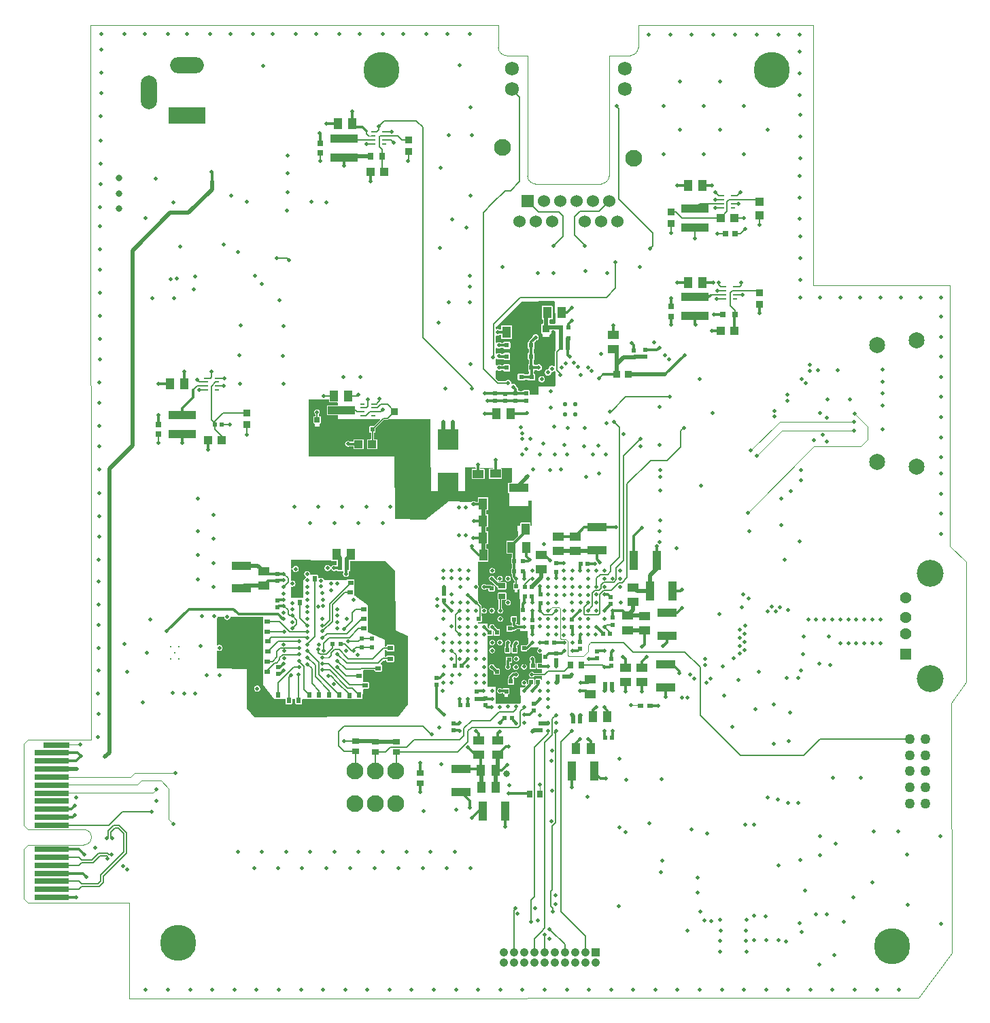
<source format=gbr>
G04 #@! TF.GenerationSoftware,KiCad,Pcbnew,(7.0.0)*
G04 #@! TF.CreationDate,2024-09-24T23:13:17+02:00*
G04 #@! TF.ProjectId,FPGA_dev_board,46504741-5f64-4657-965f-626f6172642e,rev?*
G04 #@! TF.SameCoordinates,Original*
G04 #@! TF.FileFunction,Copper,L8,Bot*
G04 #@! TF.FilePolarity,Positive*
%FSLAX46Y46*%
G04 Gerber Fmt 4.6, Leading zero omitted, Abs format (unit mm)*
G04 Created by KiCad (PCBNEW (7.0.0)) date 2024-09-24 23:13:17*
%MOMM*%
%LPD*%
G01*
G04 APERTURE LIST*
G04 #@! TA.AperFunction,ComponentPad*
%ADD10C,4.500000*%
G04 #@! TD*
G04 #@! TA.AperFunction,ComponentPad*
%ADD11C,0.300000*%
G04 #@! TD*
G04 #@! TA.AperFunction,ComponentPad*
%ADD12C,2.100000*%
G04 #@! TD*
G04 #@! TA.AperFunction,ComponentPad*
%ADD13R,1.530000X1.530000*%
G04 #@! TD*
G04 #@! TA.AperFunction,ComponentPad*
%ADD14C,1.530000*%
G04 #@! TD*
G04 #@! TA.AperFunction,ComponentPad*
%ADD15C,1.725000*%
G04 #@! TD*
G04 #@! TA.AperFunction,ComponentPad*
%ADD16R,4.600000X2.000000*%
G04 #@! TD*
G04 #@! TA.AperFunction,ComponentPad*
%ADD17O,4.200000X2.000000*%
G04 #@! TD*
G04 #@! TA.AperFunction,ComponentPad*
%ADD18O,2.000000X4.200000*%
G04 #@! TD*
G04 #@! TA.AperFunction,ComponentPad*
%ADD19R,1.060000X1.060000*%
G04 #@! TD*
G04 #@! TA.AperFunction,ComponentPad*
%ADD20C,1.060000*%
G04 #@! TD*
G04 #@! TA.AperFunction,ComponentPad*
%ADD21C,1.995000*%
G04 #@! TD*
G04 #@! TA.AperFunction,ComponentPad*
%ADD22C,1.270000*%
G04 #@! TD*
G04 #@! TA.AperFunction,ComponentPad*
%ADD23R,1.428000X1.428000*%
G04 #@! TD*
G04 #@! TA.AperFunction,ComponentPad*
%ADD24C,1.428000*%
G04 #@! TD*
G04 #@! TA.AperFunction,ComponentPad*
%ADD25C,3.346000*%
G04 #@! TD*
G04 #@! TA.AperFunction,ConnectorPad*
%ADD26R,3.200000X0.700000*%
G04 #@! TD*
G04 #@! TA.AperFunction,ConnectorPad*
%ADD27R,4.300000X0.700000*%
G04 #@! TD*
G04 #@! TA.AperFunction,ComponentPad*
%ADD28C,0.550000*%
G04 #@! TD*
G04 #@! TA.AperFunction,SMDPad,CuDef*
%ADD29R,1.420000X1.080000*%
G04 #@! TD*
G04 #@! TA.AperFunction,SMDPad,CuDef*
%ADD30R,0.711200X0.711200*%
G04 #@! TD*
G04 #@! TA.AperFunction,SMDPad,CuDef*
%ADD31R,0.560000X0.600000*%
G04 #@! TD*
G04 #@! TA.AperFunction,SMDPad,CuDef*
%ADD32R,0.700000X0.600000*%
G04 #@! TD*
G04 #@! TA.AperFunction,SMDPad,CuDef*
%ADD33R,0.508000X0.609600*%
G04 #@! TD*
G04 #@! TA.AperFunction,SMDPad,CuDef*
%ADD34R,1.100000X1.000000*%
G04 #@! TD*
G04 #@! TA.AperFunction,SMDPad,CuDef*
%ADD35R,0.549999X0.249999*%
G04 #@! TD*
G04 #@! TA.AperFunction,SMDPad,CuDef*
%ADD36R,0.600000X0.560000*%
G04 #@! TD*
G04 #@! TA.AperFunction,SMDPad,CuDef*
%ADD37R,0.600000X0.700000*%
G04 #@! TD*
G04 #@! TA.AperFunction,SMDPad,CuDef*
%ADD38R,2.489200X1.066800*%
G04 #@! TD*
G04 #@! TA.AperFunction,SMDPad,CuDef*
%ADD39R,1.080000X1.420000*%
G04 #@! TD*
G04 #@! TA.AperFunction,SMDPad,CuDef*
%ADD40R,0.812800X0.863600*%
G04 #@! TD*
G04 #@! TA.AperFunction,SMDPad,CuDef*
%ADD41R,0.540000X0.600000*%
G04 #@! TD*
G04 #@! TA.AperFunction,SMDPad,CuDef*
%ADD42R,0.900000X0.700000*%
G04 #@! TD*
G04 #@! TA.AperFunction,SMDPad,CuDef*
%ADD43R,0.600000X0.540000*%
G04 #@! TD*
G04 #@! TA.AperFunction,SMDPad,CuDef*
%ADD44R,0.609600X0.508000*%
G04 #@! TD*
G04 #@! TA.AperFunction,SMDPad,CuDef*
%ADD45R,0.475000X0.500000*%
G04 #@! TD*
G04 #@! TA.AperFunction,SMDPad,CuDef*
%ADD46R,0.965200X0.939800*%
G04 #@! TD*
G04 #@! TA.AperFunction,SMDPad,CuDef*
%ADD47R,3.400000X0.980000*%
G04 #@! TD*
G04 #@! TA.AperFunction,SMDPad,CuDef*
%ADD48R,0.490000X0.600000*%
G04 #@! TD*
G04 #@! TA.AperFunction,SMDPad,CuDef*
%ADD49R,1.066800X2.489200*%
G04 #@! TD*
G04 #@! TA.AperFunction,SMDPad,CuDef*
%ADD50R,0.755599X0.799998*%
G04 #@! TD*
G04 #@! TA.AperFunction,SMDPad,CuDef*
%ADD51R,0.939800X0.965200*%
G04 #@! TD*
G04 #@! TA.AperFunction,SMDPad,CuDef*
%ADD52R,2.499995X2.560396*%
G04 #@! TD*
G04 #@! TA.AperFunction,SMDPad,CuDef*
%ADD53R,0.650000X0.900000*%
G04 #@! TD*
G04 #@! TA.AperFunction,SMDPad,CuDef*
%ADD54R,0.700000X0.900000*%
G04 #@! TD*
G04 #@! TA.AperFunction,SMDPad,CuDef*
%ADD55R,1.000000X1.100000*%
G04 #@! TD*
G04 #@! TA.AperFunction,SMDPad,CuDef*
%ADD56R,0.660400X0.508000*%
G04 #@! TD*
G04 #@! TA.AperFunction,ViaPad*
%ADD57C,0.500000*%
G04 #@! TD*
G04 #@! TA.AperFunction,ViaPad*
%ADD58C,0.800000*%
G04 #@! TD*
G04 #@! TA.AperFunction,Conductor*
%ADD59C,0.350000*%
G04 #@! TD*
G04 #@! TA.AperFunction,Conductor*
%ADD60C,0.500000*%
G04 #@! TD*
G04 #@! TA.AperFunction,Conductor*
%ADD61C,0.200000*%
G04 #@! TD*
G04 #@! TA.AperFunction,Conductor*
%ADD62C,0.150000*%
G04 #@! TD*
G04 #@! TA.AperFunction,Conductor*
%ADD63C,0.100000*%
G04 #@! TD*
G04 #@! TA.AperFunction,Profile*
%ADD64C,0.100000*%
G04 #@! TD*
G04 #@! TA.AperFunction,Profile*
%ADD65C,0.010000*%
G04 #@! TD*
G04 APERTURE END LIST*
D10*
X81640000Y-125240000D03*
D11*
X55420000Y-198590000D03*
X56420000Y-198590000D03*
X55920000Y-197840000D03*
X55420000Y-197090000D03*
X56420000Y-197090000D03*
D12*
X78370000Y-212590000D03*
X80910000Y-212590000D03*
X83450000Y-212590000D03*
D13*
X99833999Y-141559999D03*
D14*
X101866000Y-141560000D03*
X103898000Y-141560000D03*
X105930000Y-141560000D03*
X107962000Y-141560000D03*
X109994000Y-141560000D03*
X98818000Y-144100000D03*
X100850000Y-144100000D03*
X102882000Y-144100000D03*
X106946000Y-144100000D03*
X108978000Y-144100000D03*
X111010000Y-144100000D03*
D15*
X97889000Y-127590000D03*
X97889000Y-125050000D03*
X111939000Y-127590000D03*
X111939000Y-125050000D03*
D12*
X113069000Y-136230000D03*
X96759000Y-134830000D03*
D16*
X57459999Y-130879999D03*
D17*
X57459999Y-124579999D03*
D18*
X52659999Y-127979999D03*
D10*
X56360000Y-233980000D03*
D19*
X108279999Y-235229999D03*
D20*
X108280000Y-236500000D03*
X107010000Y-235230000D03*
X107010000Y-236500000D03*
X105740000Y-235230000D03*
X105740000Y-236500000D03*
X104470000Y-235230000D03*
X104470000Y-236500000D03*
X103200000Y-235230000D03*
X103200000Y-236500000D03*
X101930000Y-235230000D03*
X101930000Y-236500000D03*
X100660000Y-235230000D03*
X100660000Y-236500000D03*
X99390000Y-235230000D03*
X99390000Y-236500000D03*
X98120000Y-235230000D03*
X98120000Y-236500000D03*
X96850000Y-235230000D03*
X96850000Y-236500000D03*
D21*
X143370000Y-174020000D03*
X143370000Y-159520000D03*
X148320000Y-174620000D03*
X148320000Y-158920000D03*
D22*
X149400000Y-216620000D03*
X149400000Y-214620001D03*
X149400000Y-212620000D03*
X149400000Y-210619999D03*
X149400000Y-208620001D03*
X147399999Y-216620000D03*
X147399999Y-214620001D03*
X147399999Y-212620000D03*
X147399999Y-210619999D03*
X147399999Y-208620001D03*
D10*
X145270000Y-234470000D03*
D23*
X146969999Y-197979999D03*
D24*
X146970000Y-195480000D03*
X146970000Y-193480000D03*
X146970000Y-190980000D03*
D25*
X149970000Y-201050000D03*
X149970000Y-187910000D03*
D12*
X78370000Y-216680000D03*
X80910000Y-216680000D03*
X83450000Y-216680000D03*
D10*
X130270000Y-125210000D03*
D26*
X41139999Y-209339999D03*
D27*
X40589999Y-210339999D03*
X40589999Y-211339999D03*
X40589999Y-212339999D03*
X40589999Y-213339999D03*
X40589999Y-214339999D03*
X40589999Y-215339999D03*
X40589999Y-216339999D03*
X40589999Y-217339999D03*
X40589999Y-218339999D03*
X40589999Y-219339999D03*
X40589999Y-222339999D03*
X40589999Y-223339999D03*
X40589999Y-224339999D03*
X40589999Y-225339999D03*
X40589999Y-226339999D03*
X40589999Y-227339999D03*
X40589999Y-228339999D03*
D28*
X105795000Y-166885000D03*
X105795000Y-168135000D03*
X104545000Y-166885000D03*
X104545000Y-168135000D03*
D29*
X113009999Y-189704999D03*
X113009999Y-191494999D03*
D30*
X53869999Y-170568799D03*
X53869999Y-169374999D03*
D31*
X101194999Y-198329999D03*
X102064999Y-198329999D03*
D32*
X83869999Y-197269999D03*
X82769999Y-197269999D03*
D31*
X96664999Y-198729999D03*
X97534999Y-198729999D03*
D29*
X112279999Y-195024999D03*
X112279999Y-193234999D03*
D33*
X79189999Y-196063899D03*
X79189999Y-197156099D03*
D34*
X80489997Y-171830001D03*
X78789997Y-171830001D03*
D35*
X61174999Y-163609998D03*
X61174999Y-164109997D03*
X61174999Y-164609999D03*
X61174999Y-165109997D03*
X59824999Y-165109997D03*
X59824999Y-164609999D03*
X59824999Y-164109997D03*
X59824999Y-163609998D03*
D36*
X101469999Y-207514999D03*
X101469999Y-206644999D03*
D37*
X75169999Y-204219999D03*
X75169999Y-203119999D03*
D36*
X108509999Y-198534999D03*
X108509999Y-197664999D03*
D38*
X91529999Y-215202399D03*
X91529999Y-212357599D03*
D29*
X112019999Y-201534999D03*
X112019999Y-199744999D03*
D39*
X95844999Y-212539999D03*
X94054999Y-212539999D03*
D40*
X117709999Y-144348899D03*
X117709999Y-142901099D03*
D29*
X95839999Y-177314999D03*
X95839999Y-175524999D03*
D41*
X98118999Y-160914999D03*
X97254999Y-160914999D03*
D37*
X72649999Y-204209999D03*
X72649999Y-203109999D03*
D35*
X125709999Y-152214000D03*
X125709999Y-152713999D03*
X125709999Y-153214001D03*
X125709999Y-153713999D03*
X124359999Y-153713999D03*
X124359999Y-153214001D03*
X124359999Y-152713999D03*
X124359999Y-152214000D03*
D39*
X102289999Y-155434999D03*
X104079999Y-155434999D03*
D42*
X78409999Y-210169999D03*
X78409999Y-208869999D03*
D39*
X95854999Y-214649999D03*
X94064999Y-214649999D03*
D43*
X98354999Y-166406999D03*
X98354999Y-165542999D03*
D32*
X78899999Y-189099999D03*
X77799999Y-189099999D03*
X78879999Y-190309999D03*
X77779999Y-190309999D03*
D43*
X113072197Y-160998999D03*
X113072197Y-160134999D03*
D29*
X110522197Y-159981999D03*
X110522197Y-158191999D03*
D31*
X100354999Y-190849999D03*
X99484999Y-190849999D03*
X104444999Y-200799999D03*
X103574999Y-200799999D03*
D43*
X99644999Y-166406999D03*
X99644999Y-165542999D03*
D30*
X125709999Y-145624999D03*
X124516199Y-145624999D03*
D39*
X77999999Y-131924999D03*
X76209999Y-131924999D03*
D44*
X99296099Y-187669999D03*
X98203899Y-187669999D03*
D39*
X107694999Y-209789999D03*
X105904999Y-209789999D03*
D43*
X114522197Y-160950999D03*
X114522197Y-160086999D03*
D31*
X96014999Y-195309999D03*
X95144999Y-195309999D03*
D45*
X75547999Y-196739999D03*
X76571999Y-196739999D03*
D43*
X97074999Y-166416999D03*
X97074999Y-165552999D03*
D31*
X97014999Y-206019999D03*
X97884999Y-206019999D03*
X79654997Y-170010001D03*
X80524997Y-170010001D03*
D40*
X84999999Y-135372799D03*
X84999999Y-133924999D03*
D37*
X73329999Y-187509999D03*
X73329999Y-188609999D03*
D29*
X103679999Y-185164999D03*
X103679999Y-183374999D03*
D46*
X110909297Y-163134999D03*
X112407897Y-163134999D03*
D39*
X96084999Y-179279999D03*
X94294999Y-179279999D03*
D31*
X100354999Y-189629999D03*
X99484999Y-189629999D03*
D39*
X97804999Y-182419999D03*
X99594999Y-182419999D03*
D47*
X56869999Y-168189999D03*
X56869999Y-170559999D03*
D35*
X125384999Y-140874998D03*
X125384999Y-141374997D03*
X125384999Y-141874999D03*
X125384999Y-142374997D03*
X124034999Y-142374997D03*
X124034999Y-141874999D03*
X124034999Y-141374997D03*
X124034999Y-140874998D03*
D32*
X66369999Y-196409999D03*
X67469999Y-196409999D03*
D36*
X96009999Y-201084999D03*
X96009999Y-200214999D03*
D31*
X90784999Y-199419999D03*
X91654999Y-199419999D03*
D32*
X80529999Y-192439999D03*
X79429999Y-192439999D03*
D36*
X100649999Y-205034999D03*
X100649999Y-204164999D03*
X105389999Y-193734999D03*
X105389999Y-194604999D03*
D39*
X121604999Y-139624999D03*
X119814999Y-139624999D03*
D29*
X96149999Y-210594999D03*
X96149999Y-208804999D03*
D37*
X71349999Y-204889999D03*
X71349999Y-203789999D03*
D34*
X125559999Y-157713999D03*
X123859999Y-157713999D03*
D47*
X76999999Y-133739999D03*
X76999999Y-136109999D03*
X76639997Y-167645001D03*
X76639997Y-170015001D03*
D37*
X71479999Y-190489999D03*
X71479999Y-191589999D03*
D48*
X61783999Y-169374999D03*
X60869999Y-169374999D03*
D29*
X93719999Y-208754999D03*
X93719999Y-210544999D03*
D31*
X98644999Y-201439999D03*
X97774999Y-201439999D03*
D39*
X77534997Y-165830001D03*
X75744997Y-165830001D03*
D49*
X97072399Y-217569999D03*
X94227599Y-217569999D03*
D36*
X68679999Y-191334999D03*
X68679999Y-192204999D03*
D29*
X66979999Y-189474999D03*
X66979999Y-187684999D03*
D38*
X117209999Y-195712399D03*
X117209999Y-192867599D03*
X64219999Y-189822399D03*
X64219999Y-186977599D03*
D32*
X80539999Y-194839999D03*
X79439999Y-194839999D03*
D29*
X107649999Y-202984999D03*
X107649999Y-201194999D03*
D31*
X102254999Y-196589999D03*
X103124999Y-196589999D03*
D36*
X88549999Y-201864999D03*
X88549999Y-200994999D03*
D49*
X113087599Y-186349999D03*
X115932399Y-186349999D03*
D31*
X106384999Y-206429999D03*
X105514999Y-206429999D03*
D32*
X82359999Y-199759999D03*
X81259999Y-199759999D03*
D29*
X114379999Y-195054999D03*
X114379999Y-193264999D03*
D32*
X83849999Y-198609999D03*
X82749999Y-198609999D03*
D37*
X73899999Y-204209999D03*
X73899999Y-203109999D03*
D29*
X93689999Y-177334999D03*
X93689999Y-175544999D03*
D50*
X124138608Y-155713999D03*
X125694206Y-155713999D03*
D29*
X114109999Y-201534999D03*
X114109999Y-199744999D03*
D37*
X70129999Y-204889999D03*
X70129999Y-203789999D03*
D51*
X102174999Y-157485699D03*
X102174999Y-158984299D03*
D42*
X83499999Y-210229999D03*
X83499999Y-208929999D03*
D32*
X66339999Y-200199999D03*
X67439999Y-200199999D03*
D31*
X77354999Y-187239999D03*
X76484999Y-187239999D03*
D43*
X99064999Y-164356999D03*
X99064999Y-163492999D03*
D39*
X77834999Y-185569999D03*
X76044999Y-185569999D03*
D37*
X68789999Y-204189999D03*
X68789999Y-203089999D03*
D39*
X57094999Y-164359999D03*
X55304999Y-164359999D03*
D33*
X80469999Y-196063899D03*
X80469999Y-197156099D03*
D36*
X93499999Y-203574999D03*
X93499999Y-202704999D03*
D49*
X108182399Y-212569999D03*
X105337599Y-212569999D03*
D31*
X97284999Y-193699999D03*
X98154999Y-193699999D03*
X99436999Y-160924999D03*
X100306999Y-160924999D03*
D36*
X68679999Y-188904999D03*
X68679999Y-188034999D03*
D39*
X97759999Y-168074999D03*
X95969999Y-168074999D03*
D41*
X99454999Y-162304999D03*
X100318999Y-162304999D03*
D39*
X99654999Y-184689999D03*
X97864999Y-184689999D03*
D30*
X117709999Y-155907799D03*
X117709999Y-154713999D03*
D35*
X81999999Y-132924998D03*
X81999999Y-133424997D03*
X81999999Y-133924999D03*
X81999999Y-134424997D03*
X80649999Y-134424997D03*
X80649999Y-133924999D03*
X80649999Y-133424997D03*
X80649999Y-132924998D03*
D37*
X76399999Y-204229999D03*
X76399999Y-203129999D03*
D36*
X94599999Y-203534999D03*
X94599999Y-204404999D03*
X99399999Y-196394999D03*
X99399999Y-197264999D03*
D31*
X98224999Y-197499999D03*
X97354999Y-197499999D03*
D39*
X96094999Y-183519999D03*
X94304999Y-183519999D03*
D36*
X110449999Y-194344999D03*
X110449999Y-193474999D03*
D52*
X89939999Y-176652193D03*
X89939999Y-171307805D03*
D33*
X97189999Y-203736099D03*
X97189999Y-202643899D03*
D31*
X100294999Y-201509999D03*
X101164999Y-201509999D03*
D40*
X64869999Y-169374999D03*
X64869999Y-167927199D03*
D39*
X109794999Y-205839999D03*
X108004999Y-205839999D03*
D42*
X96649999Y-189509999D03*
X96649999Y-190809999D03*
D32*
X80539999Y-193629999D03*
X79439999Y-193629999D03*
D36*
X68769999Y-200514999D03*
X68769999Y-199644999D03*
D29*
X101569999Y-187434999D03*
X101569999Y-185644999D03*
D33*
X98419999Y-190656099D03*
X98419999Y-189563899D03*
D30*
X73639997Y-170023801D03*
X73639997Y-168830001D03*
D36*
X95784999Y-166409999D03*
X95784999Y-165539999D03*
D39*
X96084999Y-181399999D03*
X94294999Y-181399999D03*
D33*
X101439999Y-191646099D03*
X101439999Y-190553899D03*
D34*
X61719999Y-171374999D03*
X60019999Y-171374999D03*
D31*
X94634999Y-193599999D03*
X93764999Y-193599999D03*
D29*
X105749999Y-185154999D03*
X105749999Y-183364999D03*
D36*
X89449999Y-191374999D03*
X89449999Y-190504999D03*
D38*
X108449999Y-185072399D03*
X108449999Y-182227599D03*
D41*
X98118999Y-162334999D03*
X97254999Y-162334999D03*
D53*
X80274999Y-135924999D03*
X81724999Y-135924999D03*
D42*
X86449999Y-212799999D03*
X86449999Y-214099999D03*
D31*
X100494999Y-199489999D03*
X101364999Y-199489999D03*
D36*
X90639999Y-207504999D03*
X90639999Y-206634999D03*
D54*
X101369999Y-215489999D03*
X100069999Y-215489999D03*
D55*
X128709999Y-141624999D03*
X128709999Y-143324999D03*
D30*
X73999999Y-135521899D03*
X73999999Y-134328099D03*
D32*
X66349999Y-198939999D03*
X67449999Y-198939999D03*
D54*
X105209999Y-199339999D03*
X106509999Y-199339999D03*
D31*
X98414999Y-192509999D03*
X99284999Y-192509999D03*
D32*
X66359999Y-195199999D03*
X67459999Y-195199999D03*
D39*
X99021999Y-157884999D03*
X97231999Y-157884999D03*
D36*
X100439999Y-194664999D03*
X100439999Y-193794999D03*
D31*
X98136999Y-159534999D03*
X97266999Y-159534999D03*
D33*
X103399999Y-187776099D03*
X103399999Y-186683899D03*
D56*
X113951199Y-204459999D03*
X115068799Y-204459999D03*
D36*
X103399999Y-197904999D03*
X103399999Y-198774999D03*
D41*
X104017999Y-159839999D03*
X104881999Y-159839999D03*
D34*
X81999999Y-137924999D03*
X80299999Y-137924999D03*
D44*
X99286099Y-186389999D03*
X98193899Y-186389999D03*
D31*
X104041615Y-157274999D03*
X104911615Y-157274999D03*
D36*
X110199999Y-191794999D03*
X110199999Y-190924999D03*
D38*
X98729999Y-180152399D03*
X98729999Y-177307599D03*
D32*
X66359999Y-193929999D03*
X67459999Y-193929999D03*
X80709999Y-201929999D03*
X79609999Y-201929999D03*
D35*
X80639997Y-166830000D03*
X80639997Y-167329999D03*
X80639997Y-167830001D03*
X80639997Y-168329999D03*
X79289997Y-168329999D03*
X79289997Y-167830001D03*
X79289997Y-167329999D03*
X79289997Y-166830000D03*
D31*
X107314999Y-186789999D03*
X106444999Y-186789999D03*
D40*
X83259997Y-169203901D03*
X83259997Y-167756101D03*
D42*
X80869999Y-210209999D03*
X80869999Y-208909999D03*
D39*
X121604999Y-151713999D03*
X119814999Y-151713999D03*
D43*
X100324999Y-164366999D03*
X100324999Y-163502999D03*
D31*
X110354999Y-208409999D03*
X109484999Y-208409999D03*
D37*
X78859999Y-204239999D03*
X78859999Y-203139999D03*
X77629999Y-204249999D03*
X77629999Y-203149999D03*
D32*
X66369999Y-197679999D03*
X67469999Y-197679999D03*
D36*
X110269999Y-198574999D03*
X110269999Y-199444999D03*
D31*
X110094999Y-195489999D03*
X109224999Y-195489999D03*
D39*
X96114999Y-185669999D03*
X94324999Y-185669999D03*
D47*
X120709999Y-153528999D03*
X120709999Y-155898999D03*
D32*
X79939999Y-200749999D03*
X78839999Y-200749999D03*
D31*
X109484999Y-201779999D03*
X110354999Y-201779999D03*
D41*
X104032999Y-158624999D03*
X104896999Y-158624999D03*
D31*
X92364999Y-204399999D03*
X91494999Y-204399999D03*
D36*
X95349999Y-190684999D03*
X95349999Y-189814999D03*
D47*
X120709999Y-142439999D03*
X120709999Y-144809999D03*
D34*
X125559999Y-143624999D03*
X123859999Y-143624999D03*
D31*
X99436999Y-159534999D03*
X100306999Y-159534999D03*
D49*
X115077599Y-190159999D03*
X117922399Y-190159999D03*
D36*
X106339999Y-196474999D03*
X106339999Y-197344999D03*
X97639999Y-195704999D03*
X97639999Y-194834999D03*
D40*
X128709999Y-154437899D03*
X128709999Y-152990099D03*
D38*
X117039999Y-202142399D03*
X117039999Y-199297599D03*
D57*
X95407000Y-201600000D03*
X95432000Y-193575000D03*
X99407000Y-195600000D03*
X100382000Y-197625000D03*
X83270000Y-170510000D03*
X96432000Y-203575000D03*
X76650000Y-171260000D03*
X94444500Y-190637500D03*
X96432000Y-199575000D03*
X96432000Y-194625000D03*
X99382000Y-200625000D03*
X97407000Y-192600000D03*
X89070000Y-178860000D03*
X92470000Y-178610000D03*
X98400000Y-203610000D03*
X96307500Y-187560000D03*
X98432000Y-191575000D03*
X98407000Y-195600000D03*
X131070000Y-233680000D03*
X79780000Y-179670000D03*
X79750000Y-134420000D03*
X46760000Y-120740000D03*
X66910000Y-124690000D03*
X81780000Y-222670000D03*
X109620000Y-213490000D03*
X78780000Y-222670000D03*
X92700000Y-120740000D03*
X46660000Y-136900000D03*
X99432000Y-205575000D03*
X146102659Y-239860000D03*
X122984284Y-120810000D03*
X110432000Y-207625000D03*
X102407000Y-201600000D03*
X144060000Y-165540000D03*
X133770000Y-151340000D03*
X58990000Y-165110000D03*
X69502324Y-198512324D03*
X90407000Y-187575000D03*
X102432000Y-203625000D03*
X110420000Y-197590000D03*
X116240000Y-159800000D03*
X123480000Y-145600000D03*
X96432000Y-193650000D03*
X121040000Y-227740000D03*
X91382000Y-207625000D03*
X92950000Y-184560000D03*
X46620000Y-144700000D03*
X96130000Y-157900000D03*
X108210000Y-186790000D03*
X62450000Y-193370000D03*
X141780000Y-193670000D03*
X43647220Y-215858580D03*
X66105304Y-239860000D03*
X127450000Y-182660000D03*
X125675712Y-120810000D03*
X46550000Y-166690000D03*
X77780000Y-224670000D03*
X92700000Y-150890000D03*
X142810000Y-226460000D03*
X46590000Y-155890000D03*
X74810000Y-141680000D03*
X97450000Y-209560000D03*
X59160000Y-196990000D03*
X57829717Y-239860000D03*
X123860233Y-232471734D03*
X126920000Y-219250000D03*
X44930000Y-225790000D03*
X133960000Y-232640000D03*
X87220000Y-120740000D03*
X106432000Y-195600000D03*
X93407000Y-207575000D03*
X89407000Y-205575000D03*
X97407000Y-191600000D03*
X73754500Y-192076088D03*
X134130000Y-198030000D03*
X142780000Y-196670000D03*
X46690000Y-134030000D03*
X105387500Y-200577500D03*
X95432000Y-187625000D03*
X78950000Y-120740000D03*
X112010000Y-202720000D03*
X60780000Y-183670000D03*
X93190000Y-181410000D03*
X142780000Y-193670000D03*
X151280000Y-220730000D03*
X134390000Y-227450000D03*
X123780000Y-132670000D03*
X104410000Y-196590000D03*
X46570000Y-161290000D03*
X59270000Y-193240000D03*
X104407000Y-197600000D03*
X66770000Y-151900000D03*
X123690000Y-193050000D03*
X136291428Y-153560000D03*
X46590000Y-147570000D03*
X81780000Y-181670000D03*
X126780000Y-135670000D03*
X91432000Y-189630000D03*
X104432000Y-189625000D03*
X109382000Y-192575000D03*
X133770000Y-145957140D03*
X89370000Y-169106097D03*
X44620000Y-223000000D03*
X118490000Y-139630000D03*
X112080000Y-220210000D03*
X101130000Y-150490000D03*
X143780000Y-193670000D03*
X97407000Y-199600000D03*
X95432000Y-203575000D03*
X60020000Y-172550000D03*
X143780000Y-196670000D03*
X143795712Y-153560000D03*
X71780000Y-224670000D03*
X96300000Y-160890000D03*
X128220000Y-204900000D03*
X46560000Y-158760000D03*
X117490000Y-161310000D03*
X81820000Y-167550000D03*
X120292856Y-120810000D03*
X92720000Y-161880000D03*
X69440000Y-191230000D03*
X78220000Y-197610000D03*
X137780000Y-193670000D03*
X151360000Y-180531428D03*
X151330000Y-231620000D03*
X62820000Y-120740000D03*
X141372000Y-213448000D03*
X129580000Y-233690000D03*
X109432000Y-204625000D03*
X46640000Y-142300000D03*
X118517355Y-239860000D03*
X46760000Y-122670000D03*
X126690000Y-190610000D03*
X49630000Y-120740000D03*
X75780000Y-181670000D03*
X133750000Y-143780000D03*
X68863833Y-239860000D03*
X77470000Y-171810000D03*
X88173536Y-239860000D03*
X94444500Y-189637500D03*
X140450000Y-228330000D03*
X106407000Y-192600000D03*
X100419500Y-187612500D03*
X138180000Y-221610000D03*
X118780000Y-126670000D03*
X46730000Y-125540000D03*
X116320000Y-171980000D03*
X121780000Y-129670000D03*
X128070000Y-233690000D03*
X133750000Y-128340000D03*
X98382000Y-200600000D03*
X101966181Y-239860000D03*
X132550000Y-205290000D03*
X132310000Y-239860000D03*
X95432000Y-202600000D03*
X123400000Y-153710000D03*
X135068529Y-239860000D03*
X46520000Y-177990000D03*
X110530000Y-157030000D03*
X116727794Y-197046264D03*
X137510000Y-199400000D03*
X117050000Y-203380000D03*
X58290000Y-152520000D03*
X126070000Y-201210000D03*
X46500000Y-174960000D03*
X90930000Y-217400000D03*
X107483239Y-239860000D03*
X68130000Y-120740000D03*
X73780000Y-179670000D03*
X128730000Y-144520000D03*
X43717220Y-212328580D03*
X55380000Y-151290000D03*
X130540000Y-209220000D03*
X46410000Y-200050000D03*
X135720000Y-230490000D03*
X151340000Y-165975716D03*
X95850000Y-173840000D03*
X73530000Y-120740000D03*
X114120000Y-197130000D03*
X100407000Y-192600000D03*
X123820233Y-233791734D03*
X151340000Y-158471432D03*
X46670000Y-139430000D03*
X60780000Y-180670000D03*
X68920000Y-153880000D03*
X106407000Y-202600000D03*
X133750000Y-141088572D03*
X106432000Y-205625000D03*
X75365000Y-190030000D03*
X151360000Y-183032856D03*
X72415000Y-188830000D03*
X124034413Y-239860000D03*
X95410000Y-194600000D03*
X51920000Y-204050000D03*
X66184122Y-202325878D03*
X69440000Y-190455000D03*
X105070000Y-160960000D03*
X60780000Y-189670000D03*
X68780000Y-224670000D03*
X144070000Y-164030000D03*
X107432000Y-188625000D03*
X63780000Y-222670000D03*
X133750000Y-125648572D03*
X105320000Y-154840000D03*
X99432000Y-191625000D03*
X110241768Y-239860000D03*
X98432000Y-188600000D03*
X140585587Y-239860000D03*
X131058568Y-120810000D03*
X52460000Y-197860000D03*
X116780000Y-135670000D03*
X76780000Y-179670000D03*
X85415007Y-239860000D03*
X133750000Y-122957140D03*
X151360000Y-175528572D03*
X52900000Y-193730000D03*
X116780000Y-129670000D03*
X72950000Y-141640000D03*
X99407000Y-201600000D03*
X72780000Y-222670000D03*
X77139420Y-239860000D03*
X98070000Y-164730000D03*
X126650000Y-153210000D03*
X96290000Y-159530000D03*
X88490500Y-196085522D03*
X129780000Y-132670000D03*
X73639998Y-167850000D03*
X107419500Y-208612500D03*
X144070000Y-162530000D03*
X98407000Y-194600000D03*
X46540000Y-164160000D03*
X43627220Y-228318580D03*
X114910000Y-120810000D03*
X94500000Y-168040000D03*
X91432000Y-191600000D03*
X135780000Y-193670000D03*
X133770000Y-133528572D03*
X109382000Y-202575000D03*
X136250000Y-167950000D03*
X133770000Y-130837140D03*
X132060000Y-233810000D03*
X125340000Y-207070000D03*
X102430000Y-199583388D03*
X65690000Y-120740000D03*
X110830000Y-182220000D03*
X100457000Y-207650000D03*
X105330000Y-156450000D03*
X133790000Y-153560000D03*
X60290000Y-120740000D03*
X104724710Y-239860000D03*
X126090000Y-141860000D03*
X63760000Y-147890000D03*
X86780000Y-224670000D03*
X100432000Y-188625000D03*
X65780000Y-224670000D03*
X116990000Y-160730000D03*
X93680000Y-174410000D03*
X137330000Y-195840000D03*
X137827058Y-239860000D03*
X46490000Y-180860000D03*
X58780000Y-182670000D03*
X107444000Y-198611000D03*
X136150000Y-199190000D03*
X99870000Y-175870000D03*
X75780000Y-222670000D03*
X74380891Y-239860000D03*
X138780000Y-193670000D03*
X64090000Y-157070000D03*
X133770000Y-136220000D03*
X151300000Y-153560000D03*
X136160000Y-236720000D03*
X60780000Y-186670000D03*
X133750000Y-231540000D03*
X52160000Y-120740000D03*
X115960000Y-184530000D03*
X62040000Y-164590000D03*
X52312659Y-239860000D03*
X139970000Y-166270000D03*
X133910000Y-200020000D03*
X147220000Y-229230000D03*
X142950000Y-220100000D03*
X104380000Y-186680000D03*
X55071188Y-239860000D03*
X46500000Y-183390000D03*
X98457000Y-198575000D03*
X128367140Y-120810000D03*
X151340000Y-173480000D03*
X147130000Y-223040000D03*
X58780000Y-178670000D03*
X69490000Y-196830000D03*
X96420000Y-206590000D03*
X129551471Y-239860000D03*
X74760000Y-131930000D03*
X90932065Y-239860000D03*
X76400000Y-120740000D03*
X96420000Y-196560000D03*
X93080000Y-183530000D03*
X90390000Y-197605000D03*
X137200000Y-166250000D03*
X123220000Y-142370000D03*
X124136100Y-199520000D03*
X46390000Y-205450000D03*
X122680000Y-231290000D03*
X139780000Y-193670000D03*
X136780000Y-193670000D03*
X60860000Y-193290000D03*
X138500000Y-162670000D03*
X139780000Y-196670000D03*
X66780000Y-222670000D03*
X46360000Y-208320000D03*
X98382000Y-199625000D03*
X64079904Y-164357712D03*
X151340000Y-170978572D03*
X46710000Y-130940000D03*
X133750000Y-138397140D03*
X122780000Y-157699000D03*
X92780000Y-224670000D03*
X46570000Y-152970000D03*
X74821644Y-224669844D03*
X151340000Y-155970000D03*
X140780000Y-196670000D03*
X138780000Y-196670000D03*
X141294284Y-153560000D03*
X146297140Y-153560000D03*
X124350000Y-203210000D03*
X73829500Y-196829500D03*
X144060000Y-170030000D03*
X138792856Y-153560000D03*
X46380000Y-202920000D03*
X55750000Y-141690000D03*
X103382000Y-193625000D03*
X80310000Y-139100000D03*
X64920000Y-141610000D03*
X94540000Y-165510000D03*
X143344116Y-239860000D03*
X91407000Y-187550000D03*
X46530000Y-172090000D03*
X141780000Y-196670000D03*
X97350000Y-211850000D03*
X121780000Y-135670000D03*
X57070000Y-202970000D03*
X92670000Y-217180000D03*
X137880000Y-213448000D03*
X123830000Y-231120000D03*
X103070000Y-150520000D03*
X131130000Y-224360000D03*
X69490000Y-200055000D03*
X62010000Y-146930000D03*
X151340000Y-160972860D03*
X132360000Y-208830000D03*
X82780000Y-179670000D03*
X82656478Y-239860000D03*
X46460000Y-188990000D03*
X55030000Y-120740000D03*
X122880000Y-167970000D03*
X60588246Y-239860000D03*
X87780000Y-222670000D03*
X101370000Y-189590000D03*
X58780000Y-185670000D03*
X102650000Y-186340000D03*
X93407000Y-196600000D03*
X148798568Y-153560000D03*
X96340000Y-162320000D03*
X46600000Y-150100000D03*
X104420000Y-171980000D03*
X90390000Y-192590000D03*
X126792942Y-239860000D03*
X90780000Y-222670000D03*
X65930000Y-150890000D03*
X69860000Y-142730000D03*
X96407000Y-202600000D03*
X58420000Y-202930000D03*
X71000000Y-120740000D03*
X136040000Y-162660000D03*
X92770000Y-129900000D03*
X76165000Y-194030000D03*
X46430000Y-191860000D03*
X90540000Y-169096097D03*
X89821644Y-224669844D03*
X92720000Y-140860000D03*
X74490000Y-165830002D03*
X69780000Y-222670000D03*
X100407000Y-202600000D03*
X71622362Y-239860000D03*
X111394500Y-187612500D03*
X53860000Y-168230000D03*
X80780000Y-224670000D03*
X81820000Y-120740000D03*
X123820233Y-235131734D03*
X97072400Y-219550500D03*
X57420000Y-120740000D03*
X70565000Y-194030000D03*
X95407000Y-199600000D03*
X84350000Y-120740000D03*
X118780000Y-132670000D03*
X83180000Y-134290000D03*
X151340000Y-168477144D03*
X101382000Y-193625000D03*
X58780000Y-188670000D03*
X62920000Y-140870000D03*
X46520000Y-169560000D03*
X103407000Y-206600000D03*
X123780000Y-126670000D03*
X63996200Y-160810000D03*
X69490000Y-188830000D03*
X115758826Y-239860000D03*
X151360000Y-178030000D03*
X114090000Y-202690000D03*
X101230000Y-162290000D03*
X133770000Y-148648572D03*
X63346775Y-239860000D03*
X53890000Y-164350000D03*
X78780000Y-181670000D03*
X100407000Y-196625000D03*
X112810000Y-159250000D03*
X113000297Y-239860000D03*
X91432000Y-188590000D03*
X109720000Y-150540000D03*
X72794713Y-181642756D03*
X69490000Y-192830000D03*
X69990000Y-138120000D03*
X134780000Y-193670000D03*
X77240000Y-188030000D03*
X115630000Y-159140000D03*
X56140000Y-151240000D03*
X59890000Y-200650000D03*
X93110000Y-179300000D03*
X46440000Y-194390000D03*
X133800000Y-223690000D03*
X140780000Y-193670000D03*
X99394000Y-199586000D03*
X126780000Y-129670000D03*
X144020000Y-167030000D03*
X79897949Y-239860000D03*
X46470000Y-186260000D03*
X99432000Y-194625000D03*
X107030000Y-150310000D03*
X117710000Y-153629000D03*
X108960000Y-160600000D03*
X112090000Y-213660000D03*
X89830000Y-120740000D03*
X69950000Y-135910000D03*
X70794713Y-179642756D03*
X121275884Y-239860000D03*
X93430000Y-191590000D03*
X61500000Y-200640000D03*
X138070000Y-235550000D03*
X75750500Y-201725521D03*
X84780000Y-222670000D03*
X97407000Y-196600000D03*
X92432000Y-190625000D03*
X100840000Y-158540000D03*
X118440000Y-151709000D03*
X109408500Y-194601500D03*
X92407000Y-203600000D03*
X46410000Y-197260000D03*
X46740000Y-128070000D03*
X131450000Y-181940000D03*
X69950000Y-140450000D03*
X73980000Y-133110000D03*
X130520000Y-204290000D03*
X151340000Y-163474288D03*
X117601428Y-120810000D03*
X133750000Y-120810000D03*
X83780000Y-224670000D03*
X120240000Y-219870000D03*
X128630000Y-200230000D03*
X121370000Y-230090000D03*
X128690000Y-155529000D03*
X108810000Y-186559500D03*
X122190000Y-220360000D03*
X128060000Y-230660000D03*
X101382000Y-196625000D03*
X99400000Y-202580000D03*
X98432500Y-196632500D03*
X127370000Y-191120000D03*
X117700000Y-156919000D03*
X100407000Y-195575000D03*
X101361921Y-188633502D03*
X120730000Y-156959000D03*
X129520000Y-230680000D03*
X100419500Y-198612500D03*
X123030000Y-155729000D03*
X100432000Y-191600000D03*
X132080000Y-200990000D03*
X78760000Y-165680000D03*
X90450000Y-143860000D03*
X58690000Y-163800000D03*
X69410000Y-160860000D03*
D58*
X49000000Y-140660000D03*
D57*
X69450000Y-157130000D03*
X79030000Y-163510000D03*
X122930000Y-151719000D03*
X123190000Y-141380000D03*
X123450000Y-152699000D03*
X69450000Y-164360000D03*
X122840000Y-139620000D03*
X135500000Y-171370000D03*
D58*
X48980000Y-138700000D03*
D57*
X53130000Y-153680000D03*
X76920000Y-163480000D03*
X77980000Y-130410000D03*
X89580000Y-164910000D03*
X57100000Y-162820000D03*
X79950000Y-166270000D03*
X90000000Y-154170000D03*
D58*
X48960000Y-142470000D03*
D57*
X92875000Y-133315000D03*
X58440000Y-150970000D03*
X88950000Y-147420000D03*
X119050000Y-192280000D03*
X111270000Y-219580000D03*
X121850000Y-231200000D03*
X121420000Y-176990000D03*
X137070000Y-168570000D03*
X114120000Y-182270000D03*
X136570000Y-170650000D03*
X103432000Y-201600000D03*
X111280000Y-211020000D03*
X102610000Y-175050000D03*
X106920000Y-172130000D03*
X116340000Y-175890000D03*
X131870000Y-186230000D03*
X106432000Y-191575000D03*
X119400000Y-160730000D03*
X146040000Y-220120000D03*
X103970000Y-174980000D03*
X107166847Y-175888173D03*
X136220000Y-220750000D03*
X131460000Y-178610000D03*
X121290000Y-163740000D03*
X108770000Y-175520000D03*
X102407000Y-206600000D03*
X96725000Y-149790000D03*
X109407000Y-207600000D03*
X119110000Y-189950000D03*
X109432000Y-199625000D03*
X114690000Y-198380000D03*
X121040000Y-225870000D03*
X106394500Y-208587500D03*
X91350000Y-124590000D03*
X102750000Y-165290000D03*
X105330000Y-214590000D03*
X116150000Y-204430000D03*
X101407000Y-192600000D03*
X94890000Y-166410000D03*
X127020000Y-233760000D03*
X137100000Y-230490000D03*
X126510500Y-192160000D03*
X43470000Y-216919080D03*
X113880000Y-172150000D03*
X103369500Y-199587500D03*
X105407000Y-197600000D03*
X106388500Y-187601500D03*
X132580000Y-177660000D03*
X139230000Y-231380000D03*
X97460000Y-215380000D03*
X98432000Y-206625000D03*
X111710000Y-198320000D03*
X101407000Y-203600000D03*
X113810000Y-149780000D03*
X108407000Y-194600000D03*
X137130000Y-171540000D03*
X125490000Y-198540000D03*
X76980000Y-208860000D03*
X84990000Y-136540000D03*
X108407000Y-204600000D03*
X110432000Y-192625000D03*
X109432000Y-190600000D03*
X111760000Y-170550000D03*
X128020000Y-219270000D03*
X109382000Y-197575000D03*
X118700000Y-200410000D03*
X43440000Y-218090000D03*
X103400000Y-188560000D03*
X118420000Y-184800000D03*
X49950000Y-200220000D03*
X110432000Y-202625000D03*
X74000000Y-136590000D03*
X86440000Y-215230000D03*
X105382000Y-205575000D03*
X99800000Y-167990000D03*
X105407000Y-195575000D03*
X89000000Y-137380000D03*
X127080000Y-235140000D03*
X89070000Y-211730000D03*
X88730000Y-156710000D03*
X127070000Y-232440000D03*
X76990000Y-137160000D03*
X136230000Y-223080000D03*
X106432000Y-201575000D03*
X102883485Y-210012077D03*
X103432000Y-192575000D03*
X127100000Y-231120000D03*
X100570000Y-174970000D03*
X133580000Y-200990000D03*
X134230000Y-195830000D03*
X116350000Y-181350000D03*
X49640000Y-196790000D03*
X44200000Y-210760000D03*
X46030000Y-222110000D03*
X47220000Y-210810000D03*
X60500000Y-137890000D03*
X55850000Y-153680000D03*
X68620000Y-148660000D03*
X70160000Y-148930000D03*
X95407000Y-204600000D03*
X62800000Y-169370000D03*
X91407000Y-192600000D03*
X92920000Y-218440000D03*
X94382000Y-202575000D03*
X69465000Y-189630000D03*
X69527500Y-197630000D03*
X94432000Y-194625000D03*
X77215000Y-197630000D03*
X69490000Y-192030000D03*
X53870000Y-171700000D03*
X76165000Y-194830000D03*
X91407000Y-203600000D03*
X75765000Y-187280000D03*
X91407000Y-195600000D03*
X92407000Y-198600000D03*
X78650000Y-198070500D03*
X70565000Y-193230000D03*
X56870000Y-171670000D03*
X89440000Y-189630000D03*
X91407000Y-206600000D03*
X55690000Y-202860000D03*
X69490000Y-199230000D03*
X70565000Y-194830000D03*
X77310000Y-193580000D03*
X92420000Y-209610000D03*
X89390000Y-200580000D03*
X96350000Y-207640000D03*
X61470000Y-197240000D03*
X69490000Y-188030000D03*
X78194479Y-191229500D03*
X64880000Y-170650000D03*
X100075715Y-186239500D03*
X102720000Y-167280000D03*
X109710000Y-169270000D03*
X100350000Y-157880000D03*
X100740000Y-165240000D03*
X98030000Y-163530000D03*
X116250000Y-167200000D03*
X126920000Y-145030000D03*
X102380000Y-160170000D03*
X126740000Y-143640000D03*
X117710000Y-145510000D03*
X101820000Y-171780000D03*
X106950000Y-169840000D03*
X120710000Y-146220000D03*
X100200000Y-171190000D03*
X93400000Y-189610000D03*
X95407000Y-188600000D03*
X97420000Y-163270000D03*
X99432000Y-188625000D03*
X54930000Y-195180000D03*
X69490000Y-193605000D03*
X77480000Y-196450000D03*
X62490000Y-196600000D03*
X62490000Y-199060000D03*
X62490000Y-198190000D03*
X62490000Y-197390000D03*
X92130000Y-183200000D03*
X92432000Y-188625000D03*
X92120000Y-179720000D03*
X49449732Y-224401092D03*
X91340000Y-183190000D03*
X92502000Y-187610000D03*
X91330000Y-179740000D03*
X49944708Y-224896068D03*
X110080000Y-167760000D03*
X117530000Y-165970000D03*
X106990000Y-147120000D03*
X103100000Y-147150000D03*
X108710000Y-163670000D03*
X101600000Y-163740000D03*
X103910853Y-163238917D03*
X106420000Y-163190609D03*
X116370000Y-175040000D03*
X102407000Y-188600000D03*
X104407000Y-188625000D03*
X116390000Y-177600000D03*
X105407000Y-187600000D03*
X116300000Y-182700000D03*
X116320000Y-184020000D03*
X105382000Y-188625000D03*
X102407000Y-189625000D03*
X133710000Y-183940000D03*
X133910000Y-176370000D03*
X104382000Y-187600000D03*
X44137220Y-209318580D03*
X107280000Y-215780000D03*
X102394500Y-202587500D03*
X55960000Y-212850000D03*
X132300000Y-216600000D03*
X131000000Y-216120000D03*
X102419500Y-204612500D03*
X102860000Y-218890000D03*
X55770000Y-219190000D03*
X129720000Y-215910000D03*
X53597220Y-214888580D03*
X97570000Y-214350000D03*
X101420500Y-202593139D03*
X53047220Y-217668580D03*
X102407000Y-193600000D03*
X102870000Y-215030000D03*
X48022386Y-223003414D03*
X94432000Y-192625000D03*
X95407000Y-192600000D03*
X47492054Y-223533746D03*
X96407000Y-188600000D03*
X48137220Y-220958580D03*
X47437220Y-220958580D03*
X97407000Y-188600000D03*
X133580000Y-216570000D03*
X53597220Y-216308580D03*
X101407000Y-205600000D03*
X102840000Y-211330000D03*
X107845269Y-162755984D03*
X105603285Y-161696560D03*
X107364435Y-162275150D03*
X106084119Y-162177394D03*
X97420000Y-164240000D03*
X95570000Y-161060000D03*
X110790000Y-149150000D03*
X115090000Y-147450000D03*
X110910000Y-129730000D03*
X104090487Y-162284697D03*
X104571321Y-161803863D03*
X102867295Y-162446461D03*
X102386461Y-162927295D03*
X119060000Y-203480000D03*
X134960000Y-161980000D03*
X102382000Y-194600000D03*
X121990000Y-199340000D03*
X130587967Y-167719859D03*
X107432000Y-195600000D03*
X108357000Y-195550000D03*
X130587967Y-168419859D03*
X121990000Y-198640000D03*
X127300000Y-180370000D03*
X140540000Y-168020000D03*
X105407000Y-196600000D03*
X140510000Y-169040000D03*
X127630000Y-172650000D03*
X106369500Y-193637500D03*
X140460000Y-170150000D03*
X128400000Y-173320000D03*
X107369500Y-193637500D03*
X105382000Y-207575000D03*
X102590000Y-232300000D03*
X102560000Y-233480000D03*
X103310000Y-229200000D03*
X101930000Y-233020000D03*
X100280000Y-231390000D03*
X102382000Y-207575000D03*
X103320000Y-228060000D03*
X96449123Y-239860000D03*
X99207652Y-239860000D03*
X93690594Y-239860000D03*
X103407000Y-205603000D03*
X103382000Y-207575000D03*
X102980000Y-230070000D03*
X101130000Y-231200000D03*
X98340000Y-229710000D03*
X98550000Y-230400000D03*
X100800000Y-229670000D03*
X101421000Y-194586000D03*
X134950000Y-162680000D03*
X119760000Y-203480000D03*
X122631799Y-201041467D03*
X133954834Y-163694834D03*
X104382000Y-193625000D03*
X104407000Y-194600000D03*
X134485166Y-164225166D03*
X122101467Y-201571799D03*
X92230000Y-144840000D03*
X123650000Y-151750000D03*
X92650000Y-152180000D03*
X92690000Y-154160000D03*
X123230000Y-140450000D03*
X60490000Y-162790000D03*
X90030000Y-133310000D03*
X116550000Y-213630000D03*
X101390000Y-214280000D03*
X115010000Y-219130000D03*
X99432000Y-193625000D03*
X112760000Y-204360000D03*
X81380000Y-166220000D03*
X52280000Y-143650000D03*
X56560000Y-147180000D03*
X126400000Y-151700000D03*
X126360000Y-140420000D03*
X62130000Y-163620000D03*
X53510000Y-138720000D03*
X82910000Y-132920000D03*
X72440000Y-197630000D03*
X95420000Y-197560000D03*
X90415000Y-200605000D03*
X74315000Y-198455000D03*
X93407000Y-198600000D03*
X72440000Y-198430000D03*
X71365000Y-198030000D03*
X94407000Y-199600000D03*
X90407000Y-201600000D03*
X76165000Y-198830000D03*
X95440000Y-196577000D03*
X71365000Y-198830000D03*
X76165000Y-199630000D03*
X92395000Y-199580000D03*
X71365000Y-199630000D03*
X89250000Y-202590000D03*
X94440000Y-200605000D03*
X75040000Y-200760000D03*
X72415000Y-199255000D03*
X94430000Y-198600000D03*
X74315000Y-196030000D03*
X93394500Y-197587500D03*
X89394500Y-201612500D03*
X74315000Y-199230000D03*
X74440000Y-197630500D03*
X89407000Y-199575000D03*
X71290000Y-200520000D03*
X90407000Y-198600000D03*
X74315000Y-200005000D03*
X94432000Y-201600000D03*
X71365000Y-197230000D03*
X94419500Y-195587500D03*
X91415000Y-200555000D03*
X76140000Y-198005000D03*
X91420000Y-198590000D03*
X72440000Y-196830000D03*
X91432000Y-197625000D03*
X77020000Y-194850000D03*
X70360000Y-200650000D03*
X93382500Y-192605000D03*
X71365000Y-196430000D03*
X72390000Y-194430000D03*
X89394500Y-197587500D03*
X72390000Y-195230000D03*
X92432000Y-197600000D03*
X92432000Y-195600000D03*
X72415000Y-196030000D03*
X69540000Y-195230000D03*
X92407000Y-196625000D03*
X108407000Y-189600000D03*
X110610000Y-169050000D03*
X108394500Y-191612500D03*
X107990000Y-173110000D03*
X103382000Y-191625000D03*
X101910000Y-184290000D03*
X107382000Y-192600000D03*
X113920000Y-171160000D03*
X104394500Y-190637500D03*
X104790000Y-173130000D03*
X96432000Y-192625000D03*
X103369500Y-190637500D03*
X103250000Y-173130000D03*
X105394500Y-190612500D03*
X101400000Y-173130000D03*
X105394500Y-191612500D03*
X99160000Y-173150000D03*
X109560000Y-173100000D03*
X106394500Y-189612500D03*
X133930000Y-175050000D03*
X101407000Y-197600000D03*
X105408500Y-189598500D03*
X100400000Y-200590000D03*
X86440000Y-211550000D03*
X88820000Y-207160000D03*
X96407000Y-204600000D03*
X116580000Y-223750000D03*
X107382000Y-194625000D03*
X106382000Y-194650000D03*
X116470000Y-225220000D03*
X119740000Y-232450000D03*
X104382000Y-195625000D03*
X103446000Y-194614000D03*
X111220000Y-229430000D03*
X74360000Y-192030000D03*
X93432000Y-195600000D03*
X91419500Y-193587500D03*
X72415000Y-191230000D03*
X93440000Y-200605000D03*
X74293434Y-194480000D03*
X74293434Y-195180000D03*
X93440000Y-201575500D03*
X74315000Y-193630000D03*
X91419500Y-194612500D03*
X92444500Y-194637500D03*
X70590000Y-192455000D03*
X75370000Y-189230000D03*
X92400000Y-191590000D03*
X89394500Y-193587500D03*
X74315000Y-190430000D03*
X90394500Y-194587500D03*
X74381811Y-191230000D03*
X72440000Y-190430000D03*
X89419500Y-192587500D03*
X89419500Y-195587500D03*
X76160000Y-192420000D03*
X92419500Y-193587500D03*
X70565000Y-191630000D03*
X89394500Y-196587500D03*
X76165000Y-193230000D03*
X72390000Y-193630500D03*
X93432000Y-194625000D03*
X92432000Y-192625000D03*
X70965000Y-187405000D03*
X74940000Y-187280000D03*
X90407000Y-188575000D03*
X74152875Y-188880000D03*
X88557000Y-191200000D03*
X88557000Y-192000000D03*
X74152875Y-189580000D03*
X70570000Y-189230000D03*
X90394500Y-190562500D03*
X89365000Y-188555000D03*
X72390000Y-189630000D03*
X89394500Y-187587500D03*
X72415000Y-188030000D03*
X76170000Y-189230000D03*
X90426000Y-191591000D03*
X120112512Y-200562512D03*
X132215194Y-165717338D03*
X103407000Y-195600000D03*
X132215194Y-166417338D03*
X102432000Y-195575000D03*
X120607488Y-201057488D03*
X102394500Y-191637500D03*
X99670000Y-172470000D03*
X102382000Y-192625000D03*
X97432000Y-204575000D03*
X87930000Y-208050000D03*
X102407000Y-190600000D03*
X98995000Y-169785000D03*
X103120000Y-169700000D03*
X103410000Y-189600000D03*
X98432000Y-204575000D03*
X99407000Y-204600000D03*
X104432000Y-192625000D03*
X99190000Y-171220000D03*
X129760000Y-192650000D03*
X106382000Y-190625000D03*
X99190000Y-170480000D03*
X105407000Y-192600000D03*
X86890000Y-217540000D03*
X81290000Y-132210000D03*
X92900000Y-164930000D03*
X126880000Y-195480000D03*
X111407000Y-189600000D03*
X107407000Y-189625000D03*
X104810000Y-169790000D03*
X119290000Y-169800000D03*
X107394500Y-191612500D03*
X126290000Y-196000000D03*
X109407000Y-189600000D03*
X107432000Y-190625000D03*
X108630000Y-172020000D03*
X108407000Y-190600000D03*
X126870000Y-196470000D03*
X99432000Y-206600000D03*
D58*
X97240000Y-212930000D03*
D57*
X110407000Y-188625000D03*
X126300000Y-194970000D03*
X126910000Y-194460000D03*
X111407000Y-188600000D03*
X109407000Y-193600000D03*
X126300000Y-197970000D03*
X108382000Y-192600000D03*
X126870000Y-197480000D03*
X111432000Y-191600000D03*
X126270000Y-196980000D03*
X109432000Y-188600000D03*
X130260000Y-192130000D03*
X130750000Y-192650000D03*
X109432000Y-187575000D03*
X108407000Y-187575000D03*
X131260000Y-192160000D03*
X107407000Y-187575000D03*
X132270000Y-192490000D03*
X72421858Y-192780000D03*
X90419500Y-196612500D03*
X91407000Y-196575000D03*
X72421858Y-192080000D03*
X73790000Y-197430000D03*
D59*
X99400000Y-195607000D02*
X99407000Y-195600000D01*
X95407000Y-201600000D02*
X95495000Y-201600000D01*
X97497000Y-192510000D02*
X97407000Y-192600000D01*
X93690000Y-177390000D02*
X92470000Y-178610000D01*
X83259998Y-170499998D02*
X83270000Y-170510000D01*
X96432000Y-198963000D02*
X96665000Y-198730000D01*
D60*
X96785000Y-181400000D02*
X97805000Y-182420000D01*
D59*
X93690000Y-177335000D02*
X93690000Y-177390000D01*
X94660000Y-193575000D02*
X94635000Y-193600000D01*
D60*
X97482400Y-181400000D02*
X98730000Y-180152400D01*
D59*
X76639998Y-170015002D02*
X76639998Y-171249998D01*
X96432000Y-194625000D02*
X96432000Y-194553000D01*
X100382000Y-197625000D02*
X100490000Y-197625000D01*
X97615000Y-195600000D02*
X97530000Y-195685000D01*
X98432000Y-191575000D02*
X98432000Y-190765900D01*
X96432000Y-203575000D02*
X97028900Y-203575000D01*
X98432000Y-190765900D02*
X98386100Y-190720000D01*
X98415000Y-192510000D02*
X97497000Y-192510000D01*
X95432000Y-193575000D02*
X94660000Y-193575000D01*
X94444500Y-190637500D02*
X95302500Y-190637500D01*
D60*
X96115000Y-185670000D02*
X96115000Y-177590000D01*
D59*
X76639998Y-171249998D02*
X76650000Y-171260000D01*
D60*
X93690000Y-177335000D02*
X95820000Y-177335000D01*
D59*
X95495000Y-201600000D02*
X96010000Y-201085000D01*
D60*
X96085000Y-181400000D02*
X97482400Y-181400000D01*
D59*
X99400000Y-196395000D02*
X99400000Y-195607000D01*
D60*
X95820000Y-177335000D02*
X95840000Y-177315000D01*
D59*
X99370000Y-195637000D02*
X99407000Y-195600000D01*
D61*
X96115000Y-187367500D02*
X96115000Y-185670000D01*
D59*
X96432000Y-194553000D02*
X97285000Y-193700000D01*
X83259998Y-169203902D02*
X83259998Y-170499998D01*
D60*
X89940000Y-176781948D02*
X89940000Y-176652194D01*
D59*
X98302000Y-195705000D02*
X98407000Y-195600000D01*
X95302500Y-190637500D02*
X95350000Y-190685000D01*
X79654998Y-170010002D02*
X76644998Y-170010002D01*
X89940000Y-177990000D02*
X89070000Y-178860000D01*
D60*
X96115000Y-177590000D02*
X95840000Y-177315000D01*
D61*
X96307500Y-187560000D02*
X96115000Y-187367500D01*
D59*
X96432000Y-199575000D02*
X96432000Y-198963000D01*
X76644998Y-170010002D02*
X76639998Y-170015002D01*
D60*
X96085000Y-181400000D02*
X96785000Y-181400000D01*
D59*
X100490000Y-197625000D02*
X101195000Y-198330000D01*
X89940000Y-176652194D02*
X89940000Y-177990000D01*
X97028900Y-203575000D02*
X97190000Y-203736100D01*
X97640000Y-195705000D02*
X98302000Y-195705000D01*
D61*
X90930000Y-198145000D02*
X90390000Y-197605000D01*
D59*
X98203900Y-187670000D02*
X98203900Y-186400000D01*
X95785000Y-165540000D02*
X99642000Y-165540000D01*
X105390000Y-193617000D02*
X106407000Y-192600000D01*
X100407000Y-193762000D02*
X100440000Y-193795000D01*
X106407000Y-202600000D02*
X107165000Y-202600000D01*
X93690000Y-174420000D02*
X93680000Y-174410000D01*
X96035000Y-195390000D02*
X96035000Y-195225000D01*
X92950000Y-184560000D02*
X92950000Y-184850000D01*
X97267000Y-159535000D02*
X96295000Y-159535000D01*
D62*
X98420000Y-188612000D02*
X98432000Y-188600000D01*
D59*
X113072198Y-160135000D02*
X113072198Y-159512198D01*
X117210000Y-195712400D02*
X117210000Y-196564058D01*
X110420000Y-197590000D02*
X110270000Y-197740000D01*
X109382000Y-192575000D02*
X109420000Y-192575000D01*
X113072198Y-159512198D02*
X112810000Y-159250000D01*
X80300000Y-139090000D02*
X80310000Y-139100000D01*
D60*
X89370000Y-171293903D02*
X89370000Y-169106097D01*
D59*
X107444000Y-198611000D02*
X108434000Y-198611000D01*
D62*
X79289998Y-168330000D02*
X79690000Y-168330000D01*
D60*
X113465000Y-190160000D02*
X113010000Y-189705000D01*
D59*
X104080000Y-155435000D02*
X104725000Y-155435000D01*
X110432000Y-207625000D02*
X110432000Y-208333000D01*
X99595000Y-182745000D02*
X99595000Y-182420000D01*
D60*
X105165000Y-200800000D02*
X105387500Y-200577500D01*
X96430000Y-206590000D02*
X96420000Y-206590000D01*
D61*
X100432000Y-188625000D02*
X100185000Y-188625000D01*
D59*
X115932400Y-186350000D02*
X115932400Y-184557600D01*
X89407000Y-205575000D02*
X88550000Y-204718000D01*
X108182400Y-212792400D02*
X108890000Y-213500000D01*
X94570000Y-165540000D02*
X94540000Y-165510000D01*
X100325000Y-163503000D02*
X100325000Y-162311000D01*
X69440000Y-191230000D02*
X68785000Y-191230000D01*
X102490000Y-197905000D02*
X102065000Y-198330000D01*
X100319000Y-162305000D02*
X100319000Y-159547000D01*
X95840000Y-173850000D02*
X95850000Y-173840000D01*
X43605800Y-228340000D02*
X43627220Y-228318580D01*
X103403900Y-186680000D02*
X103400000Y-186683900D01*
X97865000Y-184475000D02*
X99595000Y-182745000D01*
D60*
X66980000Y-189475000D02*
X64567400Y-189475000D01*
D59*
X99767000Y-197265000D02*
X100407000Y-196625000D01*
X94295000Y-183530000D02*
X94305000Y-183520000D01*
X96035000Y-195225000D02*
X95410000Y-194600000D01*
D60*
X112280000Y-195025000D02*
X114350000Y-195025000D01*
D61*
X124516200Y-145625000D02*
X123505000Y-145625000D01*
D59*
X98432000Y-188600000D02*
X98203900Y-188371900D01*
D60*
X43705800Y-212340000D02*
X43717220Y-212328580D01*
D59*
X109420000Y-192575000D02*
X110200000Y-191795000D01*
X97232000Y-157885000D02*
X96145000Y-157885000D01*
X94535000Y-168075000D02*
X94500000Y-168040000D01*
X69490000Y-188830000D02*
X68755000Y-188830000D01*
X104882000Y-159840000D02*
X104882000Y-160772000D01*
X80300000Y-137925000D02*
X80300000Y-139090000D01*
X107695000Y-208888000D02*
X107419500Y-208612500D01*
X97185000Y-209560000D02*
X96150000Y-210595000D01*
X104882000Y-160772000D02*
X105070000Y-160960000D01*
X107695000Y-209790000D02*
X107695000Y-208888000D01*
D61*
X90785000Y-199420000D02*
X90930000Y-199275000D01*
D60*
X100592000Y-207515000D02*
X100457000Y-207650000D01*
D59*
X100315000Y-163493000D02*
X100325000Y-163503000D01*
X78789998Y-171830002D02*
X77490002Y-171830002D01*
X100407000Y-202586500D02*
X101165000Y-201828500D01*
X44480000Y-225340000D02*
X44930000Y-225790000D01*
X74765000Y-131925000D02*
X74760000Y-131930000D01*
D61*
X125710000Y-153214002D02*
X126645998Y-153214002D01*
D59*
X114380000Y-195055000D02*
X114380000Y-196870000D01*
X99400000Y-197265000D02*
X99767000Y-197265000D01*
D60*
X94325000Y-185670000D02*
X94325000Y-179310000D01*
X115077600Y-190160000D02*
X113465000Y-190160000D01*
D61*
X124360000Y-153714000D02*
X123404000Y-153714000D01*
D60*
X96150000Y-210595000D02*
X96150000Y-212235000D01*
D59*
X101165000Y-201828500D02*
X101165000Y-201510000D01*
X102430000Y-199583388D02*
X101458388Y-199583388D01*
X100110000Y-205575000D02*
X100650000Y-205035000D01*
X101370000Y-190483900D02*
X101440000Y-190553900D01*
X108210000Y-186790000D02*
X107315000Y-186790000D01*
X119815000Y-139625000D02*
X118495000Y-139625000D01*
D60*
X115932400Y-187313154D02*
X115932400Y-186350000D01*
D59*
X93770000Y-185670000D02*
X94325000Y-185670000D01*
X100319000Y-159547000D02*
X100307000Y-159535000D01*
X95172500Y-189637500D02*
X95350000Y-189815000D01*
D61*
X96325000Y-160915000D02*
X96300000Y-160890000D01*
D59*
X123860000Y-157714000D02*
X122795000Y-157714000D01*
D62*
X80189998Y-167830002D02*
X80639998Y-167830002D01*
D61*
X89450000Y-191375000D02*
X89450000Y-191650000D01*
D59*
X114522198Y-160087000D02*
X115953000Y-160087000D01*
X115932400Y-184557600D02*
X115960000Y-184530000D01*
X98355000Y-165015000D02*
X98070000Y-164730000D01*
X93720000Y-207888000D02*
X93407000Y-207575000D01*
X90665000Y-207530000D02*
X90640000Y-207505000D01*
X98193900Y-186390000D02*
X98193900Y-185018900D01*
D61*
X109610000Y-213500000D02*
X109620000Y-213490000D01*
D60*
X104445000Y-200800000D02*
X105165000Y-200800000D01*
X115077600Y-188167954D02*
X115932400Y-187313154D01*
D59*
X95970000Y-168075000D02*
X94535000Y-168075000D01*
X100319000Y-162305000D02*
X101215000Y-162305000D01*
X104410000Y-196590000D02*
X103125000Y-196590000D01*
D61*
X128710000Y-144500000D02*
X128730000Y-144520000D01*
D59*
X98050000Y-200600000D02*
X98382000Y-200600000D01*
X60020000Y-171375000D02*
X60020000Y-172550000D01*
X99432000Y-190903000D02*
X99485000Y-190850000D01*
X104380000Y-186680000D02*
X103403900Y-186680000D01*
X91382000Y-207625000D02*
X91287000Y-207530000D01*
D60*
X40590000Y-212340000D02*
X43705800Y-212340000D01*
D59*
X77240000Y-188030000D02*
X77240000Y-187355000D01*
X97015000Y-206020000D02*
X96990000Y-206020000D01*
D61*
X68770000Y-200515000D02*
X69030000Y-200515000D01*
D62*
X81549998Y-167830002D02*
X80639998Y-167830002D01*
D59*
X114380000Y-196870000D02*
X114120000Y-197130000D01*
X110522198Y-157037802D02*
X110530000Y-157030000D01*
X97255000Y-162335000D02*
X96355000Y-162335000D01*
D60*
X98730000Y-177307600D02*
X98730000Y-177010000D01*
D59*
X98203900Y-186400000D02*
X98193900Y-186390000D01*
X53900000Y-164360000D02*
X53890000Y-164350000D01*
X110822400Y-182227600D02*
X108450000Y-182227600D01*
D61*
X80650000Y-134424998D02*
X79754998Y-134424998D01*
D59*
X92407000Y-204358000D02*
X92365000Y-204400000D01*
X77355000Y-186050000D02*
X77835000Y-185570000D01*
X93610000Y-185510000D02*
X93770000Y-185670000D01*
X104882000Y-158640000D02*
X104897000Y-158625000D01*
X104725000Y-155435000D02*
X105320000Y-154840000D01*
X99065000Y-163493000D02*
X100315000Y-163493000D01*
X114110000Y-201535000D02*
X114110000Y-202670000D01*
X93690000Y-175545000D02*
X93690000Y-174420000D01*
D60*
X106385000Y-206430000D02*
X106385000Y-205672000D01*
X94560000Y-203575000D02*
X94600000Y-203535000D01*
D59*
X97407000Y-198858000D02*
X97535000Y-198730000D01*
X98432000Y-194625000D02*
X98407000Y-194600000D01*
X94275000Y-179300000D02*
X94295000Y-179280000D01*
X96990000Y-206020000D02*
X96420000Y-206590000D01*
D62*
X126075000Y-141875000D02*
X126090000Y-141860000D01*
D59*
X43960000Y-222340000D02*
X44620000Y-223000000D01*
X64567400Y-189475000D02*
X64220000Y-189822400D01*
X96407000Y-202600000D02*
X97146100Y-202600000D01*
X105750000Y-183365000D02*
X103690000Y-183365000D01*
X100325000Y-162311000D02*
X100319000Y-162305000D01*
X97775000Y-200875000D02*
X98050000Y-200600000D01*
D62*
X81800000Y-167580000D02*
X81549998Y-167830002D01*
X78220000Y-197610000D02*
X78220000Y-197420000D01*
D59*
X106340000Y-196475000D02*
X106340000Y-195692000D01*
X107165000Y-202600000D02*
X107670000Y-203105000D01*
X96010000Y-200203000D02*
X95407000Y-199600000D01*
D61*
X96355000Y-162335000D02*
X96340000Y-162320000D01*
X110095000Y-195490000D02*
X110095000Y-195288000D01*
D60*
X98730000Y-177010000D02*
X99870000Y-175870000D01*
D59*
X100407000Y-202600000D02*
X100407000Y-202586500D01*
D61*
X73639998Y-167850000D02*
X73639998Y-168830002D01*
D60*
X104376100Y-186683900D02*
X104380000Y-186680000D01*
D59*
X76210000Y-131925000D02*
X74765000Y-131925000D01*
X108434000Y-198611000D02*
X108510000Y-198535000D01*
X93200000Y-181400000D02*
X93190000Y-181410000D01*
X105390000Y-193735000D02*
X105390000Y-193617000D01*
X117040000Y-203370000D02*
X117050000Y-203380000D01*
D61*
X82815000Y-133925000D02*
X82000000Y-133925000D01*
D59*
X99432000Y-194625000D02*
X98432000Y-194625000D01*
D60*
X115077600Y-190160000D02*
X115077600Y-188167954D01*
D59*
X92407000Y-203600000D02*
X92407000Y-204358000D01*
X67550000Y-188905000D02*
X66980000Y-189475000D01*
D61*
X123505000Y-145625000D02*
X123480000Y-145600000D01*
D59*
X93720000Y-208755000D02*
X93720000Y-207888000D01*
X100407000Y-192600000D02*
X100407000Y-193762000D01*
D60*
X106385000Y-205672000D02*
X106432000Y-205625000D01*
D59*
X99285000Y-192510000D02*
X99285000Y-191772000D01*
X77240000Y-187355000D02*
X77355000Y-187240000D01*
X94295000Y-181400000D02*
X93200000Y-181400000D01*
X103400000Y-197905000D02*
X104102000Y-197905000D01*
X104911616Y-156868384D02*
X105330000Y-156450000D01*
X98155000Y-194348000D02*
X98407000Y-194600000D01*
X68755000Y-188830000D02*
X68680000Y-188905000D01*
X109432000Y-204625000D02*
X109432000Y-204682000D01*
X109432000Y-204682000D02*
X109795000Y-205045000D01*
D61*
X93900000Y-192060000D02*
X93430000Y-191590000D01*
D59*
X118445000Y-151714000D02*
X118440000Y-151709000D01*
D61*
X109665000Y-194345000D02*
X109408500Y-194601500D01*
D62*
X125385000Y-141875000D02*
X126075000Y-141875000D01*
D59*
X94640000Y-203575000D02*
X94600000Y-203535000D01*
X117040000Y-202142400D02*
X117040000Y-203370000D01*
X118495000Y-139625000D02*
X118490000Y-139630000D01*
X89450000Y-191650000D02*
X90390000Y-192590000D01*
X97865000Y-184690000D02*
X97865000Y-184475000D01*
X101215000Y-162305000D02*
X101230000Y-162290000D01*
X122795000Y-157714000D02*
X122780000Y-157699000D01*
X93080000Y-183530000D02*
X94295000Y-183530000D01*
X95840000Y-175525000D02*
X95840000Y-173850000D01*
D62*
X97146100Y-202600000D02*
X97190000Y-202643900D01*
D59*
X95855000Y-212550000D02*
X95845000Y-212540000D01*
X112020000Y-201535000D02*
X112020000Y-202710000D01*
X68785000Y-191230000D02*
X68680000Y-191335000D01*
D60*
X90540000Y-171283903D02*
X90540000Y-169096097D01*
D61*
X110095000Y-195288000D02*
X109408500Y-194601500D01*
X90930000Y-199275000D02*
X90930000Y-198145000D01*
D62*
X123220000Y-142370000D02*
X123224998Y-142374998D01*
D59*
X97072400Y-219550500D02*
X97072400Y-217570000D01*
X115953000Y-160087000D02*
X116240000Y-159800000D01*
D61*
X93900000Y-193465000D02*
X93900000Y-192060000D01*
X74490000Y-165830002D02*
X75744998Y-165830002D01*
D60*
X101470000Y-207515000D02*
X100592000Y-207515000D01*
D59*
X100307000Y-159073000D02*
X100840000Y-158540000D01*
X77490002Y-171830002D02*
X77470000Y-171810000D01*
D61*
X97775000Y-201440000D02*
X97775000Y-201207000D01*
D59*
X101570000Y-185645000D02*
X101955000Y-185645000D01*
X88550000Y-204718000D02*
X88550000Y-201865000D01*
D62*
X76572000Y-196740000D02*
X77050000Y-196740000D01*
X77050000Y-196740000D02*
X77920000Y-197610000D01*
D61*
X110450000Y-194345000D02*
X109665000Y-194345000D01*
D59*
X99642000Y-165540000D02*
X99645000Y-165543000D01*
D60*
X95855000Y-214650000D02*
X95855000Y-212550000D01*
D61*
X93765000Y-193600000D02*
X93900000Y-193465000D01*
D59*
X92670000Y-216342400D02*
X91530000Y-215202400D01*
X106340000Y-195692000D02*
X106432000Y-195600000D01*
D61*
X78483900Y-197156100D02*
X79190000Y-197156100D01*
D60*
X94325000Y-179310000D02*
X94295000Y-179280000D01*
D59*
X40590000Y-228340000D02*
X43605800Y-228340000D01*
X55305000Y-164360000D02*
X53900000Y-164360000D01*
X68680000Y-188905000D02*
X67550000Y-188905000D01*
X95845000Y-212540000D02*
X96660000Y-212540000D01*
D61*
X61175000Y-164610000D02*
X62020000Y-164610000D01*
D59*
X101955000Y-185645000D02*
X102650000Y-186340000D01*
X100307000Y-159535000D02*
X100307000Y-159073000D01*
D60*
X114350000Y-195025000D02*
X114380000Y-195055000D01*
D59*
X101370000Y-189590000D02*
X101370000Y-190483900D01*
X97775000Y-201207000D02*
X97775000Y-200875000D01*
D61*
X100185000Y-188625000D02*
X99485000Y-189325000D01*
D59*
X98355000Y-165543000D02*
X98355000Y-165015000D01*
X104911616Y-157275000D02*
X104911616Y-156868384D01*
X112020000Y-202710000D02*
X112010000Y-202720000D01*
X97355000Y-197500000D02*
X97355000Y-196652000D01*
D60*
X93130000Y-179280000D02*
X93110000Y-179300000D01*
D59*
X110432000Y-208333000D02*
X110355000Y-208410000D01*
D61*
X126645998Y-153214002D02*
X126650000Y-153210000D01*
D59*
X93110000Y-179300000D02*
X94275000Y-179300000D01*
X91287000Y-207530000D02*
X90665000Y-207530000D01*
X92950000Y-184850000D02*
X93610000Y-185510000D01*
D62*
X79690000Y-168330000D02*
X80189998Y-167830002D01*
D60*
X109485000Y-202472000D02*
X109382000Y-202575000D01*
D59*
X114110000Y-202670000D02*
X114090000Y-202690000D01*
D60*
X77355000Y-187240000D02*
X77355000Y-186050000D01*
D59*
X99285000Y-191772000D02*
X99432000Y-191625000D01*
D60*
X104882000Y-159840000D02*
X104882000Y-158640000D01*
D59*
X69030000Y-200515000D02*
X69490000Y-200055000D01*
X98155000Y-193700000D02*
X98155000Y-194348000D01*
D60*
X93090000Y-183520000D02*
X93080000Y-183530000D01*
D59*
X99432000Y-205575000D02*
X100110000Y-205575000D01*
X98203900Y-188371900D02*
X98203900Y-187670000D01*
X97407000Y-199600000D02*
X97407000Y-198858000D01*
D62*
X79190000Y-197156100D02*
X80470000Y-197156100D01*
D59*
X106887400Y-182227600D02*
X105750000Y-183365000D01*
D61*
X98420000Y-189563900D02*
X98420000Y-188612000D01*
X108182400Y-212570000D02*
X108182400Y-212792400D01*
D62*
X77920000Y-197610000D02*
X78220000Y-197610000D01*
D59*
X110522198Y-158192000D02*
X110522198Y-157037802D01*
X95432000Y-203575000D02*
X94640000Y-203575000D01*
D61*
X99485000Y-189325000D02*
X99485000Y-189630000D01*
D59*
X97640000Y-194835000D02*
X98172000Y-194835000D01*
D61*
X59825000Y-165109998D02*
X58990002Y-165109998D01*
D59*
X104102000Y-197905000D02*
X104407000Y-197600000D01*
X117210000Y-196564058D02*
X116727794Y-197046264D01*
X92670000Y-217180000D02*
X92670000Y-216342400D01*
D61*
X83180000Y-134290000D02*
X82815000Y-133925000D01*
D62*
X123224998Y-142374998D02*
X124035000Y-142374998D01*
D61*
X96145000Y-157885000D02*
X96130000Y-157900000D01*
D59*
X98193900Y-185018900D02*
X97865000Y-184690000D01*
X40590000Y-222340000D02*
X43960000Y-222340000D01*
D61*
X79754998Y-134424998D02*
X79750000Y-134420000D01*
D59*
X53870000Y-169375000D02*
X53870000Y-168240000D01*
X117710000Y-154714000D02*
X117710000Y-153629000D01*
X97255000Y-160915000D02*
X96325000Y-160915000D01*
D61*
X78220000Y-197420000D02*
X78483900Y-197156100D01*
D59*
X94444500Y-189637500D02*
X95172500Y-189637500D01*
X96010000Y-200215000D02*
X96010000Y-200203000D01*
X110830000Y-182220000D02*
X110822400Y-182227600D01*
X110270000Y-197740000D02*
X110270000Y-198575000D01*
X108890000Y-213500000D02*
X109610000Y-213500000D01*
D61*
X58990002Y-165109998D02*
X58990000Y-165110000D01*
D59*
X93430000Y-191590000D02*
X93397000Y-191590000D01*
D61*
X123404000Y-153714000D02*
X123400000Y-153710000D01*
D59*
X40590000Y-225340000D02*
X44480000Y-225340000D01*
X119815000Y-151714000D02*
X118445000Y-151714000D01*
X103690000Y-183365000D02*
X103680000Y-183375000D01*
X97450000Y-209560000D02*
X97185000Y-209560000D01*
D60*
X93500000Y-203575000D02*
X94560000Y-203575000D01*
D59*
X96150000Y-212235000D02*
X95845000Y-212540000D01*
X53870000Y-168240000D02*
X53860000Y-168230000D01*
D61*
X62020000Y-164610000D02*
X62040000Y-164590000D01*
X96295000Y-159535000D02*
X96290000Y-159530000D01*
D59*
X95785000Y-165540000D02*
X94570000Y-165540000D01*
X108450000Y-182227600D02*
X106887400Y-182227600D01*
X97355000Y-196652000D02*
X97407000Y-196600000D01*
X101458388Y-199583388D02*
X101365000Y-199490000D01*
X109795000Y-205045000D02*
X109795000Y-205840000D01*
X96660000Y-212540000D02*
X97350000Y-211850000D01*
X93397000Y-191590000D02*
X92432000Y-190625000D01*
X74000000Y-134328100D02*
X74000000Y-133130000D01*
X99432000Y-191625000D02*
X99432000Y-190903000D01*
D60*
X109485000Y-201780000D02*
X109485000Y-202472000D01*
D59*
X103400000Y-197905000D02*
X102490000Y-197905000D01*
X98172000Y-194835000D02*
X98407000Y-194600000D01*
D61*
X128710000Y-143325000D02*
X128710000Y-144500000D01*
D59*
X74000000Y-133130000D02*
X73980000Y-133110000D01*
X108450000Y-185072400D02*
X108450000Y-186199500D01*
D60*
X100370000Y-189630000D02*
X101570000Y-188430000D01*
D59*
X120710000Y-155899000D02*
X120710000Y-156939000D01*
X99400000Y-202580000D02*
X100295000Y-201685000D01*
X102220000Y-196625000D02*
X102255000Y-196590000D01*
X123045000Y-155714000D02*
X123030000Y-155729000D01*
X120710000Y-156939000D02*
X120730000Y-156959000D01*
X124138609Y-155714000D02*
X123045000Y-155714000D01*
D60*
X101570000Y-188430000D02*
X101570000Y-187435000D01*
D59*
X100495000Y-199490000D02*
X100495000Y-198688000D01*
X100432000Y-191600000D02*
X100432000Y-190927000D01*
X100440000Y-195542000D02*
X100407000Y-195575000D01*
D60*
X103680000Y-185165000D02*
X108357400Y-185165000D01*
D59*
X117710000Y-156909000D02*
X117700000Y-156919000D01*
X100407000Y-194698000D02*
X100440000Y-194665000D01*
X98225000Y-196840000D02*
X98432500Y-196632500D01*
D60*
X108357400Y-185165000D02*
X108450000Y-185072400D01*
D59*
X100295000Y-201685000D02*
X100295000Y-201510000D01*
X101382000Y-196625000D02*
X102220000Y-196625000D01*
X100432000Y-190927000D02*
X100355000Y-190850000D01*
X108450000Y-186199500D02*
X108810000Y-186559500D01*
X100495000Y-198688000D02*
X100419500Y-198612500D01*
X128710000Y-154437900D02*
X128710000Y-155509000D01*
X98225000Y-197500000D02*
X98225000Y-196840000D01*
X128710000Y-155509000D02*
X128690000Y-155529000D01*
D60*
X100355000Y-189630000D02*
X100370000Y-189630000D01*
D59*
X100407000Y-195575000D02*
X100407000Y-194698000D01*
X117710000Y-155907800D02*
X117710000Y-156909000D01*
D61*
X80060000Y-133430000D02*
X79820000Y-133190000D01*
D59*
X79270000Y-132280000D02*
X78355000Y-132280000D01*
X79630000Y-132640000D02*
X79270000Y-132280000D01*
X78355000Y-132280000D02*
X78000000Y-131925000D01*
D61*
X124360000Y-152714000D02*
X123465000Y-152714000D01*
X79289998Y-167330000D02*
X79764997Y-167330000D01*
D59*
X122835000Y-139625000D02*
X122840000Y-139620000D01*
X79810000Y-132820000D02*
X79630000Y-132640000D01*
D61*
X78609998Y-165830002D02*
X78760000Y-165680000D01*
X79764997Y-167330000D02*
X79950000Y-167144997D01*
X79950000Y-167144997D02*
X79950000Y-166270000D01*
D63*
X80065002Y-133424998D02*
X80060000Y-133430000D01*
D61*
X77534998Y-165830002D02*
X78609998Y-165830002D01*
X123465000Y-152714000D02*
X123450000Y-152699000D01*
X58999998Y-164109998D02*
X59825000Y-164109998D01*
D59*
X57095000Y-162825000D02*
X57100000Y-162820000D01*
X57095000Y-164360000D02*
X57095000Y-162825000D01*
X78000000Y-131925000D02*
X78000000Y-130430000D01*
D61*
X58690000Y-163800000D02*
X58999998Y-164109998D01*
X79810000Y-133190000D02*
X79810000Y-132820000D01*
D59*
X78000000Y-130430000D02*
X77980000Y-130410000D01*
D63*
X80650000Y-133424998D02*
X80065002Y-133424998D01*
D62*
X123195002Y-141374998D02*
X123190000Y-141380000D01*
X79820000Y-133190000D02*
X79810000Y-133190000D01*
D59*
X121605000Y-139625000D02*
X122835000Y-139625000D01*
X121605000Y-151714000D02*
X122925000Y-151714000D01*
D62*
X124035000Y-141374998D02*
X123195002Y-141374998D01*
D59*
X122925000Y-151714000D02*
X122930000Y-151719000D01*
D62*
X125346000Y-152714000D02*
X125710000Y-152714000D01*
X125694207Y-155714000D02*
X125694207Y-155184207D01*
D59*
X125560000Y-157714000D02*
X125560000Y-155848207D01*
D62*
X128433900Y-152714000D02*
X128710000Y-152990100D01*
X125694207Y-155184207D02*
X125060000Y-154550000D01*
X125060000Y-153000000D02*
X125346000Y-152714000D01*
X125710000Y-152714000D02*
X128433900Y-152714000D01*
X125060000Y-154550000D02*
X125060000Y-153000000D01*
D59*
X125560000Y-155848207D02*
X125694207Y-155714000D01*
D62*
X82396100Y-168620000D02*
X81910000Y-168620000D01*
X81910000Y-168620000D02*
X81910000Y-168625000D01*
X81910000Y-168625000D02*
X80524998Y-170010002D01*
X81110000Y-167330000D02*
X81570000Y-166870000D01*
X80524998Y-170010002D02*
X80524998Y-171795002D01*
X82373896Y-166870000D02*
X83259998Y-167756102D01*
X83259998Y-167756102D02*
X82396100Y-168620000D01*
X81570000Y-166870000D02*
X82373896Y-166870000D01*
X80524998Y-171795002D02*
X80489998Y-171830002D01*
X80639998Y-167330000D02*
X81110000Y-167330000D01*
D59*
X114110000Y-198960000D02*
X114690000Y-198380000D01*
D61*
X109147000Y-199340000D02*
X109432000Y-199625000D01*
D59*
X99645000Y-166407000D02*
X95788000Y-166407000D01*
X40590000Y-217340000D02*
X43049080Y-217340000D01*
D61*
X85000000Y-135372800D02*
X85000000Y-136530000D01*
D59*
X77000000Y-137150000D02*
X76990000Y-137160000D01*
X77000000Y-136110000D02*
X77000000Y-137150000D01*
X100842000Y-204165000D02*
X101407000Y-203600000D01*
X108005000Y-205840000D02*
X108005000Y-205002000D01*
D60*
X78410000Y-208870000D02*
X80830000Y-208870000D01*
D59*
X101407000Y-191679100D02*
X101440000Y-191646100D01*
X95785000Y-166410000D02*
X94890000Y-166410000D01*
X114120000Y-182270000D02*
X113087600Y-183302400D01*
X109407000Y-207600000D02*
X109407000Y-208332000D01*
X105407000Y-194622000D02*
X105390000Y-194605000D01*
X110432000Y-192625000D02*
X110432000Y-193457000D01*
X109407000Y-208332000D02*
X109485000Y-208410000D01*
X43049080Y-217340000D02*
X43470000Y-216919080D01*
D60*
X83500000Y-208930000D02*
X80890000Y-208930000D01*
D59*
X108600000Y-197575000D02*
X108510000Y-197665000D01*
D60*
X105515000Y-205708000D02*
X105382000Y-205575000D01*
D59*
X43190000Y-218340000D02*
X43440000Y-218090000D01*
X105337600Y-212570000D02*
X105337600Y-214602400D01*
X109382000Y-197575000D02*
X108600000Y-197575000D01*
D60*
X103400000Y-198775000D02*
X103400000Y-199557000D01*
D61*
X76990000Y-208870000D02*
X76980000Y-208860000D01*
D59*
X107410000Y-201575000D02*
X107670000Y-201315000D01*
D60*
X110355000Y-202548000D02*
X110432000Y-202625000D01*
D59*
X106388500Y-187601500D02*
X106388500Y-186846500D01*
D60*
X112280000Y-193235000D02*
X114350000Y-193235000D01*
D61*
X101407000Y-192617000D02*
X101870000Y-193080000D01*
D59*
X97760000Y-168075000D02*
X99715000Y-168075000D01*
X106432000Y-201575000D02*
X107410000Y-201575000D01*
X105407000Y-195575000D02*
X105407000Y-194622000D01*
X109432000Y-199625000D02*
X110090000Y-199625000D01*
D60*
X114350000Y-193235000D02*
X114380000Y-193265000D01*
D59*
X106388500Y-186846500D02*
X106445000Y-186790000D01*
D61*
X85000000Y-136530000D02*
X84990000Y-136540000D01*
X101407000Y-192600000D02*
X101407000Y-192617000D01*
D59*
X111670000Y-192625000D02*
X112280000Y-193235000D01*
D60*
X103575000Y-201457000D02*
X103432000Y-201600000D01*
D59*
X97885000Y-206078000D02*
X98432000Y-206625000D01*
X116995000Y-163135000D02*
X119400000Y-160730000D01*
D61*
X78410000Y-208870000D02*
X76990000Y-208870000D01*
D59*
X105905000Y-209077000D02*
X106394500Y-208587500D01*
X114110000Y-199745000D02*
X114110000Y-198960000D01*
D60*
X110355000Y-201780000D02*
X110355000Y-202548000D01*
D61*
X106510000Y-199340000D02*
X109147000Y-199340000D01*
X101870000Y-193080000D02*
X102927000Y-193080000D01*
D59*
X109225000Y-195418000D02*
X108407000Y-194600000D01*
X117210000Y-192867600D02*
X118462400Y-192867600D01*
D60*
X103400000Y-199557000D02*
X103369500Y-199587500D01*
D59*
X105407000Y-197600000D02*
X106085000Y-197600000D01*
X117040000Y-199297600D02*
X117897088Y-199297600D01*
X117897088Y-199297600D02*
X118700000Y-200100512D01*
D61*
X105337600Y-214602400D02*
X105330000Y-214610000D01*
D59*
X106085000Y-197600000D02*
X106340000Y-197345000D01*
D60*
X102362000Y-206645000D02*
X102407000Y-206600000D01*
X101470000Y-206645000D02*
X102362000Y-206645000D01*
D59*
X116120000Y-204460000D02*
X116150000Y-204430000D01*
X112020000Y-199745000D02*
X112020000Y-198630000D01*
X110432000Y-192625000D02*
X111670000Y-192625000D01*
D61*
X97885000Y-206020000D02*
X97885000Y-206078000D01*
D60*
X80890000Y-208930000D02*
X80870000Y-208910000D01*
D59*
X40590000Y-218340000D02*
X43190000Y-218340000D01*
X115068800Y-204460000D02*
X116120000Y-204460000D01*
D60*
X80830000Y-208870000D02*
X80870000Y-208910000D01*
D59*
X109432000Y-190600000D02*
X109875000Y-190600000D01*
X108005000Y-205002000D02*
X108407000Y-204600000D01*
X100650000Y-204165000D02*
X100842000Y-204165000D01*
X97460000Y-215380000D02*
X99860000Y-215390000D01*
X118900000Y-190160000D02*
X119110000Y-189950000D01*
X95788000Y-166407000D02*
X95785000Y-166410000D01*
D60*
X113010000Y-192505000D02*
X112280000Y-193235000D01*
D59*
X103400000Y-188560000D02*
X103400000Y-187776100D01*
D61*
X102927000Y-193080000D02*
X103432000Y-192575000D01*
D59*
X101407000Y-192600000D02*
X101407000Y-191679100D01*
X99715000Y-168075000D02*
X99800000Y-167990000D01*
X118462400Y-192867600D02*
X119050000Y-192280000D01*
X110090000Y-199625000D02*
X110270000Y-199445000D01*
X117922400Y-190160000D02*
X118900000Y-190160000D01*
X113087600Y-183302400D02*
X113087600Y-186350000D01*
X77185000Y-135925000D02*
X77000000Y-136110000D01*
D60*
X105515000Y-206430000D02*
X105515000Y-205708000D01*
D61*
X74000000Y-135521900D02*
X74000000Y-136590000D01*
D59*
X109225000Y-195490000D02*
X109225000Y-195418000D01*
D60*
X113010000Y-191495000D02*
X113010000Y-192505000D01*
X80275000Y-135925000D02*
X77185000Y-135925000D01*
D59*
X105905000Y-209790000D02*
X105905000Y-209077000D01*
X118700000Y-200100512D02*
X118700000Y-200410000D01*
X86450000Y-214100000D02*
X86450000Y-215180000D01*
X112020000Y-198630000D02*
X111710000Y-198320000D01*
D60*
X103575000Y-200800000D02*
X103575000Y-201457000D01*
D59*
X109875000Y-190600000D02*
X110200000Y-190925000D01*
X99860000Y-215390000D02*
X99860000Y-215490000D01*
D60*
X112407898Y-163135000D02*
X116995000Y-163135000D01*
D59*
X97460000Y-215390000D02*
X97460000Y-215380000D01*
X110432000Y-193457000D02*
X110450000Y-193475000D01*
D61*
X81725000Y-135925000D02*
X81725000Y-137650000D01*
X84195000Y-133925000D02*
X83694998Y-133424998D01*
D62*
X81455002Y-133424998D02*
X81360000Y-133520000D01*
D61*
X83694998Y-133424998D02*
X82000000Y-133424998D01*
X85000000Y-133925000D02*
X84195000Y-133925000D01*
D62*
X81725000Y-135125000D02*
X81725000Y-135925000D01*
X81360000Y-134760000D02*
X81725000Y-135125000D01*
D61*
X81725000Y-137650000D02*
X82000000Y-137925000D01*
D62*
X82000000Y-133424998D02*
X81455002Y-133424998D01*
X81360000Y-133520000D02*
X81360000Y-134760000D01*
D59*
X43780000Y-210340000D02*
X44200000Y-210760000D01*
D60*
X47770000Y-210260000D02*
X47770000Y-174910000D01*
D59*
X43620000Y-211340000D02*
X44200000Y-210760000D01*
D60*
X57630000Y-143030000D02*
X60540000Y-140120000D01*
X47220000Y-210810000D02*
X47770000Y-210260000D01*
X60540000Y-140120000D02*
X60540000Y-139100000D01*
D59*
X40590000Y-211340000D02*
X43620000Y-211340000D01*
D60*
X50660000Y-172020000D02*
X50660000Y-147730000D01*
X47770000Y-174910000D02*
X50660000Y-172020000D01*
X50660000Y-147730000D02*
X55360000Y-143030000D01*
X55360000Y-143030000D02*
X57630000Y-143030000D01*
D59*
X40590000Y-210340000D02*
X43780000Y-210340000D01*
X60540000Y-137930000D02*
X60500000Y-137890000D01*
X60540000Y-139100000D02*
X60540000Y-137930000D01*
D61*
X69890000Y-148660000D02*
X70160000Y-148930000D01*
X68620000Y-148660000D02*
X69890000Y-148660000D01*
X70565000Y-193230000D02*
X70230000Y-193230000D01*
X70015000Y-188555000D02*
X69490000Y-188030000D01*
D59*
X75765000Y-187280000D02*
X76445000Y-187280000D01*
D61*
X90880000Y-195070000D02*
X90880000Y-193127000D01*
X70230000Y-193230000D02*
X70010000Y-193010000D01*
D59*
X93720000Y-210545000D02*
X93355000Y-210545000D01*
X69490000Y-192030000D02*
X68855000Y-192030000D01*
D61*
X90880000Y-193127000D02*
X91407000Y-192600000D01*
D59*
X67330000Y-188035000D02*
X66980000Y-187685000D01*
X68770000Y-199645000D02*
X69075000Y-199645000D01*
D61*
X70010000Y-192550000D02*
X69490000Y-192030000D01*
X61784000Y-169375000D02*
X62795000Y-169375000D01*
D60*
X66272600Y-186977600D02*
X64220000Y-186977600D01*
D61*
X64870000Y-169375000D02*
X64870000Y-170640000D01*
D59*
X91297000Y-206710000D02*
X90715000Y-206710000D01*
X94055000Y-210880000D02*
X93720000Y-210545000D01*
X92407000Y-198668000D02*
X91655000Y-199420000D01*
X93630000Y-202575000D02*
X93500000Y-202705000D01*
X91407000Y-206600000D02*
X91297000Y-206710000D01*
X69075000Y-199645000D02*
X69490000Y-199230000D01*
X95407000Y-204600000D02*
X94795000Y-204600000D01*
X94227600Y-217570000D02*
X93790000Y-217570000D01*
X93355000Y-210545000D02*
X92420000Y-209610000D01*
D61*
X71090000Y-194305000D02*
X71090000Y-193755000D01*
X91407000Y-195600000D02*
X91407000Y-195597000D01*
D60*
X94065000Y-214650000D02*
X94065000Y-212550000D01*
D59*
X94795000Y-204600000D02*
X94600000Y-204405000D01*
D61*
X94065000Y-212550000D02*
X94055000Y-212540000D01*
D59*
X68685000Y-188030000D02*
X68680000Y-188035000D01*
X88550000Y-200995000D02*
X88975000Y-200995000D01*
X88975000Y-200995000D02*
X89390000Y-200580000D01*
X94382000Y-202575000D02*
X93630000Y-202575000D01*
X96150000Y-207840000D02*
X96350000Y-207640000D01*
D61*
X70015000Y-189080000D02*
X70015000Y-188555000D01*
X76445000Y-187280000D02*
X76485000Y-187240000D01*
X64870000Y-170640000D02*
X64880000Y-170650000D01*
D59*
X91530000Y-212357600D02*
X93872600Y-212357600D01*
D61*
X70565000Y-194830000D02*
X71090000Y-194305000D01*
D59*
X90715000Y-206710000D02*
X90640000Y-206635000D01*
X94055000Y-212540000D02*
X94055000Y-210880000D01*
X91407000Y-203600000D02*
X91407000Y-204312000D01*
D61*
X89450000Y-189640000D02*
X89440000Y-189630000D01*
D59*
X56870000Y-170560000D02*
X56870000Y-171670000D01*
D60*
X89450000Y-190505000D02*
X89450000Y-189640000D01*
D59*
X95165000Y-195358000D02*
X94432000Y-194625000D01*
D61*
X69465000Y-189630000D02*
X70015000Y-189080000D01*
D59*
X68855000Y-192030000D02*
X68680000Y-192205000D01*
D60*
X76485000Y-187240000D02*
X76485000Y-186010000D01*
X76485000Y-186010000D02*
X76045000Y-185570000D01*
D59*
X68680000Y-188035000D02*
X67330000Y-188035000D01*
X93872600Y-212357600D02*
X94055000Y-212540000D01*
D61*
X71090000Y-193755000D02*
X70565000Y-193230000D01*
D59*
X69490000Y-188030000D02*
X68685000Y-188030000D01*
D61*
X53870000Y-170568800D02*
X53870000Y-171700000D01*
X70010000Y-193010000D02*
X70010000Y-192550000D01*
X91407000Y-195597000D02*
X90880000Y-195070000D01*
D59*
X93790000Y-217570000D02*
X92920000Y-218440000D01*
D61*
X62795000Y-169375000D02*
X62800000Y-169370000D01*
D60*
X66980000Y-187685000D02*
X66272600Y-186977600D01*
D59*
X95165000Y-195390000D02*
X95165000Y-195358000D01*
X91407000Y-204312000D02*
X91495000Y-204400000D01*
X92407000Y-198600000D02*
X92407000Y-198668000D01*
X96150000Y-208805000D02*
X96150000Y-207840000D01*
D62*
X60870000Y-169240000D02*
X60470000Y-168840000D01*
X61720000Y-170870000D02*
X61720000Y-171375000D01*
X60870000Y-170020000D02*
X61720000Y-170870000D01*
X60470000Y-164664998D02*
X61025000Y-164109998D01*
X60870000Y-169375000D02*
X60870000Y-170020000D01*
X60470000Y-168840000D02*
X60470000Y-164664998D01*
X61962800Y-167927200D02*
X64870000Y-167927200D01*
X60870000Y-169020000D02*
X61962800Y-167927200D01*
X60870000Y-169375000D02*
X60870000Y-169240000D01*
X61025000Y-164109998D02*
X61175000Y-164109998D01*
X60870000Y-169375000D02*
X60870000Y-169020000D01*
D61*
X126725000Y-143625000D02*
X126740000Y-143640000D01*
D59*
X99022000Y-157885000D02*
X100345000Y-157885000D01*
X99925215Y-186390000D02*
X100075715Y-186239500D01*
D61*
X100345000Y-157885000D02*
X100350000Y-157880000D01*
X120710000Y-144810000D02*
X120710000Y-146220000D01*
D59*
X98119000Y-162571000D02*
X97420000Y-163270000D01*
X99432000Y-187805900D02*
X99296100Y-187670000D01*
D61*
X126325000Y-145625000D02*
X126920000Y-145030000D01*
D59*
X95407000Y-188600000D02*
X96317000Y-189510000D01*
X98857000Y-164357000D02*
X98030000Y-163530000D01*
D61*
X98119000Y-162335000D02*
X98119000Y-162571000D01*
D59*
X99432000Y-188625000D02*
X99432000Y-187805900D01*
X99655000Y-184690000D02*
X99655000Y-185818785D01*
X102175000Y-158984300D02*
X102175000Y-159965000D01*
X99286100Y-186390000D02*
X99925215Y-186390000D01*
X99655000Y-185818785D02*
X100075715Y-186239500D01*
D61*
X117710000Y-144348900D02*
X117710000Y-145510000D01*
X125710000Y-145625000D02*
X126325000Y-145625000D01*
X125560000Y-143625000D02*
X126725000Y-143625000D01*
D59*
X102175000Y-159965000D02*
X102380000Y-160170000D01*
D61*
X99065000Y-164357000D02*
X98857000Y-164357000D01*
D59*
X96317000Y-189510000D02*
X96650000Y-189510000D01*
D62*
X123860000Y-143625000D02*
X123885000Y-143625000D01*
D61*
X123860000Y-143625000D02*
X119035000Y-143625000D01*
X118311100Y-142901100D02*
X117710000Y-142901100D01*
X119035000Y-143625000D02*
X118311100Y-142901100D01*
X128459998Y-141374998D02*
X125385000Y-141374998D01*
D62*
X123885000Y-143625000D02*
X124680000Y-142830000D01*
X124680000Y-141650000D02*
X124955002Y-141374998D01*
D61*
X128710000Y-141625000D02*
X128459998Y-141374998D01*
D62*
X124955002Y-141374998D02*
X125385000Y-141374998D01*
X124680000Y-142830000D02*
X124680000Y-141650000D01*
D59*
X69295000Y-193605000D02*
X69010000Y-193320000D01*
X69490000Y-193605000D02*
X69295000Y-193605000D01*
X67600000Y-193050000D02*
X63860000Y-193050000D01*
D61*
X77480000Y-196450000D02*
X78803900Y-196450000D01*
D62*
X79190000Y-196063900D02*
X80470000Y-196063900D01*
D59*
X63860000Y-193050000D02*
X63610000Y-192800000D01*
D61*
X78803900Y-196450000D02*
X79190000Y-196063900D01*
D59*
X57670000Y-192400000D02*
X54930000Y-195140000D01*
X63210000Y-192400000D02*
X57670000Y-192400000D01*
X68740000Y-193050000D02*
X67600000Y-193050000D01*
X54930000Y-195140000D02*
X54930000Y-195180000D01*
X63610000Y-192800000D02*
X63210000Y-192400000D01*
X69010000Y-193320000D02*
X68740000Y-193050000D01*
X66360000Y-200180000D02*
X66340000Y-200200000D01*
D62*
X110290000Y-167760000D02*
X112080000Y-165970000D01*
X110080000Y-167760000D02*
X110290000Y-167760000D01*
X112080000Y-165970000D02*
X117490000Y-165970000D01*
D61*
X106390000Y-142850000D02*
X105720000Y-143520000D01*
X109994000Y-141560000D02*
X108704000Y-142850000D01*
X106990000Y-147090000D02*
X106990000Y-147120000D01*
X105720000Y-145820000D02*
X105740000Y-145840000D01*
X105720000Y-143520000D02*
X105720000Y-145820000D01*
X107430000Y-142850000D02*
X106390000Y-142850000D01*
X108704000Y-142850000D02*
X107430000Y-142850000D01*
X105740000Y-145840000D02*
X106990000Y-147090000D01*
X103750000Y-142910000D02*
X104250000Y-143410000D01*
X101880000Y-142910000D02*
X103750000Y-142910000D01*
X103130000Y-147040000D02*
X103100000Y-147070000D01*
X104250000Y-145920000D02*
X103130000Y-147040000D01*
X104250000Y-143410000D02*
X104250000Y-145920000D01*
X103100000Y-147070000D02*
X103100000Y-147150000D01*
X101184000Y-142910000D02*
X101880000Y-142910000D01*
X99834000Y-141560000D02*
X101184000Y-142910000D01*
D60*
X110909298Y-163135000D02*
X110909298Y-162510000D01*
X110909298Y-162510000D02*
X110909298Y-161840702D01*
X111751000Y-160999000D02*
X113072198Y-160999000D01*
X113120198Y-160951000D02*
X113072198Y-160999000D01*
D61*
X108710000Y-163670000D02*
X109245000Y-163135000D01*
D60*
X110909298Y-161840702D02*
X111751000Y-160999000D01*
D59*
X109245000Y-163135000D02*
X110909298Y-163135000D01*
D60*
X110909298Y-162510000D02*
X110909298Y-160369100D01*
X114522198Y-160951000D02*
X113120198Y-160951000D01*
X110909298Y-160369100D02*
X110522198Y-159982000D01*
D61*
X103510000Y-162650000D02*
X103510000Y-160348000D01*
D60*
X102385700Y-157275000D02*
X102175000Y-157485700D01*
X102175000Y-157485700D02*
X102175000Y-155550000D01*
X104041616Y-157275000D02*
X102385700Y-157275000D01*
X102175000Y-155550000D02*
X102290000Y-155435000D01*
D61*
X103510000Y-160348000D02*
X104018000Y-159840000D01*
D60*
X104033000Y-158625000D02*
X104033000Y-157283616D01*
D61*
X103910853Y-163238917D02*
X103910853Y-163050853D01*
D59*
X104018000Y-158640000D02*
X104033000Y-158625000D01*
D61*
X103910853Y-163050853D02*
X103510000Y-162650000D01*
D60*
X104018000Y-159840000D02*
X104018000Y-158640000D01*
X104033000Y-157283616D02*
X104041616Y-157275000D01*
D63*
X44137220Y-209318580D02*
X41327220Y-209318580D01*
X50417220Y-213318580D02*
X40777220Y-213318580D01*
X50907220Y-212828580D02*
X50417220Y-213318580D01*
X54957220Y-212828580D02*
X50907220Y-212828580D01*
X55938580Y-212828580D02*
X55960000Y-212850000D01*
X54957220Y-212828580D02*
X55938580Y-212828580D01*
X55187220Y-214788580D02*
X54197220Y-213798580D01*
X55770000Y-219190000D02*
X55187220Y-218607220D01*
X55187220Y-218607220D02*
X55187220Y-214788580D01*
X54197220Y-213798580D02*
X51737220Y-213798580D01*
X51737220Y-213798580D02*
X51217220Y-214318580D01*
X51217220Y-214318580D02*
X40777220Y-214318580D01*
X53167220Y-215318580D02*
X40777220Y-215318580D01*
X53597220Y-214888580D02*
X53167220Y-215318580D01*
D61*
X53047220Y-217668580D02*
X49357220Y-217668580D01*
X49357220Y-217668580D02*
X47707220Y-219318580D01*
X47707220Y-219318580D02*
X40777220Y-219318580D01*
D62*
X45614732Y-223643580D02*
X44327221Y-223643580D01*
X47549708Y-222813580D02*
X46444732Y-222813580D01*
X44002221Y-223318580D02*
X40777220Y-223318580D01*
X44327221Y-223643580D02*
X44002221Y-223318580D01*
X47739542Y-223003414D02*
X47549708Y-222813580D01*
X46444732Y-222813580D02*
X45614732Y-223643580D01*
X48022386Y-223003414D02*
X47739542Y-223003414D01*
X45759708Y-223993580D02*
X44327221Y-223993580D01*
X47492054Y-223250902D02*
X47404732Y-223163580D01*
X47492054Y-223533746D02*
X47492054Y-223250902D01*
X44002221Y-224318580D02*
X40777220Y-224318580D01*
X44327221Y-223993580D02*
X44002221Y-224318580D01*
X47404732Y-223163580D02*
X46589708Y-223163580D01*
X46589708Y-223163580D02*
X45759708Y-223993580D01*
X49572220Y-220401068D02*
X49572220Y-222656092D01*
X46682220Y-226296695D02*
X46335335Y-226643580D01*
X44327221Y-226643580D02*
X44002221Y-226318580D01*
X46335335Y-226643580D02*
X44327221Y-226643580D01*
X46682220Y-225546092D02*
X46682220Y-226296695D01*
X48854732Y-219683580D02*
X49572220Y-220401068D01*
X49572220Y-222656092D02*
X46682220Y-225546092D01*
X44002221Y-226318580D02*
X40777220Y-226318580D01*
X47962220Y-220783580D02*
X47962220Y-220191068D01*
X47962220Y-220191068D02*
X48469708Y-219683580D01*
X48469708Y-219683580D02*
X48854732Y-219683580D01*
X48137220Y-220958580D02*
X47962220Y-220783580D01*
X48324732Y-219333580D02*
X48999708Y-219333580D01*
X47437220Y-220958580D02*
X47612220Y-220783580D01*
X46480311Y-226993580D02*
X44327221Y-226993580D01*
X44327221Y-226993580D02*
X44002221Y-227318580D01*
X47612220Y-220783580D02*
X47612220Y-220046092D01*
X47032220Y-225691068D02*
X47032220Y-226441671D01*
X47032220Y-226441671D02*
X46480311Y-226993580D01*
X44002221Y-227318580D02*
X40777220Y-227318580D01*
X49922220Y-220256092D02*
X49922220Y-222801068D01*
X47612220Y-220046092D02*
X48324732Y-219333580D01*
X48999708Y-219333580D02*
X49922220Y-220256092D01*
X49922220Y-222801068D02*
X47032220Y-225691068D01*
D61*
X97390000Y-140240000D02*
X97040000Y-140240000D01*
X94310000Y-142970000D02*
X94310000Y-162440000D01*
X95440000Y-141840000D02*
X94310000Y-142970000D01*
X97320000Y-164260000D02*
X97400000Y-164260000D01*
X98870000Y-128571000D02*
X98870000Y-139130000D01*
X97400000Y-164260000D02*
X97430000Y-164230000D01*
X97889000Y-127590000D02*
X98870000Y-128571000D01*
X97040000Y-140240000D02*
X95440000Y-141840000D01*
X94310000Y-162440000D02*
X96130000Y-164260000D01*
X97760000Y-140240000D02*
X97390000Y-140240000D01*
X96130000Y-164260000D02*
X97320000Y-164260000D01*
X98870000Y-139130000D02*
X97760000Y-140240000D01*
X110770000Y-152396616D02*
X109636616Y-153530000D01*
X110790000Y-149150000D02*
X110770000Y-149170000D01*
X110770000Y-149130000D02*
X110790000Y-149150000D01*
X110770000Y-149170000D02*
X110770000Y-152396616D01*
X98910000Y-153530000D02*
X95580000Y-156860000D01*
X95580000Y-156860000D02*
X95580000Y-161090000D01*
X109636616Y-153530000D02*
X98910000Y-153530000D01*
X95580000Y-161090000D02*
X95580000Y-161050000D01*
X110770000Y-149120000D02*
X110770000Y-149130000D01*
X115420000Y-147120000D02*
X115090000Y-147450000D01*
X111230000Y-141320000D02*
X115420000Y-145510000D01*
X111230000Y-130050000D02*
X111230000Y-141320000D01*
X110910000Y-129730000D02*
X111230000Y-130050000D01*
X115420000Y-145510000D02*
X115420000Y-147120000D01*
D63*
X142210000Y-169690000D02*
X140540000Y-168020000D01*
X142210000Y-171240000D02*
X142210000Y-169690000D01*
X141300000Y-172150000D02*
X142210000Y-171240000D01*
X127300000Y-180370000D02*
X135520000Y-172150000D01*
X135520000Y-172150000D02*
X141300000Y-172150000D01*
X127630000Y-172650000D02*
X131240000Y-169040000D01*
X131240000Y-169040000D02*
X140510000Y-169040000D01*
X129660000Y-172050000D02*
X131560000Y-170150000D01*
X128400000Y-173320000D02*
X129660000Y-172060000D01*
X131560000Y-170150000D02*
X140460000Y-170150000D01*
X129660000Y-172060000D02*
X129660000Y-172050000D01*
D62*
X103990000Y-230110000D02*
X107010000Y-233130000D01*
X105382000Y-207588000D02*
X103990000Y-208980000D01*
X105382000Y-207575000D02*
X105382000Y-207588000D01*
X107010000Y-233130000D02*
X107010000Y-235230000D01*
X103990000Y-208980000D02*
X103990000Y-230110000D01*
X102680000Y-232380000D02*
X102670000Y-232380000D01*
X104470000Y-235230000D02*
X104470000Y-234170000D01*
X102670000Y-232380000D02*
X102590000Y-232300000D01*
X104470000Y-234170000D02*
X102680000Y-232380000D01*
X100210000Y-231320000D02*
X100280000Y-231390000D01*
X102382000Y-207575000D02*
X102382000Y-207958000D01*
X102382000Y-207958000D02*
X100710000Y-209630000D01*
X100710000Y-228230000D02*
X100280000Y-228660000D01*
X100710000Y-209630000D02*
X100710000Y-228230000D01*
X101930000Y-235230000D02*
X101930000Y-233020000D01*
X100280000Y-228660000D02*
X100280000Y-231390000D01*
X102910000Y-208110000D02*
X102010000Y-209010000D01*
X102010000Y-232180000D02*
X101560000Y-232630000D01*
X103407000Y-205603000D02*
X102910000Y-206100000D01*
X102910000Y-206100000D02*
X102910000Y-208110000D01*
X100660000Y-235230000D02*
X100660000Y-233530000D01*
X102010000Y-209010000D02*
X102010000Y-232180000D01*
X100660000Y-233530000D02*
X101560000Y-232630000D01*
X103382000Y-207575000D02*
X103160000Y-207797000D01*
X102710000Y-229430000D02*
X102980000Y-229700000D01*
X102870000Y-227440000D02*
X102710000Y-227600000D01*
X103308485Y-207945485D02*
X103308485Y-219042556D01*
X103160000Y-207797000D02*
X103308485Y-207945485D01*
X102980000Y-229700000D02*
X102980000Y-230070000D01*
X102710000Y-227600000D02*
X102710000Y-229430000D01*
X103308485Y-219042556D02*
X102870000Y-219481041D01*
X102870000Y-219481041D02*
X102870000Y-227440000D01*
X98120000Y-229930000D02*
X98340000Y-229710000D01*
X98120000Y-235230000D02*
X98120000Y-229930000D01*
D61*
X122715998Y-153214002D02*
X124360000Y-153214002D01*
D59*
X122401000Y-153529000D02*
X122640000Y-153290000D01*
D61*
X122640000Y-153290000D02*
X122715998Y-153214002D01*
D59*
X120710000Y-153529000D02*
X122401000Y-153529000D01*
D61*
X78580002Y-167830002D02*
X79289998Y-167830002D01*
X76639998Y-167645002D02*
X78395002Y-167645002D01*
X78395002Y-167645002D02*
X78580002Y-167830002D01*
X80650000Y-133925000D02*
X77185000Y-133925000D01*
X77185000Y-133925000D02*
X77000000Y-133740000D01*
D59*
X56870000Y-167340000D02*
X56870000Y-168190000D01*
X58210000Y-166000000D02*
X56870000Y-167340000D01*
D62*
X59825000Y-164610000D02*
X58680000Y-164610000D01*
D61*
X58680000Y-164610000D02*
X58210000Y-165080000D01*
D59*
X58210000Y-165080000D02*
X58210000Y-166000000D01*
D61*
X120710000Y-142440000D02*
X121275000Y-141875000D01*
X121275000Y-141875000D02*
X124035000Y-141875000D01*
D62*
X123650000Y-151950000D02*
X123650000Y-151750000D01*
X123914001Y-152214001D02*
X123650000Y-151950000D01*
X124360000Y-152214001D02*
X123914001Y-152214001D01*
D61*
X124035000Y-140874999D02*
X123654999Y-140874999D01*
X123654999Y-140874999D02*
X123230000Y-140450000D01*
D62*
X60420000Y-163570000D02*
X60490000Y-163500000D01*
X60490000Y-163500000D02*
X60490000Y-162790000D01*
X59825000Y-163609999D02*
X60380001Y-163609999D01*
X60380001Y-163609999D02*
X60420000Y-163570000D01*
D63*
X101390000Y-214280000D02*
X101370000Y-214300000D01*
X101370000Y-214300000D02*
X101370000Y-215490000D01*
X113871200Y-204380000D02*
X113951200Y-204460000D01*
X112780000Y-204380000D02*
X113871200Y-204380000D01*
X112760000Y-204360000D02*
X112780000Y-204380000D01*
D61*
X81380000Y-166470000D02*
X81380000Y-166220000D01*
X81170000Y-166680000D02*
X81380000Y-166470000D01*
X81019999Y-166830001D02*
X81170000Y-166680000D01*
X80639998Y-166830001D02*
X81019999Y-166830001D01*
D62*
X126400000Y-152020000D02*
X126400000Y-151700000D01*
X126205999Y-152214001D02*
X126230000Y-152190000D01*
X126230000Y-152190000D02*
X126400000Y-152020000D01*
X125710000Y-152214001D02*
X126205999Y-152214001D01*
X62119999Y-163609999D02*
X62130000Y-163620000D01*
X82905001Y-132924999D02*
X82910000Y-132920000D01*
D61*
X125905001Y-140874999D02*
X125385000Y-140874999D01*
X126360000Y-140420000D02*
X125905001Y-140874999D01*
D62*
X61175000Y-163609999D02*
X62119999Y-163609999D01*
X82000000Y-132924999D02*
X82905001Y-132924999D01*
X73820000Y-199010000D02*
X72440000Y-197630000D01*
X76400000Y-203130000D02*
X73820000Y-200550000D01*
X73820000Y-200550000D02*
X73820000Y-199010000D01*
X76360000Y-197470000D02*
X77330000Y-198440000D01*
X77530000Y-198620000D02*
X80560000Y-198620000D01*
X75820000Y-197470000D02*
X76360000Y-197470000D01*
X75155000Y-198455000D02*
X75420000Y-198190000D01*
X77330000Y-198440000D02*
X77350000Y-198440000D01*
X75420000Y-198190000D02*
X75420000Y-197870000D01*
X81910000Y-197270000D02*
X82770000Y-197270000D01*
X77350000Y-198440000D02*
X77530000Y-198620000D01*
D63*
X74315000Y-198455000D02*
X75155000Y-198455000D01*
D62*
X80560000Y-198620000D02*
X81910000Y-197270000D01*
X75420000Y-197870000D02*
X75820000Y-197470000D01*
X75170000Y-203120000D02*
X75170000Y-202590000D01*
X73400000Y-200820000D02*
X73400000Y-199390000D01*
X73400000Y-199390000D02*
X72440000Y-198430000D01*
X75170000Y-202590000D02*
X73400000Y-200820000D01*
X67440000Y-200060000D02*
X67440000Y-200200000D01*
X68970000Y-198443607D02*
X68970000Y-198720000D01*
X68590000Y-199100000D02*
X68400000Y-199100000D01*
X71325000Y-198070000D02*
X69343607Y-198070000D01*
X71365000Y-198030000D02*
X71325000Y-198070000D01*
X68400000Y-199100000D02*
X67440000Y-200060000D01*
X69343607Y-198070000D02*
X68970000Y-198443607D01*
X68970000Y-198720000D02*
X68590000Y-199100000D01*
X79220000Y-199760000D02*
X81260000Y-199760000D01*
X76165000Y-198830000D02*
X77255000Y-199920000D01*
X77255000Y-199920000D02*
X79060000Y-199920000D01*
X79060000Y-199920000D02*
X79220000Y-199760000D01*
X72000000Y-199580000D02*
X72000000Y-202460000D01*
X71365000Y-198830000D02*
X71365000Y-198945000D01*
X72000000Y-202460000D02*
X72650000Y-203110000D01*
X71365000Y-198945000D02*
X72000000Y-199580000D01*
X76165000Y-199630000D02*
X77285000Y-200750000D01*
X77285000Y-200750000D02*
X78840000Y-200750000D01*
X68790000Y-201550000D02*
X68790000Y-203090000D01*
X70710000Y-199630000D02*
X68790000Y-201550000D01*
X71365000Y-199630000D02*
X70710000Y-199630000D01*
X76175500Y-201549480D02*
X76175500Y-201565500D01*
X75386020Y-200760000D02*
X76175500Y-201549480D01*
X76175500Y-201565500D02*
X77630000Y-203020000D01*
X77630000Y-203020000D02*
X77630000Y-203150000D01*
X75040000Y-200760000D02*
X75386020Y-200760000D01*
X73900000Y-203110000D02*
X73900000Y-202620000D01*
X72980000Y-201700000D02*
X72980000Y-199820000D01*
X72980000Y-199820000D02*
X72415000Y-199255000D01*
X73900000Y-202620000D02*
X72980000Y-201700000D01*
X77350000Y-195470000D02*
X79190000Y-193630000D01*
X74315000Y-196030000D02*
X74875000Y-195470000D01*
X74875000Y-195470000D02*
X77350000Y-195470000D01*
X79190000Y-193630000D02*
X79440000Y-193630000D01*
X74315000Y-199230000D02*
X75080000Y-199230000D01*
X77690000Y-201840000D02*
X79520000Y-201840000D01*
X79520000Y-201840000D02*
X79610000Y-201930000D01*
X75080000Y-199230000D02*
X77690000Y-201840000D01*
X74440000Y-196630000D02*
X75090000Y-195980000D01*
X77660000Y-195980000D02*
X78800000Y-194840000D01*
X74440000Y-197630500D02*
X74440000Y-196630000D01*
X78800000Y-194840000D02*
X79440000Y-194840000D01*
X75090000Y-195980000D02*
X77660000Y-195980000D01*
X71350000Y-200580000D02*
X71350000Y-203790000D01*
X71290000Y-200520000D02*
X71370000Y-200600000D01*
X71290000Y-200520000D02*
X71350000Y-200580000D01*
X74315000Y-200005000D02*
X75195000Y-200005000D01*
X77990000Y-202270000D02*
X78860000Y-203140000D01*
X77460000Y-202270000D02*
X77990000Y-202270000D01*
X75195000Y-200005000D02*
X77460000Y-202270000D01*
X68630000Y-197650000D02*
X68630000Y-198390000D01*
X69050000Y-197230000D02*
X68630000Y-197650000D01*
X71365000Y-197230000D02*
X69050000Y-197230000D01*
X68630000Y-198390000D02*
X68080000Y-198940000D01*
X68080000Y-198940000D02*
X67450000Y-198940000D01*
X81820000Y-198570000D02*
X82430000Y-198570000D01*
X82430000Y-198570000D02*
X82500000Y-198640000D01*
X76175000Y-198005000D02*
X77310000Y-199140000D01*
X76140000Y-198005000D02*
X76175000Y-198005000D01*
X77310000Y-199140000D02*
X81250000Y-199140000D01*
X81250000Y-199140000D02*
X81820000Y-198570000D01*
X73330000Y-195830000D02*
X73330000Y-188610000D01*
X72440000Y-196830000D02*
X72440000Y-196720000D01*
X72440000Y-196720000D02*
X73330000Y-195830000D01*
X78000000Y-192860000D02*
X78420000Y-192440000D01*
X77020000Y-194850000D02*
X78000000Y-193870000D01*
X78000000Y-193870000D02*
X78000000Y-192860000D01*
X78420000Y-192440000D02*
X79430000Y-192440000D01*
X70140000Y-203090000D02*
X70130000Y-203100000D01*
X70360000Y-200650000D02*
X70140000Y-200870000D01*
X70140000Y-200870000D02*
X70140000Y-203090000D01*
X70130000Y-203100000D02*
X70130000Y-203790000D01*
X71365000Y-196430000D02*
X71315000Y-196380000D01*
X68770000Y-196380000D02*
X67470000Y-197680000D01*
X71315000Y-196380000D02*
X68770000Y-196380000D01*
X71480000Y-193520000D02*
X72390000Y-194430000D01*
X71480000Y-191590000D02*
X71480000Y-193520000D01*
X72390000Y-195230000D02*
X72365000Y-195255000D01*
X72365000Y-195255000D02*
X70235000Y-195255000D01*
X70235000Y-195255000D02*
X68910000Y-193930000D01*
X68910000Y-193930000D02*
X67460000Y-193930000D01*
X67970000Y-195910000D02*
X67470000Y-196410000D01*
X72415000Y-196030000D02*
X72295000Y-195910000D01*
X72295000Y-195910000D02*
X67970000Y-195910000D01*
X69540000Y-195230000D02*
X69530000Y-195240000D01*
X69530000Y-195240000D02*
X67440000Y-195240000D01*
X110610000Y-169050000D02*
X111320000Y-169760000D01*
X111320000Y-185900000D02*
X110220000Y-187000000D01*
X110220000Y-187000000D02*
X110220000Y-187730000D01*
X108890000Y-188090000D02*
X108407000Y-188573000D01*
X110220000Y-187730000D02*
X109860000Y-188090000D01*
X111320000Y-169760000D02*
X111320000Y-185900000D01*
X109860000Y-188090000D02*
X108890000Y-188090000D01*
X108407000Y-188573000D02*
X108407000Y-189600000D01*
X108730000Y-190060000D02*
X108982000Y-189808000D01*
X107930000Y-190400000D02*
X108270000Y-190060000D01*
X108270000Y-190060000D02*
X108730000Y-190060000D01*
X110900000Y-187240000D02*
X111760000Y-186380000D01*
X110900000Y-188733041D02*
X110900000Y-187240000D01*
X107382000Y-192600000D02*
X107930000Y-192052000D01*
X109355959Y-189050000D02*
X110583041Y-189050000D01*
X108982000Y-189423959D02*
X109355959Y-189050000D01*
X110583041Y-189050000D02*
X110900000Y-188733041D01*
X111760000Y-173320000D02*
X113920000Y-171160000D01*
X107930000Y-192052000D02*
X107930000Y-190400000D01*
X108982000Y-189808000D02*
X108982000Y-189423959D01*
X111760000Y-186380000D02*
X111760000Y-173320000D01*
D61*
X96432000Y-192625000D02*
X96432000Y-191028000D01*
X96432000Y-191028000D02*
X96650000Y-190810000D01*
D62*
X101940000Y-200590000D02*
X102390000Y-200140000D01*
X102390000Y-200140000D02*
X104410000Y-200140000D01*
X100400000Y-200590000D02*
X101940000Y-200590000D01*
X104410000Y-200140000D02*
X105210000Y-199340000D01*
D59*
X86450000Y-212800000D02*
X86450000Y-211540000D01*
D61*
X96407000Y-204600000D02*
X96260000Y-204600000D01*
D62*
X75185000Y-193793459D02*
X75185000Y-191715000D01*
X75185000Y-191715000D02*
X77800000Y-189100000D01*
X74498459Y-194480000D02*
X75185000Y-193793459D01*
X74293434Y-194480000D02*
X74498459Y-194480000D01*
X77084975Y-190310000D02*
X77780000Y-190310000D01*
X75535000Y-193938434D02*
X75535000Y-191859975D01*
X74293434Y-195180000D02*
X75535000Y-193938434D01*
X75535000Y-191859975D02*
X77084975Y-190310000D01*
X109995686Y-196600000D02*
X111830000Y-196600000D01*
D63*
X102415000Y-192625000D02*
X102890000Y-192150000D01*
D61*
X121350000Y-205630000D02*
X126360000Y-210640000D01*
D63*
X103900000Y-196020000D02*
X104030000Y-196150000D01*
X109985686Y-196590000D02*
X109995686Y-196600000D01*
X102890000Y-192150000D02*
X103740000Y-192150000D01*
D62*
X107760000Y-196590000D02*
X109985686Y-196590000D01*
D63*
X103910000Y-192320000D02*
X103900000Y-192330000D01*
X107390000Y-197670000D02*
X107390000Y-196880000D01*
X103900000Y-192330000D02*
X103900000Y-196020000D01*
X104880000Y-197638686D02*
X104890000Y-197648686D01*
X106760000Y-198300000D02*
X107390000Y-197670000D01*
X104890000Y-198160000D02*
X105030000Y-198300000D01*
D61*
X134260000Y-210640000D02*
X136279999Y-208620001D01*
D63*
X107680000Y-196590000D02*
X107760000Y-196590000D01*
D61*
X121350000Y-199630000D02*
X121350000Y-205630000D01*
D63*
X103740000Y-192150000D02*
X103910000Y-192320000D01*
X104030000Y-196150000D02*
X104630000Y-196150000D01*
D61*
X136279999Y-208620001D02*
X147399999Y-208620001D01*
D63*
X105030000Y-198300000D02*
X106760000Y-198300000D01*
X107390000Y-196880000D02*
X107680000Y-196590000D01*
X102382000Y-192625000D02*
X102415000Y-192625000D01*
D61*
X111830000Y-196600000D02*
X112960000Y-197730000D01*
D63*
X104890000Y-197648686D02*
X104890000Y-198160000D01*
D61*
X119450000Y-197730000D02*
X121350000Y-199630000D01*
D63*
X104630000Y-196150000D02*
X104880000Y-196400000D01*
D61*
X112960000Y-197730000D02*
X119450000Y-197730000D01*
D63*
X104880000Y-196400000D02*
X104880000Y-197638686D01*
D61*
X126360000Y-210640000D02*
X134260000Y-210640000D01*
D62*
X77030000Y-206960000D02*
X86810000Y-206960000D01*
D61*
X78410000Y-210170000D02*
X78410000Y-212550000D01*
D62*
X86810000Y-206960000D02*
X87870000Y-208020000D01*
X78410000Y-212550000D02*
X78370000Y-212590000D01*
X77020000Y-210170000D02*
X76300000Y-209450000D01*
X76300000Y-207690000D02*
X77030000Y-206960000D01*
X78410000Y-210170000D02*
X77020000Y-210170000D01*
X76300000Y-209450000D02*
X76300000Y-207690000D01*
X96320000Y-205250000D02*
X95240000Y-206330000D01*
X98432000Y-204575000D02*
X98432000Y-204868000D01*
X91910000Y-207290000D02*
X91910000Y-208170000D01*
X80870000Y-212550000D02*
X80910000Y-212590000D01*
X92870000Y-206330000D02*
X91910000Y-207290000D01*
X85710000Y-208650000D02*
X84770000Y-209590000D01*
X82780000Y-209590000D02*
X82160000Y-210210000D01*
X91430000Y-208650000D02*
X85710000Y-208650000D01*
X82160000Y-210210000D02*
X80870000Y-210210000D01*
X98050000Y-205250000D02*
X96320000Y-205250000D01*
X91910000Y-208170000D02*
X91430000Y-208650000D01*
X98432000Y-204868000D02*
X98050000Y-205250000D01*
X84770000Y-209590000D02*
X82780000Y-209590000D01*
X95240000Y-206330000D02*
X92870000Y-206330000D01*
D61*
X80870000Y-210210000D02*
X80870000Y-212550000D01*
D62*
X99407000Y-204600000D02*
X99407000Y-204693000D01*
X92430000Y-207600000D02*
X92430000Y-208920000D01*
X91120000Y-210230000D02*
X83500000Y-210230000D01*
X98710000Y-207150000D02*
X92880000Y-207150000D01*
D61*
X83500000Y-210230000D02*
X83500000Y-212540000D01*
D62*
X92430000Y-208920000D02*
X91120000Y-210230000D01*
X92880000Y-207150000D02*
X92430000Y-207600000D01*
X98950000Y-205150000D02*
X98950000Y-206910000D01*
X99407000Y-204693000D02*
X98950000Y-205150000D01*
X98950000Y-206910000D02*
X98710000Y-207150000D01*
X83500000Y-212540000D02*
X83450000Y-212590000D01*
D61*
X81290000Y-132690000D02*
X81290000Y-132210000D01*
X85990000Y-131540000D02*
X81960000Y-131540000D01*
X81055001Y-132924999D02*
X81290000Y-132690000D01*
X86810000Y-132360000D02*
X85990000Y-131540000D01*
X86810000Y-158540000D02*
X86810000Y-132360000D01*
X81960000Y-131540000D02*
X81290000Y-132210000D01*
X92900000Y-164630000D02*
X86810000Y-158540000D01*
X80650000Y-132924999D02*
X81055001Y-132924999D01*
X92900000Y-164930000D02*
X92900000Y-164630000D01*
D62*
X109320000Y-190100000D02*
X108870000Y-190550000D01*
X106870000Y-192190000D02*
X107394500Y-191665500D01*
X110230000Y-190100000D02*
X109320000Y-190100000D01*
X108870000Y-192940000D02*
X108690000Y-193120000D01*
X118890000Y-170200000D02*
X118890000Y-172200000D01*
X111220000Y-189110000D02*
X110230000Y-190100000D01*
X118890000Y-172200000D02*
X117240000Y-173850000D01*
X117240000Y-173850000D02*
X115190000Y-173850000D01*
X108870000Y-190550000D02*
X108870000Y-192940000D01*
X112230000Y-188490000D02*
X111610000Y-189110000D01*
X111610000Y-189110000D02*
X111220000Y-189110000D01*
X106970000Y-193120000D02*
X106870000Y-193020000D01*
X112230000Y-176810000D02*
X112230000Y-188490000D01*
X119290000Y-169800000D02*
X118890000Y-170200000D01*
X115190000Y-173850000D02*
X112230000Y-176810000D01*
X107394500Y-191665500D02*
X107394500Y-191612500D01*
X106870000Y-193020000D02*
X106870000Y-192190000D01*
X108690000Y-193120000D02*
X106970000Y-193120000D01*
X74005000Y-198055000D02*
X74775000Y-198055000D01*
X74775000Y-198055000D02*
X75548000Y-197282000D01*
X73790000Y-197840000D02*
X74005000Y-198055000D01*
X75548000Y-197282000D02*
X75548000Y-196740000D01*
X73790000Y-197430000D02*
X73790000Y-197840000D01*
G04 #@! TA.AperFunction,Conductor*
G36*
X75328984Y-186338205D02*
G01*
X75352714Y-186340830D01*
X75375511Y-186347959D01*
X75396518Y-186359326D01*
X75414956Y-186374511D01*
X75424380Y-186383935D01*
X75452760Y-186400719D01*
X75484423Y-186409918D01*
X75491820Y-186410500D01*
X75980500Y-186410500D01*
X76008093Y-186413609D01*
X76034302Y-186422780D01*
X76057813Y-186437553D01*
X76077447Y-186457187D01*
X76092220Y-186480698D01*
X76101391Y-186506907D01*
X76104500Y-186534500D01*
X76104500Y-186819649D01*
X76102539Y-186841614D01*
X76096718Y-186862884D01*
X76087222Y-186882787D01*
X76085627Y-186885483D01*
X76067200Y-186909409D01*
X76043536Y-186928170D01*
X76016038Y-186940654D01*
X75986338Y-186946122D01*
X75956198Y-186944248D01*
X75927404Y-186935144D01*
X75927340Y-186935115D01*
X75923469Y-186933001D01*
X75903013Y-186925371D01*
X75876622Y-186915527D01*
X75876615Y-186915525D01*
X75872473Y-186913980D01*
X75868148Y-186913039D01*
X75868144Y-186913038D01*
X75823626Y-186903354D01*
X75823620Y-186903353D01*
X75819289Y-186902411D01*
X75814868Y-186902094D01*
X75814863Y-186902094D01*
X75769418Y-186898844D01*
X75765000Y-186898528D01*
X75760582Y-186898844D01*
X75715136Y-186902094D01*
X75715129Y-186902095D01*
X75710711Y-186902411D01*
X75706381Y-186903352D01*
X75706373Y-186903354D01*
X75661855Y-186913038D01*
X75661847Y-186913040D01*
X75657527Y-186913980D01*
X75653388Y-186915523D01*
X75653377Y-186915527D01*
X75610681Y-186931452D01*
X75610667Y-186931457D01*
X75606531Y-186933001D01*
X75602649Y-186935120D01*
X75602646Y-186935122D01*
X75562637Y-186956968D01*
X75562631Y-186956971D01*
X75558761Y-186959085D01*
X75555234Y-186961724D01*
X75555225Y-186961731D01*
X75518732Y-186989050D01*
X75518725Y-186989055D01*
X75515189Y-186991703D01*
X75512063Y-186994828D01*
X75512056Y-186994835D01*
X75479835Y-187027056D01*
X75479828Y-187027063D01*
X75476703Y-187030189D01*
X75474055Y-187033725D01*
X75474043Y-187033740D01*
X75451766Y-187063499D01*
X75432016Y-187084336D01*
X75408004Y-187100072D01*
X75381016Y-187109865D01*
X75352500Y-187113188D01*
X75323984Y-187109865D01*
X75296996Y-187100072D01*
X75272984Y-187084336D01*
X75253234Y-187063499D01*
X75230956Y-187033740D01*
X75230949Y-187033732D01*
X75228297Y-187030189D01*
X75189811Y-186991703D01*
X75146239Y-186959085D01*
X75098469Y-186933001D01*
X75094326Y-186931455D01*
X75094318Y-186931452D01*
X75051622Y-186915527D01*
X75051615Y-186915525D01*
X75047473Y-186913980D01*
X75043148Y-186913039D01*
X75043144Y-186913038D01*
X74998626Y-186903354D01*
X74998620Y-186903353D01*
X74994289Y-186902411D01*
X74989868Y-186902094D01*
X74989863Y-186902094D01*
X74944418Y-186898844D01*
X74940000Y-186898528D01*
X74935582Y-186898844D01*
X74890136Y-186902094D01*
X74890129Y-186902095D01*
X74885711Y-186902411D01*
X74881381Y-186903352D01*
X74881373Y-186903354D01*
X74836855Y-186913038D01*
X74836847Y-186913040D01*
X74832527Y-186913980D01*
X74828388Y-186915523D01*
X74828377Y-186915527D01*
X74785681Y-186931452D01*
X74785667Y-186931457D01*
X74781531Y-186933001D01*
X74777649Y-186935120D01*
X74777646Y-186935122D01*
X74737637Y-186956968D01*
X74737631Y-186956971D01*
X74733761Y-186959085D01*
X74730234Y-186961724D01*
X74730225Y-186961731D01*
X74693732Y-186989050D01*
X74693725Y-186989055D01*
X74690189Y-186991703D01*
X74687063Y-186994828D01*
X74687056Y-186994835D01*
X74654835Y-187027056D01*
X74654828Y-187027063D01*
X74651703Y-187030189D01*
X74649055Y-187033725D01*
X74649050Y-187033732D01*
X74621731Y-187070225D01*
X74621724Y-187070234D01*
X74619085Y-187073761D01*
X74616971Y-187077631D01*
X74616968Y-187077637D01*
X74597086Y-187114050D01*
X74593001Y-187121531D01*
X74591457Y-187125667D01*
X74591452Y-187125681D01*
X74575527Y-187168377D01*
X74575523Y-187168388D01*
X74573980Y-187172527D01*
X74573040Y-187176847D01*
X74573038Y-187176855D01*
X74563354Y-187221373D01*
X74563352Y-187221381D01*
X74562411Y-187225711D01*
X74562095Y-187230129D01*
X74562094Y-187230136D01*
X74560922Y-187246531D01*
X74558528Y-187280000D01*
X74558844Y-187284418D01*
X74561473Y-187321183D01*
X74562411Y-187334289D01*
X74563353Y-187338620D01*
X74563354Y-187338626D01*
X74573038Y-187383144D01*
X74573980Y-187387473D01*
X74575525Y-187391615D01*
X74575527Y-187391622D01*
X74591452Y-187434318D01*
X74591455Y-187434326D01*
X74593001Y-187438469D01*
X74619085Y-187486239D01*
X74651703Y-187529811D01*
X74690189Y-187568297D01*
X74733761Y-187600915D01*
X74781531Y-187626999D01*
X74832527Y-187646020D01*
X74885711Y-187657589D01*
X74940000Y-187661472D01*
X74994289Y-187657589D01*
X75047473Y-187646020D01*
X75098469Y-187626999D01*
X75146239Y-187600915D01*
X75189811Y-187568297D01*
X75228297Y-187529811D01*
X75253236Y-187496496D01*
X75272982Y-187475664D01*
X75296995Y-187459927D01*
X75323983Y-187450135D01*
X75352500Y-187446811D01*
X75381017Y-187450135D01*
X75408005Y-187459927D01*
X75432018Y-187475664D01*
X75451763Y-187496496D01*
X75476703Y-187529811D01*
X75515189Y-187568297D01*
X75558761Y-187600915D01*
X75606531Y-187626999D01*
X75657527Y-187646020D01*
X75710711Y-187657589D01*
X75765000Y-187661472D01*
X75819289Y-187657589D01*
X75872473Y-187646020D01*
X75923469Y-187626999D01*
X75960996Y-187606507D01*
X75985488Y-187596363D01*
X76011577Y-187591656D01*
X76038070Y-187592602D01*
X76063756Y-187599158D01*
X76087462Y-187611025D01*
X76108104Y-187627659D01*
X76124380Y-187643935D01*
X76152760Y-187660719D01*
X76184423Y-187669918D01*
X76191820Y-187670500D01*
X76775758Y-187670500D01*
X76778180Y-187670500D01*
X76784529Y-187670000D01*
X76814035Y-187671204D01*
X76842429Y-187679354D01*
X76868089Y-187693990D01*
X76889560Y-187714280D01*
X76905622Y-187739073D01*
X76915363Y-187766962D01*
X76918232Y-187796363D01*
X76914064Y-187825609D01*
X76903097Y-187853038D01*
X76895127Y-187867635D01*
X76895122Y-187867646D01*
X76893001Y-187871531D01*
X76891457Y-187875667D01*
X76891452Y-187875681D01*
X76875527Y-187918377D01*
X76875523Y-187918388D01*
X76873980Y-187922527D01*
X76873040Y-187926847D01*
X76873038Y-187926855D01*
X76863354Y-187971373D01*
X76863352Y-187971381D01*
X76862411Y-187975711D01*
X76862095Y-187980129D01*
X76862094Y-187980136D01*
X76858871Y-188025202D01*
X76858528Y-188030000D01*
X76862411Y-188084289D01*
X76863353Y-188088620D01*
X76863354Y-188088626D01*
X76873038Y-188133144D01*
X76873980Y-188137473D01*
X76875525Y-188141615D01*
X76875527Y-188141622D01*
X76891452Y-188184318D01*
X76891455Y-188184326D01*
X76893001Y-188188469D01*
X76919085Y-188236239D01*
X76951703Y-188279811D01*
X76990189Y-188318297D01*
X77033761Y-188350915D01*
X77081531Y-188376999D01*
X77132527Y-188396020D01*
X77185711Y-188407589D01*
X77240000Y-188411472D01*
X77294289Y-188407589D01*
X77347473Y-188396020D01*
X77398469Y-188376999D01*
X77446239Y-188350915D01*
X77489811Y-188318297D01*
X77528297Y-188279811D01*
X77560915Y-188236239D01*
X77586999Y-188188469D01*
X77606020Y-188137473D01*
X77617589Y-188084289D01*
X77621472Y-188030000D01*
X77617589Y-187975711D01*
X77606020Y-187922527D01*
X77586999Y-187871531D01*
X77575011Y-187849576D01*
X77564124Y-187822451D01*
X77559889Y-187793531D01*
X77562541Y-187764423D01*
X77571932Y-187736745D01*
X77587541Y-187712034D01*
X77608501Y-187691662D01*
X77633647Y-187676763D01*
X77655602Y-187670004D01*
X77655577Y-187669918D01*
X77655577Y-187669917D01*
X77687240Y-187660719D01*
X77715620Y-187643935D01*
X77738935Y-187620620D01*
X77755719Y-187592240D01*
X77764918Y-187560577D01*
X77765500Y-187553180D01*
X77765500Y-186926820D01*
X77764918Y-186919423D01*
X77755719Y-186887760D01*
X77752765Y-186882766D01*
X77743277Y-186862871D01*
X77737460Y-186841607D01*
X77735500Y-186819649D01*
X77735500Y-186534500D01*
X77738609Y-186506907D01*
X77747780Y-186480698D01*
X77762553Y-186457187D01*
X77782187Y-186437553D01*
X77805698Y-186422780D01*
X77831907Y-186413609D01*
X77859500Y-186410500D01*
X78385758Y-186410500D01*
X78388180Y-186410500D01*
X78395577Y-186409918D01*
X78427240Y-186400719D01*
X78430601Y-186398731D01*
X78434067Y-186396966D01*
X78434125Y-186397081D01*
X78450841Y-186389152D01*
X78472696Y-186383332D01*
X78495237Y-186381578D01*
X81984419Y-186429375D01*
X82013223Y-186433174D01*
X82040355Y-186443573D01*
X82064323Y-186460001D01*
X83338211Y-187573473D01*
X83355911Y-187592577D01*
X83369231Y-187614959D01*
X83377582Y-187639630D01*
X83380596Y-187665502D01*
X83459925Y-195053098D01*
X83459925Y-195053105D01*
X83460000Y-195060000D01*
X84889477Y-195746149D01*
X84913074Y-195760946D01*
X84932776Y-195780641D01*
X84947584Y-195804236D01*
X84956751Y-195830541D01*
X84959815Y-195858229D01*
X84940098Y-204198347D01*
X84937152Y-204224922D01*
X84928578Y-204250248D01*
X84914774Y-204273147D01*
X83767009Y-205781367D01*
X83747391Y-205801803D01*
X83723647Y-205817253D01*
X83697016Y-205826911D01*
X83668887Y-205830273D01*
X65895794Y-205909750D01*
X65869762Y-205907105D01*
X65844864Y-205899057D01*
X65822210Y-205885964D01*
X65802807Y-205868408D01*
X64941280Y-204904980D01*
X64924214Y-204880510D01*
X64913485Y-204852668D01*
X64909719Y-204823077D01*
X64894766Y-202325878D01*
X65802650Y-202325878D01*
X65802966Y-202330296D01*
X65806154Y-202374879D01*
X65806533Y-202380167D01*
X65807475Y-202384498D01*
X65807476Y-202384504D01*
X65817160Y-202429022D01*
X65818102Y-202433351D01*
X65819647Y-202437493D01*
X65819649Y-202437500D01*
X65835574Y-202480196D01*
X65835577Y-202480204D01*
X65837123Y-202484347D01*
X65863207Y-202532117D01*
X65895825Y-202575689D01*
X65934311Y-202614175D01*
X65977883Y-202646793D01*
X66025653Y-202672877D01*
X66076649Y-202691898D01*
X66129833Y-202703467D01*
X66184122Y-202707350D01*
X66238411Y-202703467D01*
X66291595Y-202691898D01*
X66342591Y-202672877D01*
X66390361Y-202646793D01*
X66433933Y-202614175D01*
X66472419Y-202575689D01*
X66505037Y-202532117D01*
X66531121Y-202484347D01*
X66550142Y-202433351D01*
X66561711Y-202380167D01*
X66565594Y-202325878D01*
X66561711Y-202271589D01*
X66550142Y-202218405D01*
X66531121Y-202167409D01*
X66505037Y-202119639D01*
X66472419Y-202076067D01*
X66433933Y-202037581D01*
X66390361Y-202004963D01*
X66342591Y-201978879D01*
X66338448Y-201977333D01*
X66338440Y-201977330D01*
X66295744Y-201961405D01*
X66295737Y-201961403D01*
X66291595Y-201959858D01*
X66287270Y-201958917D01*
X66287266Y-201958916D01*
X66242748Y-201949232D01*
X66242742Y-201949231D01*
X66238411Y-201948289D01*
X66233990Y-201947972D01*
X66233985Y-201947972D01*
X66188540Y-201944722D01*
X66184122Y-201944406D01*
X66179704Y-201944722D01*
X66134258Y-201947972D01*
X66134251Y-201947973D01*
X66129833Y-201948289D01*
X66125503Y-201949230D01*
X66125495Y-201949232D01*
X66080977Y-201958916D01*
X66080969Y-201958918D01*
X66076649Y-201959858D01*
X66072510Y-201961401D01*
X66072499Y-201961405D01*
X66029803Y-201977330D01*
X66029789Y-201977335D01*
X66025653Y-201978879D01*
X66021771Y-201980998D01*
X66021768Y-201981000D01*
X65981759Y-202002846D01*
X65981753Y-202002849D01*
X65977883Y-202004963D01*
X65974356Y-202007602D01*
X65974347Y-202007609D01*
X65937854Y-202034928D01*
X65937847Y-202034933D01*
X65934311Y-202037581D01*
X65931185Y-202040706D01*
X65931178Y-202040713D01*
X65898957Y-202072934D01*
X65898950Y-202072941D01*
X65895825Y-202076067D01*
X65893177Y-202079603D01*
X65893172Y-202079610D01*
X65865853Y-202116103D01*
X65865846Y-202116112D01*
X65863207Y-202119639D01*
X65861093Y-202123509D01*
X65861090Y-202123515D01*
X65839244Y-202163524D01*
X65837123Y-202167409D01*
X65835579Y-202171545D01*
X65835574Y-202171559D01*
X65819649Y-202214255D01*
X65819645Y-202214266D01*
X65818102Y-202218405D01*
X65817162Y-202222725D01*
X65817160Y-202222733D01*
X65807476Y-202267251D01*
X65807474Y-202267259D01*
X65806533Y-202271589D01*
X65806217Y-202276007D01*
X65806216Y-202276014D01*
X65805778Y-202282142D01*
X65802650Y-202325878D01*
X64894766Y-202325878D01*
X64880000Y-199860000D01*
X64873113Y-199859926D01*
X64873107Y-199859926D01*
X61242681Y-199821305D01*
X61215306Y-199817946D01*
X61189351Y-199808620D01*
X61166099Y-199793787D01*
X61146701Y-199774182D01*
X61132117Y-199750774D01*
X61123067Y-199724721D01*
X61120000Y-199697312D01*
X61120000Y-197691406D01*
X61123267Y-197663128D01*
X61132897Y-197636341D01*
X61148382Y-197612455D01*
X61168906Y-197592730D01*
X61193387Y-197578206D01*
X61220535Y-197569646D01*
X61248920Y-197567504D01*
X61277046Y-197571891D01*
X61303430Y-197582576D01*
X61307639Y-197584874D01*
X61311531Y-197586999D01*
X61362527Y-197606020D01*
X61415711Y-197617589D01*
X61470000Y-197621472D01*
X61524289Y-197617589D01*
X61577473Y-197606020D01*
X61628469Y-197586999D01*
X61676239Y-197560915D01*
X61719811Y-197528297D01*
X61758297Y-197489811D01*
X61790915Y-197446239D01*
X61816999Y-197398469D01*
X61836020Y-197347473D01*
X61847589Y-197294289D01*
X61851472Y-197240000D01*
X61847589Y-197185711D01*
X61836020Y-197132527D01*
X61821626Y-197093935D01*
X61818547Y-197085681D01*
X61818546Y-197085679D01*
X61816999Y-197081531D01*
X61790915Y-197033761D01*
X61758297Y-196990189D01*
X61719811Y-196951703D01*
X61700134Y-196936973D01*
X61679774Y-196921731D01*
X61679771Y-196921729D01*
X61676239Y-196919085D01*
X61628469Y-196893001D01*
X61624326Y-196891455D01*
X61624318Y-196891452D01*
X61581622Y-196875527D01*
X61581615Y-196875525D01*
X61577473Y-196873980D01*
X61573148Y-196873039D01*
X61573144Y-196873038D01*
X61528626Y-196863354D01*
X61528620Y-196863353D01*
X61524289Y-196862411D01*
X61519868Y-196862094D01*
X61519863Y-196862094D01*
X61474418Y-196858844D01*
X61470000Y-196858528D01*
X61465582Y-196858844D01*
X61420136Y-196862094D01*
X61420129Y-196862095D01*
X61415711Y-196862411D01*
X61411381Y-196863352D01*
X61411373Y-196863354D01*
X61366855Y-196873038D01*
X61366847Y-196873040D01*
X61362527Y-196873980D01*
X61358388Y-196875523D01*
X61358377Y-196875527D01*
X61315681Y-196891452D01*
X61315667Y-196891457D01*
X61311531Y-196893001D01*
X61307651Y-196895119D01*
X61307639Y-196895125D01*
X61303430Y-196897424D01*
X61277046Y-196908109D01*
X61248920Y-196912496D01*
X61220535Y-196910354D01*
X61193387Y-196901794D01*
X61168906Y-196887270D01*
X61148382Y-196867545D01*
X61132897Y-196843659D01*
X61123267Y-196816872D01*
X61120000Y-196788594D01*
X61120000Y-193618235D01*
X61123495Y-193589001D01*
X61133785Y-193561414D01*
X61148369Y-193539865D01*
X61148297Y-193539811D01*
X61148297Y-193539810D01*
X61180915Y-193496239D01*
X61206999Y-193448469D01*
X61213806Y-193430218D01*
X61227598Y-193403607D01*
X61247375Y-193381080D01*
X61271980Y-193363958D01*
X61299974Y-193353240D01*
X61329716Y-193349553D01*
X61955682Y-193348221D01*
X61983522Y-193351328D01*
X62009961Y-193360608D01*
X62033642Y-193375587D01*
X62053354Y-193395500D01*
X62068093Y-193419332D01*
X62077103Y-193445862D01*
X62083980Y-193477473D01*
X62085525Y-193481615D01*
X62085527Y-193481622D01*
X62101452Y-193524318D01*
X62101455Y-193524326D01*
X62103001Y-193528469D01*
X62129085Y-193576239D01*
X62131729Y-193579771D01*
X62131731Y-193579774D01*
X62143893Y-193596020D01*
X62161703Y-193619811D01*
X62200189Y-193658297D01*
X62243761Y-193690915D01*
X62291531Y-193716999D01*
X62295679Y-193718546D01*
X62295681Y-193718547D01*
X62311641Y-193724500D01*
X62342527Y-193736020D01*
X62395711Y-193747589D01*
X62450000Y-193751472D01*
X62504289Y-193747589D01*
X62557473Y-193736020D01*
X62608469Y-193716999D01*
X62656239Y-193690915D01*
X62699811Y-193658297D01*
X62738297Y-193619811D01*
X62770915Y-193576239D01*
X62796999Y-193528469D01*
X62816020Y-193477473D01*
X62823355Y-193443753D01*
X62832326Y-193417309D01*
X62846993Y-193393537D01*
X62866609Y-193373650D01*
X62890179Y-193358659D01*
X62916506Y-193349324D01*
X62944249Y-193346118D01*
X63760012Y-193344382D01*
X63786643Y-193347588D01*
X63786645Y-193347586D01*
X63786651Y-193347588D01*
X63798236Y-193349470D01*
X63805513Y-193350880D01*
X63816937Y-193353453D01*
X63821930Y-193353754D01*
X63825216Y-193354221D01*
X63827120Y-193354433D01*
X63830404Y-193354698D01*
X63835337Y-193355500D01*
X63847014Y-193355500D01*
X63854503Y-193355726D01*
X63866171Y-193356432D01*
X63871147Y-193355929D01*
X63874429Y-193355863D01*
X63881646Y-193355500D01*
X66795621Y-193355500D01*
X66823260Y-193358620D01*
X66849509Y-193367822D01*
X66873046Y-193382643D01*
X66892688Y-193402337D01*
X66907445Y-193425915D01*
X66916576Y-193452188D01*
X66919621Y-193479836D01*
X66904833Y-198936661D01*
X66900000Y-200720000D01*
X66900000Y-201860000D01*
X66904258Y-201865417D01*
X66904261Y-201865421D01*
X68255708Y-203584541D01*
X68255710Y-203584543D01*
X68260000Y-203590000D01*
X69310000Y-203600000D01*
X69575379Y-203599734D01*
X69602989Y-203602819D01*
X69629222Y-203611975D01*
X69652757Y-203626743D01*
X69672414Y-203646380D01*
X69687205Y-203669900D01*
X69696387Y-203696124D01*
X69699500Y-203723734D01*
X69699500Y-204153180D01*
X69700082Y-204160577D01*
X69701848Y-204166655D01*
X69701849Y-204166661D01*
X69708193Y-204188498D01*
X69708197Y-204188510D01*
X69709281Y-204192240D01*
X69711260Y-204195587D01*
X69711263Y-204195592D01*
X69721032Y-204212110D01*
X69726065Y-204220620D01*
X69749380Y-204243935D01*
X69777760Y-204260719D01*
X69809423Y-204269918D01*
X69816820Y-204270500D01*
X70440758Y-204270500D01*
X70443180Y-204270500D01*
X70450577Y-204269918D01*
X70482240Y-204260719D01*
X70510620Y-204243935D01*
X70533935Y-204220620D01*
X70550719Y-204192240D01*
X70559918Y-204160577D01*
X70560500Y-204153180D01*
X70560500Y-203722624D01*
X70563605Y-203695049D01*
X70572764Y-203668854D01*
X70587520Y-203645353D01*
X70607132Y-203625721D01*
X70630619Y-203610942D01*
X70656804Y-203601757D01*
X70684373Y-203598624D01*
X70795377Y-203598513D01*
X70822989Y-203601598D01*
X70849222Y-203610754D01*
X70872757Y-203625522D01*
X70892414Y-203645159D01*
X70907205Y-203668679D01*
X70916387Y-203694903D01*
X70919500Y-203722513D01*
X70919500Y-204153180D01*
X70920082Y-204160577D01*
X70921848Y-204166655D01*
X70921849Y-204166661D01*
X70928193Y-204188498D01*
X70928197Y-204188510D01*
X70929281Y-204192240D01*
X70931260Y-204195587D01*
X70931263Y-204195592D01*
X70941032Y-204212110D01*
X70946065Y-204220620D01*
X70969380Y-204243935D01*
X70997760Y-204260719D01*
X71029423Y-204269918D01*
X71036820Y-204270500D01*
X71660758Y-204270500D01*
X71663180Y-204270500D01*
X71670577Y-204269918D01*
X71702240Y-204260719D01*
X71730620Y-204243935D01*
X71753935Y-204220620D01*
X71770719Y-204192240D01*
X71779918Y-204160577D01*
X71780500Y-204153180D01*
X71780500Y-203721403D01*
X71783605Y-203693828D01*
X71792764Y-203667633D01*
X71807520Y-203644132D01*
X71827132Y-203624500D01*
X71850619Y-203609721D01*
X71876804Y-203600536D01*
X71904375Y-203597403D01*
X74812991Y-203594491D01*
X74830527Y-203595721D01*
X74837079Y-203597132D01*
X74837102Y-203597011D01*
X74843336Y-203598149D01*
X74849423Y-203599918D01*
X74856820Y-203600500D01*
X75480758Y-203600500D01*
X75483180Y-203600500D01*
X75490577Y-203599918D01*
X75496664Y-203598149D01*
X75500955Y-203597366D01*
X75511828Y-203595021D01*
X75529238Y-203593774D01*
X76007275Y-203593296D01*
X76032478Y-203595860D01*
X76047651Y-203600654D01*
X76047760Y-203600719D01*
X76079423Y-203609918D01*
X76086820Y-203610500D01*
X76710758Y-203610500D01*
X76713180Y-203610500D01*
X76720577Y-203609918D01*
X76752240Y-203600719D01*
X76753368Y-203600051D01*
X76753959Y-203599839D01*
X76774585Y-203594364D01*
X76795837Y-203592506D01*
X77195340Y-203592106D01*
X77217333Y-203594051D01*
X77238641Y-203599869D01*
X77258571Y-203609371D01*
X77277760Y-203620719D01*
X77309423Y-203629918D01*
X77316820Y-203630500D01*
X77940758Y-203630500D01*
X77943180Y-203630500D01*
X77950577Y-203629918D01*
X77982240Y-203620719D01*
X78002903Y-203608498D01*
X78022752Y-203599027D01*
X78043975Y-203593210D01*
X78065888Y-203591235D01*
X78440142Y-203590860D01*
X78462136Y-203592805D01*
X78483443Y-203598623D01*
X78503378Y-203608127D01*
X78507760Y-203610719D01*
X78539423Y-203619918D01*
X78546820Y-203620500D01*
X79170758Y-203620500D01*
X79173180Y-203620500D01*
X79180577Y-203619918D01*
X79212240Y-203610719D01*
X79218036Y-203607290D01*
X79237893Y-203597813D01*
X79259122Y-203591993D01*
X79281035Y-203590018D01*
X79300000Y-203590000D01*
X79369577Y-202476763D01*
X79374093Y-202450482D01*
X79384125Y-202425773D01*
X79399208Y-202403779D01*
X79418644Y-202385520D01*
X79441535Y-202371838D01*
X79466822Y-202363368D01*
X79493336Y-202360500D01*
X79970758Y-202360500D01*
X79973180Y-202360500D01*
X79980577Y-202359918D01*
X80012240Y-202350719D01*
X80040620Y-202333935D01*
X80063935Y-202310620D01*
X80080719Y-202282240D01*
X80089918Y-202250577D01*
X80090500Y-202243180D01*
X80090500Y-201616820D01*
X80089918Y-201609423D01*
X80080719Y-201577760D01*
X80063935Y-201549380D01*
X80040620Y-201526065D01*
X80029151Y-201519282D01*
X80015592Y-201511263D01*
X80015587Y-201511260D01*
X80012240Y-201509281D01*
X80008510Y-201508197D01*
X80008498Y-201508193D01*
X79986661Y-201501849D01*
X79986655Y-201501848D01*
X79980577Y-201500082D01*
X79973180Y-201499500D01*
X79504000Y-201499500D01*
X79476407Y-201496391D01*
X79450198Y-201487220D01*
X79426687Y-201472447D01*
X79407053Y-201452813D01*
X79392280Y-201429302D01*
X79383109Y-201403093D01*
X79380000Y-201375500D01*
X79380000Y-201220810D01*
X79380010Y-201219220D01*
X79394514Y-200087910D01*
X79397923Y-200060581D01*
X79407281Y-200034678D01*
X79422126Y-200011479D01*
X79441725Y-199992130D01*
X79465112Y-199977584D01*
X79491133Y-199968559D01*
X79518504Y-199965500D01*
X80656401Y-199965500D01*
X80686929Y-199969317D01*
X80715578Y-199980531D01*
X80740583Y-199998454D01*
X80760407Y-200021982D01*
X80773828Y-200049665D01*
X80777631Y-200068173D01*
X80778446Y-200068025D01*
X80779585Y-200074264D01*
X80780082Y-200080577D01*
X80781848Y-200086655D01*
X80781849Y-200086661D01*
X80788193Y-200108498D01*
X80788197Y-200108510D01*
X80789281Y-200112240D01*
X80806065Y-200140620D01*
X80829380Y-200163935D01*
X80857760Y-200180719D01*
X80889423Y-200189918D01*
X80896820Y-200190500D01*
X81620758Y-200190500D01*
X81623180Y-200190500D01*
X81630577Y-200189918D01*
X81662240Y-200180719D01*
X81690620Y-200163935D01*
X81713935Y-200140620D01*
X81730719Y-200112240D01*
X81739918Y-200080577D01*
X81740500Y-200073180D01*
X81740500Y-199446820D01*
X81739918Y-199439423D01*
X81730719Y-199407760D01*
X81713935Y-199379380D01*
X81690620Y-199356065D01*
X81672756Y-199345500D01*
X81665592Y-199341263D01*
X81665587Y-199341260D01*
X81662240Y-199339281D01*
X81658510Y-199338197D01*
X81658498Y-199338193D01*
X81636661Y-199331849D01*
X81636655Y-199331848D01*
X81630577Y-199330082D01*
X81625120Y-199329652D01*
X81597264Y-199320990D01*
X81571667Y-199305534D01*
X81550514Y-199284399D01*
X81535036Y-199258816D01*
X81526131Y-199230271D01*
X81524319Y-199200425D01*
X81529704Y-199171013D01*
X81541973Y-199143744D01*
X81560408Y-199120212D01*
X81783019Y-198897600D01*
X81801605Y-198882319D01*
X81822803Y-198870910D01*
X81845807Y-198863812D01*
X81869741Y-198861294D01*
X82040000Y-198860000D01*
X82040000Y-198858542D01*
X82040345Y-198857990D01*
X82058201Y-198835631D01*
X82080708Y-198817960D01*
X82106665Y-198805919D01*
X82134691Y-198800148D01*
X82163294Y-198800955D01*
X82190951Y-198808296D01*
X82216188Y-198821782D01*
X82237662Y-198840694D01*
X82254229Y-198864024D01*
X82265008Y-198890531D01*
X82269423Y-198918802D01*
X82269500Y-198920758D01*
X82269500Y-198923180D01*
X82270082Y-198930577D01*
X82271848Y-198936655D01*
X82271849Y-198936661D01*
X82278193Y-198958498D01*
X82278197Y-198958510D01*
X82279281Y-198962240D01*
X82296065Y-198990620D01*
X82319380Y-199013935D01*
X82347760Y-199030719D01*
X82379423Y-199039918D01*
X82386820Y-199040500D01*
X83110758Y-199040500D01*
X83113180Y-199040500D01*
X83120577Y-199039918D01*
X83152240Y-199030719D01*
X83180620Y-199013935D01*
X83203935Y-198990620D01*
X83220719Y-198962240D01*
X83229918Y-198930577D01*
X83230500Y-198923180D01*
X83230500Y-198296820D01*
X83229918Y-198289423D01*
X83220719Y-198257760D01*
X83203935Y-198229380D01*
X83180620Y-198206065D01*
X83158828Y-198193177D01*
X83155592Y-198191263D01*
X83155587Y-198191260D01*
X83152240Y-198189281D01*
X83148510Y-198188197D01*
X83148498Y-198188193D01*
X83126661Y-198181849D01*
X83126655Y-198181848D01*
X83120577Y-198180082D01*
X83113180Y-198179500D01*
X82386820Y-198179500D01*
X82379423Y-198180082D01*
X82373346Y-198181847D01*
X82373338Y-198181849D01*
X82351501Y-198188193D01*
X82351484Y-198188198D01*
X82347760Y-198189281D01*
X82344418Y-198191256D01*
X82344407Y-198191263D01*
X82326097Y-198202092D01*
X82326094Y-198202094D01*
X82319380Y-198206065D01*
X82313865Y-198211579D01*
X82313861Y-198211583D01*
X82301583Y-198223861D01*
X82301579Y-198223865D01*
X82296065Y-198229380D01*
X82292094Y-198236094D01*
X82292092Y-198236097D01*
X82281263Y-198254407D01*
X82281256Y-198254418D01*
X82279281Y-198257760D01*
X82278917Y-198259011D01*
X82275965Y-198264807D01*
X82275673Y-198264658D01*
X82267819Y-198280430D01*
X82249357Y-198302570D01*
X82226282Y-198319848D01*
X82199841Y-198331331D01*
X82171463Y-198336399D01*
X82142681Y-198334778D01*
X82115052Y-198326554D01*
X82090068Y-198312174D01*
X82069080Y-198292413D01*
X82053222Y-198268340D01*
X82043351Y-198241256D01*
X82040000Y-198212624D01*
X82040000Y-197599500D01*
X82043109Y-197571907D01*
X82052280Y-197545698D01*
X82067053Y-197522187D01*
X82086687Y-197502553D01*
X82110198Y-197487780D01*
X82136407Y-197478609D01*
X82164000Y-197475500D01*
X82166401Y-197475500D01*
X82196929Y-197479317D01*
X82225578Y-197490531D01*
X82250583Y-197508454D01*
X82270407Y-197531982D01*
X82283828Y-197559665D01*
X82287631Y-197578173D01*
X82288446Y-197578025D01*
X82289585Y-197584264D01*
X82290082Y-197590577D01*
X82291848Y-197596655D01*
X82291849Y-197596661D01*
X82298193Y-197618498D01*
X82298197Y-197618510D01*
X82299281Y-197622240D01*
X82316065Y-197650620D01*
X82339380Y-197673935D01*
X82367760Y-197690719D01*
X82399423Y-197699918D01*
X82406820Y-197700500D01*
X83130758Y-197700500D01*
X83133180Y-197700500D01*
X83140577Y-197699918D01*
X83172240Y-197690719D01*
X83200620Y-197673935D01*
X83223935Y-197650620D01*
X83240719Y-197622240D01*
X83249918Y-197590577D01*
X83250500Y-197583180D01*
X83250500Y-196956820D01*
X83249918Y-196949423D01*
X83240719Y-196917760D01*
X83223935Y-196889380D01*
X83200620Y-196866065D01*
X83177533Y-196852411D01*
X83175592Y-196851263D01*
X83175587Y-196851260D01*
X83172240Y-196849281D01*
X83168510Y-196848197D01*
X83168498Y-196848193D01*
X83146661Y-196841849D01*
X83146655Y-196841848D01*
X83140577Y-196840082D01*
X83133180Y-196839500D01*
X82406820Y-196839500D01*
X82399423Y-196840082D01*
X82393346Y-196841847D01*
X82393338Y-196841849D01*
X82371501Y-196848193D01*
X82371484Y-196848198D01*
X82367760Y-196849281D01*
X82364418Y-196851256D01*
X82364407Y-196851263D01*
X82346097Y-196862092D01*
X82346094Y-196862094D01*
X82339380Y-196866065D01*
X82333865Y-196871579D01*
X82333861Y-196871583D01*
X82321583Y-196883861D01*
X82321579Y-196883865D01*
X82316065Y-196889380D01*
X82312094Y-196896094D01*
X82312092Y-196896097D01*
X82301263Y-196914407D01*
X82301256Y-196914418D01*
X82299281Y-196917760D01*
X82298198Y-196921484D01*
X82298193Y-196921501D01*
X82291849Y-196943338D01*
X82291847Y-196943346D01*
X82290082Y-196949423D01*
X82289585Y-196955735D01*
X82288446Y-196961975D01*
X82287631Y-196961826D01*
X82283828Y-196980335D01*
X82270407Y-197008018D01*
X82250583Y-197031546D01*
X82225578Y-197049469D01*
X82196929Y-197060683D01*
X82166401Y-197064500D01*
X82164000Y-197064500D01*
X82136407Y-197061391D01*
X82110198Y-197052220D01*
X82086687Y-197037447D01*
X82067053Y-197017813D01*
X82052280Y-196994302D01*
X82043109Y-196968093D01*
X82040000Y-196940500D01*
X82040000Y-196217152D01*
X82040000Y-196210000D01*
X82033465Y-196207095D01*
X80832073Y-195673143D01*
X80808499Y-195659044D01*
X80804620Y-195655165D01*
X80793398Y-195648528D01*
X80779592Y-195640363D01*
X80779587Y-195640360D01*
X80776240Y-195638381D01*
X80772510Y-195637297D01*
X80772498Y-195637293D01*
X80750660Y-195630949D01*
X80750657Y-195630948D01*
X80744577Y-195629182D01*
X80740453Y-195628857D01*
X80714180Y-195620746D01*
X80043159Y-195322515D01*
X80018720Y-195308100D01*
X79998197Y-195288508D01*
X79982665Y-195264763D01*
X79972937Y-195238110D01*
X79969522Y-195209942D01*
X79960019Y-193618235D01*
X79950000Y-191940000D01*
X78319406Y-190755878D01*
X78298550Y-190736740D01*
X78282578Y-190713370D01*
X78272321Y-190686986D01*
X78268316Y-190658963D01*
X78260547Y-190377329D01*
X78260500Y-190373910D01*
X78260500Y-189999242D01*
X78260500Y-189996820D01*
X78259918Y-189989423D01*
X78253223Y-189966381D01*
X78249793Y-189950963D01*
X78248351Y-189935232D01*
X78237603Y-189545642D01*
X78239133Y-189522524D01*
X78244941Y-189500081D01*
X78254820Y-189479122D01*
X78270719Y-189452240D01*
X78279918Y-189420577D01*
X78280500Y-189413180D01*
X78280500Y-188786820D01*
X78279918Y-188779423D01*
X78270719Y-188747760D01*
X78253935Y-188719380D01*
X78230620Y-188696065D01*
X78207609Y-188682456D01*
X78205592Y-188681263D01*
X78205587Y-188681260D01*
X78202240Y-188679281D01*
X78198510Y-188678197D01*
X78198498Y-188678193D01*
X78176661Y-188671849D01*
X78176655Y-188671848D01*
X78170577Y-188670082D01*
X78163180Y-188669500D01*
X77436820Y-188669500D01*
X77429423Y-188670082D01*
X77423346Y-188671847D01*
X77423338Y-188671849D01*
X77401501Y-188678193D01*
X77401484Y-188678198D01*
X77397760Y-188679281D01*
X77394418Y-188681256D01*
X77394407Y-188681263D01*
X77376097Y-188692092D01*
X77376094Y-188692094D01*
X77369380Y-188696065D01*
X77363865Y-188701579D01*
X77363861Y-188701583D01*
X77351583Y-188713861D01*
X77351579Y-188713865D01*
X77346065Y-188719380D01*
X77342094Y-188726094D01*
X77342092Y-188726097D01*
X77329400Y-188747558D01*
X77314093Y-188768207D01*
X77294858Y-188785256D01*
X77272521Y-188797973D01*
X77248042Y-188805811D01*
X77222472Y-188808434D01*
X77054770Y-188808169D01*
X74616644Y-188804305D01*
X74586875Y-188800630D01*
X74558859Y-188789914D01*
X74534235Y-188772784D01*
X74514446Y-188750242D01*
X74503701Y-188729502D01*
X74503259Y-188729704D01*
X74501423Y-188725683D01*
X74499874Y-188721531D01*
X74473790Y-188673761D01*
X74441172Y-188630189D01*
X74402686Y-188591703D01*
X74380017Y-188574733D01*
X74362649Y-188561731D01*
X74362646Y-188561729D01*
X74359114Y-188559085D01*
X74311344Y-188533001D01*
X74307201Y-188531455D01*
X74307193Y-188531452D01*
X74264497Y-188515527D01*
X74264490Y-188515525D01*
X74260348Y-188513980D01*
X74256023Y-188513039D01*
X74256019Y-188513038D01*
X74211501Y-188503354D01*
X74211495Y-188503353D01*
X74207164Y-188502411D01*
X74202743Y-188502094D01*
X74202738Y-188502094D01*
X74157293Y-188498844D01*
X74152875Y-188498528D01*
X74148457Y-188498844D01*
X74103011Y-188502094D01*
X74103004Y-188502095D01*
X74098586Y-188502411D01*
X74094256Y-188503352D01*
X74094248Y-188503354D01*
X74049730Y-188513038D01*
X74049722Y-188513040D01*
X74045402Y-188513980D01*
X74041263Y-188515523D01*
X74041252Y-188515527D01*
X73998556Y-188531452D01*
X73998542Y-188531457D01*
X73994406Y-188533001D01*
X73990524Y-188535120D01*
X73990521Y-188535122D01*
X73946636Y-188559085D01*
X73946465Y-188558773D01*
X73925067Y-188569170D01*
X73896297Y-188575432D01*
X73866861Y-188574733D01*
X73838420Y-188567114D01*
X73812578Y-188553005D01*
X73790790Y-188533200D01*
X73774286Y-188508817D01*
X73763996Y-188481229D01*
X73760500Y-188451994D01*
X73760500Y-188249242D01*
X73760500Y-188246820D01*
X73759918Y-188239423D01*
X73750719Y-188207760D01*
X73733935Y-188179380D01*
X73710620Y-188156065D01*
X73700365Y-188150000D01*
X73685592Y-188141263D01*
X73685587Y-188141260D01*
X73682240Y-188139281D01*
X73678510Y-188138197D01*
X73678498Y-188138193D01*
X73656661Y-188131849D01*
X73656655Y-188131848D01*
X73650577Y-188130082D01*
X73643180Y-188129500D01*
X73016820Y-188129500D01*
X73009423Y-188130082D01*
X73003346Y-188131847D01*
X73003338Y-188131849D01*
X72981501Y-188138193D01*
X72981484Y-188138198D01*
X72977760Y-188139281D01*
X72975681Y-188140510D01*
X72950153Y-188150055D01*
X72922319Y-188153719D01*
X72894374Y-188151028D01*
X72867751Y-188142120D01*
X72843814Y-188127451D01*
X72823790Y-188107773D01*
X72808705Y-188084096D01*
X72799334Y-188057632D01*
X72796361Y-188031542D01*
X72796472Y-188030000D01*
X72792589Y-187975711D01*
X72781020Y-187922527D01*
X72761999Y-187871531D01*
X72735915Y-187823761D01*
X72703297Y-187780189D01*
X72664811Y-187741703D01*
X72628179Y-187714280D01*
X72624774Y-187711731D01*
X72624771Y-187711729D01*
X72621239Y-187709085D01*
X72573469Y-187683001D01*
X72569326Y-187681455D01*
X72569318Y-187681452D01*
X72526622Y-187665527D01*
X72526615Y-187665525D01*
X72522473Y-187663980D01*
X72518148Y-187663039D01*
X72518144Y-187663038D01*
X72473626Y-187653354D01*
X72473620Y-187653353D01*
X72469289Y-187652411D01*
X72464868Y-187652094D01*
X72464863Y-187652094D01*
X72419418Y-187648844D01*
X72415000Y-187648528D01*
X72410582Y-187648844D01*
X72365136Y-187652094D01*
X72365129Y-187652095D01*
X72360711Y-187652411D01*
X72356381Y-187653352D01*
X72356373Y-187653354D01*
X72311855Y-187663038D01*
X72311847Y-187663040D01*
X72307527Y-187663980D01*
X72303388Y-187665523D01*
X72303377Y-187665527D01*
X72260681Y-187681452D01*
X72260667Y-187681457D01*
X72256531Y-187683001D01*
X72252649Y-187685120D01*
X72252646Y-187685122D01*
X72212637Y-187706968D01*
X72212631Y-187706971D01*
X72208761Y-187709085D01*
X72205234Y-187711724D01*
X72205225Y-187711731D01*
X72168732Y-187739050D01*
X72168725Y-187739055D01*
X72165189Y-187741703D01*
X72162063Y-187744828D01*
X72162056Y-187744835D01*
X72129835Y-187777056D01*
X72129828Y-187777063D01*
X72126703Y-187780189D01*
X72124055Y-187783725D01*
X72124050Y-187783732D01*
X72096731Y-187820225D01*
X72096724Y-187820234D01*
X72094085Y-187823761D01*
X72091971Y-187827631D01*
X72091968Y-187827637D01*
X72070128Y-187867635D01*
X72068001Y-187871531D01*
X72066457Y-187875667D01*
X72066452Y-187875681D01*
X72050527Y-187918377D01*
X72050523Y-187918388D01*
X72048980Y-187922527D01*
X72048040Y-187926847D01*
X72048038Y-187926855D01*
X72038354Y-187971373D01*
X72038352Y-187971381D01*
X72037411Y-187975711D01*
X72037095Y-187980129D01*
X72037094Y-187980136D01*
X72033871Y-188025202D01*
X72033528Y-188030000D01*
X72037411Y-188084289D01*
X72038353Y-188088620D01*
X72038354Y-188088626D01*
X72048038Y-188133144D01*
X72048980Y-188137473D01*
X72050525Y-188141615D01*
X72050527Y-188141622D01*
X72066452Y-188184318D01*
X72066455Y-188184326D01*
X72068001Y-188188469D01*
X72094085Y-188236239D01*
X72126703Y-188279811D01*
X72165189Y-188318297D01*
X72168725Y-188320944D01*
X72168732Y-188320950D01*
X72176413Y-188326700D01*
X72181800Y-188330732D01*
X72202635Y-188350479D01*
X72218372Y-188374491D01*
X72228165Y-188401478D01*
X72231490Y-188429994D01*
X72228168Y-188458510D01*
X72218377Y-188485498D01*
X72202641Y-188509511D01*
X72181806Y-188529262D01*
X72168736Y-188539046D01*
X72168721Y-188539058D01*
X72165189Y-188541703D01*
X72162063Y-188544828D01*
X72162056Y-188544835D01*
X72129835Y-188577056D01*
X72129828Y-188577063D01*
X72126703Y-188580189D01*
X72124055Y-188583725D01*
X72124050Y-188583732D01*
X72096731Y-188620225D01*
X72096724Y-188620234D01*
X72094085Y-188623761D01*
X72091971Y-188627631D01*
X72091968Y-188627637D01*
X72074310Y-188659976D01*
X72068001Y-188671531D01*
X72066457Y-188675670D01*
X72066454Y-188675677D01*
X72050150Y-188719389D01*
X72036304Y-188746078D01*
X72016442Y-188768650D01*
X71991731Y-188785778D01*
X71963625Y-188796455D01*
X71933774Y-188800053D01*
X71907029Y-188800011D01*
X71907027Y-188800011D01*
X71900000Y-188800000D01*
X71900094Y-188807015D01*
X71900094Y-188807023D01*
X71928290Y-190893526D01*
X71925480Y-190921501D01*
X71916440Y-190948125D01*
X71901634Y-190972027D01*
X71881824Y-190991980D01*
X71858029Y-191006957D01*
X71831471Y-191016188D01*
X71803516Y-191019199D01*
X70473646Y-191010782D01*
X70446123Y-191007509D01*
X70420014Y-190998205D01*
X70396623Y-190983334D01*
X70377121Y-190963639D01*
X70362480Y-190940104D01*
X70353433Y-190913905D01*
X70350432Y-190886350D01*
X70354489Y-189725951D01*
X70357646Y-189698582D01*
X70366772Y-189672581D01*
X70381415Y-189649237D01*
X70400852Y-189629703D01*
X70424123Y-189614944D01*
X70450079Y-189605689D01*
X70477438Y-189602395D01*
X70504838Y-189605223D01*
X70515711Y-189607589D01*
X70570000Y-189611472D01*
X70624289Y-189607589D01*
X70677473Y-189596020D01*
X70728469Y-189576999D01*
X70776239Y-189550915D01*
X70819811Y-189518297D01*
X70858297Y-189479811D01*
X70890915Y-189436239D01*
X70916999Y-189388469D01*
X70936020Y-189337473D01*
X70947589Y-189284289D01*
X70951472Y-189230000D01*
X70947589Y-189175711D01*
X70936020Y-189122527D01*
X70916999Y-189071531D01*
X70890915Y-189023761D01*
X70858297Y-188980189D01*
X70819811Y-188941703D01*
X70776239Y-188909085D01*
X70728469Y-188883001D01*
X70724326Y-188881455D01*
X70724318Y-188881452D01*
X70681622Y-188865527D01*
X70681615Y-188865525D01*
X70677473Y-188863980D01*
X70673148Y-188863039D01*
X70673144Y-188863038D01*
X70628626Y-188853354D01*
X70628620Y-188853353D01*
X70624289Y-188852411D01*
X70619868Y-188852094D01*
X70619863Y-188852094D01*
X70574418Y-188848844D01*
X70570000Y-188848528D01*
X70565582Y-188848844D01*
X70520136Y-188852094D01*
X70520129Y-188852095D01*
X70515711Y-188852411D01*
X70511377Y-188853353D01*
X70511375Y-188853354D01*
X70508304Y-188854022D01*
X70480787Y-188856846D01*
X70453328Y-188853501D01*
X70427294Y-188844151D01*
X70403981Y-188829262D01*
X70384548Y-188809576D01*
X70369963Y-188786071D01*
X70360952Y-188759918D01*
X70357963Y-188732423D01*
X70360000Y-188150000D01*
X70356806Y-187549669D01*
X70360158Y-187520371D01*
X70370337Y-187492687D01*
X70386766Y-187468190D01*
X70408516Y-187448267D01*
X70434356Y-187434044D01*
X70462825Y-187426326D01*
X70492311Y-187425551D01*
X70521145Y-187431762D01*
X70547697Y-187444607D01*
X70570464Y-187463360D01*
X70588158Y-187486959D01*
X70598863Y-187511935D01*
X70598980Y-187512473D01*
X70600525Y-187516615D01*
X70600527Y-187516622D01*
X70616452Y-187559318D01*
X70616455Y-187559326D01*
X70618001Y-187563469D01*
X70644085Y-187611239D01*
X70646729Y-187614771D01*
X70646731Y-187614774D01*
X70666303Y-187640918D01*
X70676703Y-187654811D01*
X70715189Y-187693297D01*
X70758761Y-187725915D01*
X70806531Y-187751999D01*
X70857527Y-187771020D01*
X70910711Y-187782589D01*
X70965000Y-187786472D01*
X71019289Y-187782589D01*
X71072473Y-187771020D01*
X71123469Y-187751999D01*
X71171239Y-187725915D01*
X71214811Y-187693297D01*
X71253297Y-187654811D01*
X71285915Y-187611239D01*
X71311999Y-187563469D01*
X71331020Y-187512473D01*
X71342589Y-187459289D01*
X71346472Y-187405000D01*
X71342589Y-187350711D01*
X71331020Y-187297527D01*
X71311999Y-187246531D01*
X71285915Y-187198761D01*
X71253297Y-187155189D01*
X71214811Y-187116703D01*
X71192595Y-187100072D01*
X71174774Y-187086731D01*
X71174771Y-187086729D01*
X71171239Y-187084085D01*
X71123469Y-187058001D01*
X71119326Y-187056455D01*
X71119318Y-187056452D01*
X71076622Y-187040527D01*
X71076615Y-187040525D01*
X71072473Y-187038980D01*
X71068148Y-187038039D01*
X71068144Y-187038038D01*
X71023626Y-187028354D01*
X71023620Y-187028353D01*
X71019289Y-187027411D01*
X71014868Y-187027094D01*
X71014863Y-187027094D01*
X70969418Y-187023844D01*
X70965000Y-187023528D01*
X70960582Y-187023844D01*
X70915136Y-187027094D01*
X70915129Y-187027095D01*
X70910711Y-187027411D01*
X70906381Y-187028352D01*
X70906373Y-187028354D01*
X70861855Y-187038038D01*
X70861847Y-187038040D01*
X70857527Y-187038980D01*
X70853388Y-187040523D01*
X70853377Y-187040527D01*
X70810681Y-187056452D01*
X70810667Y-187056457D01*
X70806531Y-187058001D01*
X70802649Y-187060120D01*
X70802646Y-187060122D01*
X70762637Y-187081968D01*
X70762631Y-187081971D01*
X70758761Y-187084085D01*
X70755234Y-187086724D01*
X70755225Y-187086731D01*
X70718732Y-187114050D01*
X70718725Y-187114055D01*
X70715189Y-187116703D01*
X70712063Y-187119828D01*
X70712056Y-187119835D01*
X70679835Y-187152056D01*
X70679828Y-187152063D01*
X70676703Y-187155189D01*
X70674055Y-187158725D01*
X70674050Y-187158732D01*
X70646731Y-187195225D01*
X70646724Y-187195234D01*
X70644085Y-187198761D01*
X70641971Y-187202631D01*
X70641968Y-187202637D01*
X70631738Y-187221373D01*
X70618001Y-187246531D01*
X70616457Y-187250667D01*
X70616452Y-187250681D01*
X70600528Y-187293374D01*
X70600524Y-187293386D01*
X70598980Y-187297527D01*
X70598150Y-187301340D01*
X70586710Y-187328068D01*
X70569113Y-187351604D01*
X70546472Y-187370339D01*
X70520058Y-187383219D01*
X70491355Y-187389522D01*
X70461974Y-187388893D01*
X70433567Y-187381368D01*
X70407728Y-187367369D01*
X70385909Y-187347683D01*
X70369336Y-187323416D01*
X70358938Y-187295930D01*
X70355302Y-187266776D01*
X70350672Y-186396376D01*
X70353708Y-186368441D01*
X70362956Y-186341905D01*
X70377942Y-186318132D01*
X70397896Y-186298344D01*
X70421794Y-186283558D01*
X70448407Y-186274532D01*
X70476367Y-186271731D01*
X75328984Y-186338205D01*
G37*
G04 #@! TD.AperFunction*
G04 #@! TA.AperFunction,Conductor*
G36*
X103183391Y-154033586D02*
G01*
X103209674Y-154042653D01*
X103233276Y-154057348D01*
X103253011Y-154076932D01*
X103267886Y-154100421D01*
X103277155Y-154126633D01*
X103280350Y-154154252D01*
X103281924Y-154711832D01*
X103286525Y-156342187D01*
X103287677Y-156750150D01*
X103284634Y-156777800D01*
X103275505Y-156804076D01*
X103260749Y-156827656D01*
X103241107Y-156847354D01*
X103217569Y-156862177D01*
X103191318Y-156871380D01*
X103163677Y-156874500D01*
X102753161Y-156874500D01*
X102726324Y-156871561D01*
X102708970Y-156865670D01*
X102708937Y-156865772D01*
X102675541Y-156854705D01*
X102671273Y-156854269D01*
X102646960Y-156846098D01*
X102623064Y-156831419D01*
X102603078Y-156811745D01*
X102588023Y-156788084D01*
X102578671Y-156761644D01*
X102575500Y-156733779D01*
X102575500Y-156419500D01*
X102578609Y-156391907D01*
X102587780Y-156365698D01*
X102602553Y-156342187D01*
X102622187Y-156322553D01*
X102645698Y-156307780D01*
X102671907Y-156298609D01*
X102699500Y-156295500D01*
X102836885Y-156295500D01*
X102840034Y-156295500D01*
X102860641Y-156293395D01*
X102894037Y-156282328D01*
X102923981Y-156263859D01*
X102948859Y-156238981D01*
X102967328Y-156209037D01*
X102978395Y-156175641D01*
X102980500Y-156155034D01*
X102980500Y-154714966D01*
X102978395Y-154694359D01*
X102967328Y-154660963D01*
X102948859Y-154631019D01*
X102923981Y-154606141D01*
X102894037Y-154587672D01*
X102887181Y-154585400D01*
X102867067Y-154578734D01*
X102867062Y-154578733D01*
X102860641Y-154576605D01*
X102853908Y-154575917D01*
X102853907Y-154575917D01*
X102843167Y-154574820D01*
X102843166Y-154574819D01*
X102840034Y-154574500D01*
X101739966Y-154574500D01*
X101736834Y-154574819D01*
X101736832Y-154574820D01*
X101726092Y-154575917D01*
X101726089Y-154575917D01*
X101719359Y-154576605D01*
X101712939Y-154578732D01*
X101712932Y-154578734D01*
X101692818Y-154585400D01*
X101692815Y-154585401D01*
X101685963Y-154587672D01*
X101679822Y-154591459D01*
X101679817Y-154591462D01*
X101662166Y-154602349D01*
X101662162Y-154602351D01*
X101656019Y-154606141D01*
X101650914Y-154611245D01*
X101650910Y-154611249D01*
X101636249Y-154625910D01*
X101636245Y-154625914D01*
X101631141Y-154631019D01*
X101627351Y-154637162D01*
X101627349Y-154637166D01*
X101616462Y-154654817D01*
X101616459Y-154654822D01*
X101612672Y-154660963D01*
X101610401Y-154667815D01*
X101610400Y-154667818D01*
X101603734Y-154687932D01*
X101603732Y-154687939D01*
X101601605Y-154694359D01*
X101599500Y-154714966D01*
X101599500Y-156155034D01*
X101601605Y-156175641D01*
X101612672Y-156209037D01*
X101631141Y-156238981D01*
X101656019Y-156263859D01*
X101685963Y-156282328D01*
X101692819Y-156284600D01*
X101699360Y-156287650D01*
X101699149Y-156288101D01*
X101717429Y-156296820D01*
X101741188Y-156316639D01*
X101759301Y-156341722D01*
X101770640Y-156370509D01*
X101774500Y-156401207D01*
X101774500Y-156733779D01*
X101771329Y-156761644D01*
X101761977Y-156788084D01*
X101746922Y-156811745D01*
X101726936Y-156831419D01*
X101703040Y-156846098D01*
X101678726Y-156854269D01*
X101674459Y-156854705D01*
X101668029Y-156856835D01*
X101668028Y-156856836D01*
X101647918Y-156863500D01*
X101647915Y-156863501D01*
X101641063Y-156865772D01*
X101634922Y-156869559D01*
X101634917Y-156869562D01*
X101617266Y-156880449D01*
X101617262Y-156880451D01*
X101611119Y-156884241D01*
X101606014Y-156889345D01*
X101606010Y-156889349D01*
X101591349Y-156904010D01*
X101591345Y-156904014D01*
X101586241Y-156909119D01*
X101582451Y-156915262D01*
X101582449Y-156915266D01*
X101571562Y-156932917D01*
X101571559Y-156932922D01*
X101567772Y-156939063D01*
X101565501Y-156945915D01*
X101565500Y-156945918D01*
X101558834Y-156966032D01*
X101558832Y-156966039D01*
X101556705Y-156972459D01*
X101554600Y-156993066D01*
X101554600Y-157978334D01*
X101556705Y-157998941D01*
X101567772Y-158032337D01*
X101586241Y-158062281D01*
X101611119Y-158087159D01*
X101641063Y-158105628D01*
X101666087Y-158113920D01*
X101670907Y-158115518D01*
X101698832Y-158128838D01*
X101722590Y-158148657D01*
X101740702Y-158173740D01*
X101752040Y-158202526D01*
X101755900Y-158233223D01*
X101755900Y-158450900D01*
X102587139Y-158450900D01*
X102594100Y-158450900D01*
X102594100Y-158233223D01*
X102597960Y-158202526D01*
X102609298Y-158173740D01*
X102627410Y-158148657D01*
X102651168Y-158128838D01*
X102679093Y-158115518D01*
X102681767Y-158114631D01*
X102708937Y-158105628D01*
X102738881Y-158087159D01*
X102763759Y-158062281D01*
X102782228Y-158032337D01*
X102793295Y-157998941D01*
X102795400Y-157978334D01*
X102795400Y-157799500D01*
X102798509Y-157771907D01*
X102807680Y-157745698D01*
X102822453Y-157722187D01*
X102842087Y-157702553D01*
X102865598Y-157687780D01*
X102891807Y-157678609D01*
X102919400Y-157675500D01*
X103166637Y-157675500D01*
X103194181Y-157678598D01*
X103220348Y-157687737D01*
X103243832Y-157702459D01*
X103263459Y-157722031D01*
X103278248Y-157745473D01*
X103287461Y-157771615D01*
X103290637Y-157799150D01*
X103297362Y-160182074D01*
X103295581Y-160203364D01*
X103290172Y-160224033D01*
X103285658Y-160233916D01*
X103286043Y-160234091D01*
X103285380Y-160235549D01*
X103283395Y-160238873D01*
X103282401Y-160241520D01*
X103281003Y-160243985D01*
X103279171Y-160249217D01*
X103279164Y-160249235D01*
X103274925Y-160261349D01*
X103273983Y-160263949D01*
X103267551Y-160281088D01*
X103267046Y-160283869D01*
X103266110Y-160286545D01*
X103265241Y-160292030D01*
X103265241Y-160292031D01*
X103263237Y-160304683D01*
X103262773Y-160307416D01*
X103260492Y-160319984D01*
X103260491Y-160319990D01*
X103259500Y-160325455D01*
X103259500Y-160328284D01*
X103259057Y-160331081D01*
X103259181Y-160336638D01*
X103259181Y-160336648D01*
X103259469Y-160349452D01*
X103259500Y-160352232D01*
X103259500Y-161995312D01*
X103256233Y-162023589D01*
X103246603Y-162050376D01*
X103231119Y-162074261D01*
X103210596Y-162093986D01*
X103186116Y-162108511D01*
X103158968Y-162117071D01*
X103130584Y-162119215D01*
X103102459Y-162114829D01*
X103076075Y-162104145D01*
X103037979Y-162083343D01*
X103037964Y-162083336D01*
X103034094Y-162081223D01*
X102980417Y-162061203D01*
X102976098Y-162060263D01*
X102976090Y-162060261D01*
X102928767Y-162049966D01*
X102928756Y-162049964D01*
X102924438Y-162049025D01*
X102920028Y-162048709D01*
X102920017Y-162048708D01*
X102871713Y-162045254D01*
X102867295Y-162044938D01*
X102862877Y-162045254D01*
X102814572Y-162048708D01*
X102814559Y-162048709D01*
X102810152Y-162049025D01*
X102805835Y-162049964D01*
X102805822Y-162049966D01*
X102758499Y-162060261D01*
X102758487Y-162060264D01*
X102754173Y-162061203D01*
X102750029Y-162062748D01*
X102750024Y-162062750D01*
X102704638Y-162079678D01*
X102700496Y-162081223D01*
X102696628Y-162083334D01*
X102696617Y-162083340D01*
X102654091Y-162106561D01*
X102654084Y-162106564D01*
X102650215Y-162108678D01*
X102646688Y-162111317D01*
X102646679Y-162111324D01*
X102607895Y-162140357D01*
X102607882Y-162140367D01*
X102604353Y-162143010D01*
X102601227Y-162146135D01*
X102601220Y-162146142D01*
X102566976Y-162180386D01*
X102566969Y-162180393D01*
X102563844Y-162183519D01*
X102561201Y-162187048D01*
X102561191Y-162187061D01*
X102532158Y-162225845D01*
X102532151Y-162225854D01*
X102529512Y-162229381D01*
X102527398Y-162233250D01*
X102527395Y-162233257D01*
X102504174Y-162275783D01*
X102504168Y-162275794D01*
X102502057Y-162279662D01*
X102482037Y-162333339D01*
X102481098Y-162337653D01*
X102481095Y-162337665D01*
X102470800Y-162384988D01*
X102470798Y-162385001D01*
X102469859Y-162389318D01*
X102469543Y-162393723D01*
X102469542Y-162393737D01*
X102468143Y-162413307D01*
X102462571Y-162442217D01*
X102450340Y-162468998D01*
X102432140Y-162492140D01*
X102408998Y-162510340D01*
X102382217Y-162522571D01*
X102353307Y-162528143D01*
X102333737Y-162529542D01*
X102333723Y-162529543D01*
X102329318Y-162529859D01*
X102325001Y-162530798D01*
X102324988Y-162530800D01*
X102277665Y-162541095D01*
X102277653Y-162541098D01*
X102273339Y-162542037D01*
X102269195Y-162543582D01*
X102269190Y-162543584D01*
X102235703Y-162556074D01*
X102219662Y-162562057D01*
X102215794Y-162564168D01*
X102215783Y-162564174D01*
X102173257Y-162587395D01*
X102173250Y-162587398D01*
X102169381Y-162589512D01*
X102165854Y-162592151D01*
X102165845Y-162592158D01*
X102127061Y-162621191D01*
X102127048Y-162621201D01*
X102123519Y-162623844D01*
X102120393Y-162626969D01*
X102120386Y-162626976D01*
X102086142Y-162661220D01*
X102086135Y-162661227D01*
X102083010Y-162664353D01*
X102080367Y-162667882D01*
X102080357Y-162667895D01*
X102051324Y-162706679D01*
X102051317Y-162706688D01*
X102048678Y-162710215D01*
X102046564Y-162714084D01*
X102046561Y-162714091D01*
X102023340Y-162756617D01*
X102023334Y-162756628D01*
X102021223Y-162760496D01*
X102019678Y-162764636D01*
X102019678Y-162764638D01*
X102002916Y-162809581D01*
X102001203Y-162814173D01*
X102000264Y-162818487D01*
X102000261Y-162818499D01*
X101989966Y-162865822D01*
X101989964Y-162865835D01*
X101989025Y-162870152D01*
X101988709Y-162874559D01*
X101988708Y-162874572D01*
X101986809Y-162901134D01*
X101984938Y-162927295D01*
X101985254Y-162931713D01*
X101988708Y-162980017D01*
X101988709Y-162980028D01*
X101989025Y-162984438D01*
X101989964Y-162988756D01*
X101989966Y-162988767D01*
X102000261Y-163036090D01*
X102000263Y-163036098D01*
X102001203Y-163040417D01*
X102021223Y-163094094D01*
X102023337Y-163097966D01*
X102023340Y-163097972D01*
X102032169Y-163114141D01*
X102048678Y-163144375D01*
X102051322Y-163147907D01*
X102051324Y-163147910D01*
X102080357Y-163186694D01*
X102080362Y-163186700D01*
X102083010Y-163190237D01*
X102123519Y-163230746D01*
X102127056Y-163233394D01*
X102127061Y-163233398D01*
X102134434Y-163238917D01*
X102169381Y-163265078D01*
X102219662Y-163292533D01*
X102273339Y-163312553D01*
X102329318Y-163324731D01*
X102386461Y-163328818D01*
X102443604Y-163324731D01*
X102499583Y-163312553D01*
X102553260Y-163292533D01*
X102603541Y-163265078D01*
X102649403Y-163230746D01*
X102689912Y-163190237D01*
X102724244Y-163144375D01*
X102751699Y-163094094D01*
X102771719Y-163040417D01*
X102783897Y-162984438D01*
X102785612Y-162960449D01*
X102791183Y-162931542D01*
X102803414Y-162904759D01*
X102821615Y-162881615D01*
X102844759Y-162863414D01*
X102871542Y-162851183D01*
X102900449Y-162845612D01*
X102924438Y-162843897D01*
X102980417Y-162831719D01*
X103034094Y-162811699D01*
X103084375Y-162784244D01*
X103106630Y-162767583D01*
X103132991Y-162752497D01*
X103162237Y-162744271D01*
X103192605Y-162743403D01*
X103222273Y-162749946D01*
X103249460Y-162763506D01*
X103272533Y-162783270D01*
X103290108Y-162808051D01*
X103301130Y-162836362D01*
X103304937Y-162866503D01*
X103309645Y-164534556D01*
X103306568Y-164562357D01*
X103297339Y-164588762D01*
X103282426Y-164612426D01*
X103262589Y-164632146D01*
X103238837Y-164646918D01*
X103212378Y-164655990D01*
X103184559Y-164658901D01*
X101187257Y-164641407D01*
X101187253Y-164641407D01*
X101180251Y-164641346D01*
X101180249Y-164648347D01*
X101180249Y-164648350D01*
X101180030Y-165563180D01*
X101176825Y-165591160D01*
X101167389Y-165617695D01*
X101152209Y-165641416D01*
X101132067Y-165661101D01*
X101108004Y-165675732D01*
X101081259Y-165684556D01*
X101053213Y-165687118D01*
X100216683Y-165668106D01*
X100189558Y-165664469D01*
X100163892Y-165654970D01*
X100140935Y-165640073D01*
X100121805Y-165620503D01*
X100107433Y-165597213D01*
X100098520Y-165571338D01*
X100095500Y-165544138D01*
X100095500Y-165266115D01*
X100095500Y-165262966D01*
X100093395Y-165242359D01*
X100082328Y-165208963D01*
X100063859Y-165179019D01*
X100038981Y-165154141D01*
X100025250Y-165145672D01*
X100015182Y-165139462D01*
X100015181Y-165139461D01*
X100009037Y-165135672D01*
X99999465Y-165132500D01*
X99982067Y-165126734D01*
X99982062Y-165126733D01*
X99975641Y-165124605D01*
X99968908Y-165123917D01*
X99968907Y-165123917D01*
X99958167Y-165122820D01*
X99958166Y-165122819D01*
X99955034Y-165122500D01*
X99334966Y-165122500D01*
X99331834Y-165122819D01*
X99331832Y-165122820D01*
X99321092Y-165123917D01*
X99321089Y-165123917D01*
X99314359Y-165124605D01*
X99307939Y-165126732D01*
X99307932Y-165126734D01*
X99287818Y-165133400D01*
X99287815Y-165133401D01*
X99280963Y-165135672D01*
X99274822Y-165139459D01*
X99274817Y-165139462D01*
X99257166Y-165150349D01*
X99257162Y-165150351D01*
X99251019Y-165154141D01*
X99245914Y-165159245D01*
X99245910Y-165159249D01*
X99226979Y-165178181D01*
X99208189Y-165193602D01*
X99186751Y-165205061D01*
X99163489Y-165212117D01*
X99139298Y-165214500D01*
X98860702Y-165214500D01*
X98836511Y-165212117D01*
X98813249Y-165205061D01*
X98791811Y-165193602D01*
X98773021Y-165178181D01*
X98754089Y-165159249D01*
X98748981Y-165154141D01*
X98739406Y-165148235D01*
X98719409Y-165132892D01*
X98702927Y-165113821D01*
X98690642Y-165091811D01*
X98683062Y-165067771D01*
X98680500Y-165042695D01*
X98680500Y-165032670D01*
X98680882Y-165022941D01*
X98681125Y-165019854D01*
X98681507Y-165015000D01*
X98677487Y-164963923D01*
X98665527Y-164914104D01*
X98645920Y-164866769D01*
X98619150Y-164823084D01*
X98594211Y-164793884D01*
X98594211Y-164793883D01*
X98594198Y-164793869D01*
X98589041Y-164787831D01*
X98589036Y-164787826D01*
X98585875Y-164784125D01*
X98579821Y-164778954D01*
X98572674Y-164772347D01*
X98491582Y-164691255D01*
X98476571Y-164673075D01*
X98465273Y-164652383D01*
X98458099Y-164629939D01*
X98455258Y-164616878D01*
X98435238Y-164563201D01*
X98407783Y-164512920D01*
X98400314Y-164502942D01*
X98376103Y-164470600D01*
X98376099Y-164470595D01*
X98373451Y-164467058D01*
X98332942Y-164426549D01*
X98329405Y-164423901D01*
X98329399Y-164423896D01*
X98290615Y-164394863D01*
X98290612Y-164394861D01*
X98287080Y-164392217D01*
X98283203Y-164390100D01*
X98240677Y-164366879D01*
X98240671Y-164366876D01*
X98236799Y-164364762D01*
X98183122Y-164344742D01*
X98178803Y-164343802D01*
X98178795Y-164343800D01*
X98131472Y-164333505D01*
X98131461Y-164333503D01*
X98127143Y-164332564D01*
X98122733Y-164332248D01*
X98122722Y-164332247D01*
X98074418Y-164328793D01*
X98070000Y-164328477D01*
X98065582Y-164328793D01*
X98017277Y-164332247D01*
X98017264Y-164332248D01*
X98012857Y-164332564D01*
X98008540Y-164333503D01*
X98008520Y-164333506D01*
X97970805Y-164341711D01*
X97940653Y-164344487D01*
X97910728Y-164339872D01*
X97882813Y-164328142D01*
X97858573Y-164309996D01*
X97839454Y-164286516D01*
X97826595Y-164259103D01*
X97820764Y-164229391D01*
X97817752Y-164187277D01*
X97817436Y-164182857D01*
X97805258Y-164126878D01*
X97785238Y-164073201D01*
X97757783Y-164022920D01*
X97740671Y-164000061D01*
X97726103Y-163980600D01*
X97726099Y-163980595D01*
X97723451Y-163977058D01*
X97682942Y-163936549D01*
X97679405Y-163933901D01*
X97679399Y-163933896D01*
X97640615Y-163904863D01*
X97640612Y-163904861D01*
X97637080Y-163902217D01*
X97625053Y-163895650D01*
X97590677Y-163876879D01*
X97590671Y-163876876D01*
X97586799Y-163874762D01*
X97533122Y-163854742D01*
X97528803Y-163853802D01*
X97528795Y-163853800D01*
X97481472Y-163843505D01*
X97481461Y-163843503D01*
X97477143Y-163842564D01*
X97472733Y-163842248D01*
X97472722Y-163842247D01*
X97424418Y-163838793D01*
X97420000Y-163838477D01*
X97415582Y-163838793D01*
X97367277Y-163842247D01*
X97367264Y-163842248D01*
X97362857Y-163842564D01*
X97358540Y-163843503D01*
X97358527Y-163843505D01*
X97311204Y-163853800D01*
X97311192Y-163853803D01*
X97306878Y-163854742D01*
X97302734Y-163856287D01*
X97302729Y-163856289D01*
X97257343Y-163873217D01*
X97253201Y-163874762D01*
X97249333Y-163876873D01*
X97249322Y-163876879D01*
X97206796Y-163900100D01*
X97206789Y-163900103D01*
X97202920Y-163902217D01*
X97199393Y-163904856D01*
X97199384Y-163904863D01*
X97160600Y-163933896D01*
X97160587Y-163933906D01*
X97157058Y-163936549D01*
X97153932Y-163939674D01*
X97153925Y-163939681D01*
X97120426Y-163973181D01*
X97101636Y-163988602D01*
X97080198Y-164000061D01*
X97056936Y-164007117D01*
X97032745Y-164009500D01*
X96285122Y-164009500D01*
X96260931Y-164007117D01*
X96237669Y-164000061D01*
X96216231Y-163988602D01*
X96197441Y-163973181D01*
X95997294Y-163773034D01*
X98614500Y-163773034D01*
X98614819Y-163776166D01*
X98614820Y-163776167D01*
X98615841Y-163786167D01*
X98616605Y-163793641D01*
X98618733Y-163800062D01*
X98618734Y-163800067D01*
X98622048Y-163810067D01*
X98627672Y-163827037D01*
X98646141Y-163856981D01*
X98671019Y-163881859D01*
X98700963Y-163900328D01*
X98734359Y-163911395D01*
X98754966Y-163913500D01*
X99371885Y-163913500D01*
X99375034Y-163913500D01*
X99395641Y-163911395D01*
X99429037Y-163900328D01*
X99458981Y-163881859D01*
X99483859Y-163856981D01*
X99484195Y-163857317D01*
X99495646Y-163845786D01*
X99519225Y-163830888D01*
X99545536Y-163821637D01*
X99573250Y-163818500D01*
X99808843Y-163818500D01*
X99836560Y-163821637D01*
X99862875Y-163830891D01*
X99886456Y-163845793D01*
X99903926Y-163863390D01*
X99906141Y-163866981D01*
X99931019Y-163891859D01*
X99960963Y-163910328D01*
X99994359Y-163921395D01*
X100014966Y-163923500D01*
X100631885Y-163923500D01*
X100635034Y-163923500D01*
X100655641Y-163921395D01*
X100689037Y-163910328D01*
X100718981Y-163891859D01*
X100743859Y-163866981D01*
X100762328Y-163837037D01*
X100773395Y-163803641D01*
X100775500Y-163783034D01*
X100775500Y-163740000D01*
X101198477Y-163740000D01*
X101198793Y-163744418D01*
X101202247Y-163792722D01*
X101202248Y-163792733D01*
X101202564Y-163797143D01*
X101203503Y-163801461D01*
X101203505Y-163801472D01*
X101213800Y-163848795D01*
X101213802Y-163848803D01*
X101214742Y-163853122D01*
X101234762Y-163906799D01*
X101236876Y-163910671D01*
X101236879Y-163910677D01*
X101260100Y-163953203D01*
X101262217Y-163957080D01*
X101264861Y-163960612D01*
X101264863Y-163960615D01*
X101293896Y-163999399D01*
X101293901Y-163999405D01*
X101296549Y-164002942D01*
X101337058Y-164043451D01*
X101340595Y-164046099D01*
X101340600Y-164046103D01*
X101371617Y-164069322D01*
X101382920Y-164077783D01*
X101433201Y-164105238D01*
X101486878Y-164125258D01*
X101542857Y-164137436D01*
X101600000Y-164141523D01*
X101657143Y-164137436D01*
X101713122Y-164125258D01*
X101766799Y-164105238D01*
X101817080Y-164077783D01*
X101862942Y-164043451D01*
X101903451Y-164002942D01*
X101937783Y-163957080D01*
X101965238Y-163906799D01*
X101985258Y-163853122D01*
X101997436Y-163797143D01*
X102001523Y-163740000D01*
X101997436Y-163682857D01*
X101985258Y-163626878D01*
X101965238Y-163573201D01*
X101937783Y-163522920D01*
X101903451Y-163477058D01*
X101862942Y-163436549D01*
X101859405Y-163433901D01*
X101859399Y-163433896D01*
X101820615Y-163404863D01*
X101820612Y-163404861D01*
X101817080Y-163402217D01*
X101813203Y-163400100D01*
X101770677Y-163376879D01*
X101770671Y-163376876D01*
X101766799Y-163374762D01*
X101713122Y-163354742D01*
X101708803Y-163353802D01*
X101708795Y-163353800D01*
X101661472Y-163343505D01*
X101661461Y-163343503D01*
X101657143Y-163342564D01*
X101652733Y-163342248D01*
X101652722Y-163342247D01*
X101604418Y-163338793D01*
X101600000Y-163338477D01*
X101595582Y-163338793D01*
X101547277Y-163342247D01*
X101547264Y-163342248D01*
X101542857Y-163342564D01*
X101538540Y-163343503D01*
X101538527Y-163343505D01*
X101491204Y-163353800D01*
X101491192Y-163353803D01*
X101486878Y-163354742D01*
X101482734Y-163356287D01*
X101482729Y-163356289D01*
X101437343Y-163373217D01*
X101433201Y-163374762D01*
X101429333Y-163376873D01*
X101429322Y-163376879D01*
X101386796Y-163400100D01*
X101386789Y-163400103D01*
X101382920Y-163402217D01*
X101379393Y-163404856D01*
X101379384Y-163404863D01*
X101340600Y-163433896D01*
X101340587Y-163433906D01*
X101337058Y-163436549D01*
X101333932Y-163439674D01*
X101333925Y-163439681D01*
X101299681Y-163473925D01*
X101299674Y-163473932D01*
X101296549Y-163477058D01*
X101293906Y-163480587D01*
X101293896Y-163480600D01*
X101264863Y-163519384D01*
X101264856Y-163519393D01*
X101262217Y-163522920D01*
X101260103Y-163526789D01*
X101260100Y-163526796D01*
X101236879Y-163569322D01*
X101236873Y-163569333D01*
X101234762Y-163573201D01*
X101233217Y-163577341D01*
X101233217Y-163577343D01*
X101216485Y-163622205D01*
X101214742Y-163626878D01*
X101213803Y-163631192D01*
X101213800Y-163631204D01*
X101203505Y-163678527D01*
X101203503Y-163678540D01*
X101202564Y-163682857D01*
X101202248Y-163687264D01*
X101202247Y-163687277D01*
X101200642Y-163709725D01*
X101198477Y-163740000D01*
X100775500Y-163740000D01*
X100775500Y-163222966D01*
X100773395Y-163202359D01*
X100762328Y-163168963D01*
X100743859Y-163139019D01*
X100718981Y-163114141D01*
X100709406Y-163108235D01*
X100689409Y-163092892D01*
X100672927Y-163073821D01*
X100660642Y-163051811D01*
X100653062Y-163027771D01*
X100650500Y-163002695D01*
X100650500Y-162807702D01*
X100652883Y-162783511D01*
X100659939Y-162760249D01*
X100671398Y-162738811D01*
X100686819Y-162720021D01*
X100692902Y-162713938D01*
X100707859Y-162698981D01*
X100713764Y-162689406D01*
X100729108Y-162669409D01*
X100748179Y-162652927D01*
X100770189Y-162640642D01*
X100794229Y-162633062D01*
X100819305Y-162630500D01*
X100986247Y-162630500D01*
X101016913Y-162634352D01*
X101045674Y-162645668D01*
X101059317Y-162653118D01*
X101059325Y-162653122D01*
X101063201Y-162655238D01*
X101116878Y-162675258D01*
X101172857Y-162687436D01*
X101230000Y-162691523D01*
X101287143Y-162687436D01*
X101343122Y-162675258D01*
X101396799Y-162655238D01*
X101447080Y-162627783D01*
X101492942Y-162593451D01*
X101533451Y-162552942D01*
X101567783Y-162507080D01*
X101595238Y-162456799D01*
X101615258Y-162403122D01*
X101627436Y-162347143D01*
X101631523Y-162290000D01*
X101627436Y-162232857D01*
X101615258Y-162176878D01*
X101595238Y-162123201D01*
X101567783Y-162072920D01*
X101550600Y-162049966D01*
X101536103Y-162030600D01*
X101536099Y-162030595D01*
X101533451Y-162027058D01*
X101492942Y-161986549D01*
X101489405Y-161983901D01*
X101489399Y-161983896D01*
X101450615Y-161954863D01*
X101450612Y-161954861D01*
X101447080Y-161952217D01*
X101426572Y-161941019D01*
X101400677Y-161926879D01*
X101400671Y-161926876D01*
X101396799Y-161924762D01*
X101343122Y-161904742D01*
X101338803Y-161903802D01*
X101338795Y-161903800D01*
X101291472Y-161893505D01*
X101291461Y-161893503D01*
X101287143Y-161892564D01*
X101282733Y-161892248D01*
X101282722Y-161892247D01*
X101234418Y-161888793D01*
X101230000Y-161888477D01*
X101225582Y-161888793D01*
X101177277Y-161892247D01*
X101177264Y-161892248D01*
X101172857Y-161892564D01*
X101168540Y-161893503D01*
X101168527Y-161893505D01*
X101121204Y-161903800D01*
X101121192Y-161903803D01*
X101116878Y-161904742D01*
X101112734Y-161906287D01*
X101112729Y-161906289D01*
X101069944Y-161922247D01*
X101063201Y-161924762D01*
X101059333Y-161926873D01*
X101059322Y-161926879D01*
X101016803Y-161950096D01*
X101016797Y-161950100D01*
X101012920Y-161952217D01*
X101009376Y-161954869D01*
X101005653Y-161957263D01*
X101005557Y-161957114D01*
X100986720Y-161968292D01*
X100961564Y-161976666D01*
X100935204Y-161979500D01*
X100819305Y-161979500D01*
X100794229Y-161976938D01*
X100770189Y-161969358D01*
X100748179Y-161957073D01*
X100729108Y-161940591D01*
X100713764Y-161920593D01*
X100711650Y-161917166D01*
X100707859Y-161911019D01*
X100682981Y-161886141D01*
X100683317Y-161885804D01*
X100671786Y-161874354D01*
X100656888Y-161850775D01*
X100647637Y-161824464D01*
X100644500Y-161796750D01*
X100644500Y-161431668D01*
X100647640Y-161403939D01*
X100656901Y-161377615D01*
X100671815Y-161354028D01*
X100681520Y-161344398D01*
X100680981Y-161343859D01*
X100687190Y-161337650D01*
X100705859Y-161318981D01*
X100724328Y-161289037D01*
X100735395Y-161255641D01*
X100737500Y-161235034D01*
X100737500Y-160614966D01*
X100735395Y-160594359D01*
X100724328Y-160560963D01*
X100705859Y-160531019D01*
X100680981Y-160506141D01*
X100681520Y-160505601D01*
X100671815Y-160495972D01*
X100656901Y-160472385D01*
X100647640Y-160446061D01*
X100644500Y-160418332D01*
X100644500Y-160041668D01*
X100647640Y-160013939D01*
X100656901Y-159987615D01*
X100671815Y-159964028D01*
X100681520Y-159954398D01*
X100680981Y-159953859D01*
X100686090Y-159948750D01*
X100705859Y-159928981D01*
X100724328Y-159899037D01*
X100735395Y-159865641D01*
X100737500Y-159845034D01*
X100737500Y-159224966D01*
X100735395Y-159204359D01*
X100733264Y-159197930D01*
X100731848Y-159191312D01*
X100732352Y-159191204D01*
X100729020Y-159175552D01*
X100729332Y-159148188D01*
X100735639Y-159121559D01*
X100747633Y-159096962D01*
X100764725Y-159075600D01*
X100878748Y-158961577D01*
X100896923Y-158946571D01*
X100917617Y-158935272D01*
X100940061Y-158928099D01*
X100953122Y-158925258D01*
X101006799Y-158905238D01*
X101057080Y-158877783D01*
X101102942Y-158843451D01*
X101143451Y-158802942D01*
X101177783Y-158757080D01*
X101205238Y-158706799D01*
X101225258Y-158653122D01*
X101237436Y-158597143D01*
X101241523Y-158540000D01*
X101237436Y-158482857D01*
X101225258Y-158426878D01*
X101205238Y-158373201D01*
X101177783Y-158322920D01*
X101168347Y-158310315D01*
X101146103Y-158280600D01*
X101146099Y-158280595D01*
X101143451Y-158277058D01*
X101102942Y-158236549D01*
X101099405Y-158233901D01*
X101099399Y-158233896D01*
X101060615Y-158204863D01*
X101060612Y-158204861D01*
X101057080Y-158202217D01*
X101053203Y-158200100D01*
X101010677Y-158176879D01*
X101010671Y-158176876D01*
X101006799Y-158174762D01*
X100953122Y-158154742D01*
X100948803Y-158153802D01*
X100948795Y-158153800D01*
X100901472Y-158143505D01*
X100901461Y-158143503D01*
X100897143Y-158142564D01*
X100892733Y-158142248D01*
X100892722Y-158142247D01*
X100844418Y-158138793D01*
X100840000Y-158138477D01*
X100835582Y-158138793D01*
X100787277Y-158142247D01*
X100787264Y-158142248D01*
X100782857Y-158142564D01*
X100778540Y-158143503D01*
X100778527Y-158143505D01*
X100731204Y-158153800D01*
X100731192Y-158153803D01*
X100726878Y-158154742D01*
X100722734Y-158156287D01*
X100722729Y-158156289D01*
X100677343Y-158173217D01*
X100673201Y-158174762D01*
X100669333Y-158176873D01*
X100669322Y-158176879D01*
X100626796Y-158200100D01*
X100626789Y-158200103D01*
X100622920Y-158202217D01*
X100619393Y-158204856D01*
X100619384Y-158204863D01*
X100580600Y-158233896D01*
X100580587Y-158233906D01*
X100577058Y-158236549D01*
X100573932Y-158239674D01*
X100573925Y-158239681D01*
X100539681Y-158273925D01*
X100539674Y-158273932D01*
X100536549Y-158277058D01*
X100533906Y-158280587D01*
X100533896Y-158280600D01*
X100504863Y-158319384D01*
X100504856Y-158319393D01*
X100502217Y-158322920D01*
X100500103Y-158326789D01*
X100500100Y-158326796D01*
X100476879Y-158369322D01*
X100476873Y-158369333D01*
X100474762Y-158373201D01*
X100473217Y-158377341D01*
X100473217Y-158377343D01*
X100456291Y-158422723D01*
X100456289Y-158422729D01*
X100454742Y-158426878D01*
X100453801Y-158431204D01*
X100453800Y-158431208D01*
X100451900Y-158439940D01*
X100444721Y-158462391D01*
X100433424Y-158483079D01*
X100418416Y-158501255D01*
X100089324Y-158830347D01*
X100082190Y-158836943D01*
X100079828Y-158838960D01*
X100079814Y-158838973D01*
X100076125Y-158842125D01*
X100072973Y-158845814D01*
X100072967Y-158845821D01*
X100067794Y-158851878D01*
X100067789Y-158851884D01*
X100046007Y-158877386D01*
X100045999Y-158877396D01*
X100042850Y-158881084D01*
X100040318Y-158885214D01*
X100040309Y-158885228D01*
X100018626Y-158920612D01*
X100018621Y-158920620D01*
X100016080Y-158924768D01*
X100014216Y-158929267D01*
X100014213Y-158929274D01*
X99998338Y-158967599D01*
X99998334Y-158967610D01*
X99996473Y-158972104D01*
X99984513Y-159021923D01*
X99984131Y-159026775D01*
X99983368Y-159031594D01*
X99983186Y-159031565D01*
X99979582Y-159051212D01*
X99969962Y-159074798D01*
X99955725Y-159095920D01*
X99938297Y-159112885D01*
X99933019Y-159116141D01*
X99927915Y-159121244D01*
X99927911Y-159121248D01*
X99913249Y-159135910D01*
X99913245Y-159135914D01*
X99908141Y-159141019D01*
X99904351Y-159147162D01*
X99904349Y-159147166D01*
X99893462Y-159164817D01*
X99893459Y-159164822D01*
X99889672Y-159170963D01*
X99887401Y-159177815D01*
X99887400Y-159177818D01*
X99880734Y-159197932D01*
X99880732Y-159197939D01*
X99878605Y-159204359D01*
X99876500Y-159224966D01*
X99876500Y-159845034D01*
X99878605Y-159865641D01*
X99880733Y-159872062D01*
X99880734Y-159872067D01*
X99883387Y-159880072D01*
X99889672Y-159899037D01*
X99908141Y-159928981D01*
X99933019Y-159953859D01*
X99939166Y-159957650D01*
X99944834Y-159962132D01*
X99944560Y-159962477D01*
X99954591Y-159970174D01*
X99971073Y-159989245D01*
X99983358Y-160011255D01*
X99990938Y-160035295D01*
X99993500Y-160060371D01*
X99993500Y-160399629D01*
X99990938Y-160424705D01*
X99983358Y-160448745D01*
X99971073Y-160470755D01*
X99954591Y-160489826D01*
X99944560Y-160497522D01*
X99944834Y-160497868D01*
X99939164Y-160502350D01*
X99933019Y-160506141D01*
X99927914Y-160511245D01*
X99927910Y-160511249D01*
X99913249Y-160525910D01*
X99913245Y-160525914D01*
X99908141Y-160531019D01*
X99904351Y-160537162D01*
X99904349Y-160537166D01*
X99893462Y-160554817D01*
X99893459Y-160554822D01*
X99889672Y-160560963D01*
X99887401Y-160567815D01*
X99887400Y-160567818D01*
X99880734Y-160587932D01*
X99880732Y-160587939D01*
X99878605Y-160594359D01*
X99877917Y-160601089D01*
X99877917Y-160601092D01*
X99877521Y-160604966D01*
X99876500Y-160614966D01*
X99876500Y-161235034D01*
X99876819Y-161238166D01*
X99876820Y-161238167D01*
X99877583Y-161245641D01*
X99878605Y-161255641D01*
X99880733Y-161262062D01*
X99880734Y-161262067D01*
X99886358Y-161279037D01*
X99889672Y-161289037D01*
X99908141Y-161318981D01*
X99933019Y-161343859D01*
X99939166Y-161347650D01*
X99944834Y-161352132D01*
X99944560Y-161352477D01*
X99954591Y-161360174D01*
X99971073Y-161379245D01*
X99983358Y-161401255D01*
X99990938Y-161425295D01*
X99993500Y-161450371D01*
X99993500Y-161796750D01*
X99990363Y-161824464D01*
X99981112Y-161850775D01*
X99966214Y-161874354D01*
X99954682Y-161885804D01*
X99955019Y-161886141D01*
X99935249Y-161905910D01*
X99935245Y-161905914D01*
X99930141Y-161911019D01*
X99926351Y-161917162D01*
X99926349Y-161917166D01*
X99915462Y-161934817D01*
X99915459Y-161934822D01*
X99911672Y-161940963D01*
X99909401Y-161947815D01*
X99909400Y-161947818D01*
X99902734Y-161967932D01*
X99902732Y-161967939D01*
X99900605Y-161974359D01*
X99898500Y-161994966D01*
X99898500Y-162615034D01*
X99900605Y-162635641D01*
X99902733Y-162642062D01*
X99902734Y-162642067D01*
X99908160Y-162658438D01*
X99911672Y-162669037D01*
X99915461Y-162675181D01*
X99915462Y-162675182D01*
X99922439Y-162686494D01*
X99930141Y-162698981D01*
X99955019Y-162723859D01*
X99956462Y-162724749D01*
X99972207Y-162740381D01*
X99987109Y-162763962D01*
X99996363Y-162790277D01*
X99999500Y-162817994D01*
X99999500Y-163002695D01*
X99996938Y-163027771D01*
X99989358Y-163051811D01*
X99977073Y-163073821D01*
X99960591Y-163092892D01*
X99940593Y-163108236D01*
X99937166Y-163110349D01*
X99937162Y-163110351D01*
X99931019Y-163114141D01*
X99925914Y-163119245D01*
X99925910Y-163119249D01*
X99913979Y-163131181D01*
X99895189Y-163146602D01*
X99873751Y-163158061D01*
X99850489Y-163165117D01*
X99826298Y-163167500D01*
X99573250Y-163167500D01*
X99545536Y-163164363D01*
X99519225Y-163155112D01*
X99495646Y-163140214D01*
X99484195Y-163128682D01*
X99483859Y-163129019D01*
X99458981Y-163104141D01*
X99429037Y-163085672D01*
X99422181Y-163083400D01*
X99402067Y-163076734D01*
X99402062Y-163076733D01*
X99395641Y-163074605D01*
X99388908Y-163073917D01*
X99388907Y-163073917D01*
X99378167Y-163072820D01*
X99378166Y-163072819D01*
X99375034Y-163072500D01*
X98754966Y-163072500D01*
X98751834Y-163072819D01*
X98751832Y-163072820D01*
X98741092Y-163073917D01*
X98741089Y-163073917D01*
X98734359Y-163074605D01*
X98727939Y-163076732D01*
X98727932Y-163076734D01*
X98707818Y-163083400D01*
X98707815Y-163083401D01*
X98700963Y-163085672D01*
X98694822Y-163089459D01*
X98694817Y-163089462D01*
X98677166Y-163100349D01*
X98677162Y-163100351D01*
X98671019Y-163104141D01*
X98665914Y-163109245D01*
X98665910Y-163109249D01*
X98651249Y-163123910D01*
X98651245Y-163123914D01*
X98646141Y-163129019D01*
X98642351Y-163135162D01*
X98642349Y-163135166D01*
X98631462Y-163152817D01*
X98631459Y-163152822D01*
X98627672Y-163158963D01*
X98625401Y-163165815D01*
X98625400Y-163165818D01*
X98618734Y-163185932D01*
X98618732Y-163185939D01*
X98616605Y-163192359D01*
X98615917Y-163199089D01*
X98615917Y-163199092D01*
X98614896Y-163209092D01*
X98614500Y-163212966D01*
X98614500Y-163773034D01*
X95997294Y-163773034D01*
X95933985Y-163709725D01*
X95918584Y-163690966D01*
X95907133Y-163669565D01*
X95900070Y-163646344D01*
X95897667Y-163622205D01*
X95896606Y-162736223D01*
X95900304Y-162706025D01*
X95911250Y-162677626D01*
X95928785Y-162652749D01*
X95951851Y-162632893D01*
X95979059Y-162619253D01*
X96008770Y-162612652D01*
X96039194Y-162613487D01*
X96068498Y-162621708D01*
X96094916Y-162636820D01*
X96119375Y-162655130D01*
X96119382Y-162655134D01*
X96122920Y-162657783D01*
X96173201Y-162685238D01*
X96226878Y-162705258D01*
X96282857Y-162717436D01*
X96340000Y-162721523D01*
X96397143Y-162717436D01*
X96453122Y-162705258D01*
X96506799Y-162685238D01*
X96510682Y-162683118D01*
X96524326Y-162675668D01*
X96553087Y-162664352D01*
X96583753Y-162660500D01*
X96754695Y-162660500D01*
X96779771Y-162663062D01*
X96803811Y-162670642D01*
X96825821Y-162682927D01*
X96844892Y-162699409D01*
X96860235Y-162719406D01*
X96866141Y-162728981D01*
X96891019Y-162753859D01*
X96920963Y-162772328D01*
X96954359Y-162783395D01*
X96974966Y-162785500D01*
X97531885Y-162785500D01*
X97535034Y-162785500D01*
X97555641Y-162783395D01*
X97589037Y-162772328D01*
X97618981Y-162753859D01*
X97643859Y-162728981D01*
X97662328Y-162699037D01*
X97673395Y-162665641D01*
X97675500Y-162645034D01*
X97675500Y-162024966D01*
X97673395Y-162004359D01*
X97662328Y-161970963D01*
X97643859Y-161941019D01*
X97618981Y-161916141D01*
X97603008Y-161906289D01*
X97595182Y-161901462D01*
X97595181Y-161901461D01*
X97589037Y-161897672D01*
X97576463Y-161893505D01*
X97562067Y-161888734D01*
X97562062Y-161888733D01*
X97555641Y-161886605D01*
X97548908Y-161885917D01*
X97548907Y-161885917D01*
X97538167Y-161884820D01*
X97538166Y-161884819D01*
X97535034Y-161884500D01*
X96974966Y-161884500D01*
X96971834Y-161884819D01*
X96971832Y-161884820D01*
X96961092Y-161885917D01*
X96961089Y-161885917D01*
X96954359Y-161886605D01*
X96947939Y-161888732D01*
X96947932Y-161888734D01*
X96927818Y-161895400D01*
X96927815Y-161895401D01*
X96920963Y-161897672D01*
X96914822Y-161901459D01*
X96914817Y-161901462D01*
X96897166Y-161912349D01*
X96897162Y-161912351D01*
X96891019Y-161916141D01*
X96885914Y-161921245D01*
X96885910Y-161921249D01*
X96871249Y-161935910D01*
X96871245Y-161935914D01*
X96866141Y-161941019D01*
X96862351Y-161947162D01*
X96862349Y-161947166D01*
X96860236Y-161950593D01*
X96844892Y-161970591D01*
X96825821Y-161987073D01*
X96803811Y-161999358D01*
X96779771Y-162006938D01*
X96754695Y-162009500D01*
X96634796Y-162009500D01*
X96608436Y-162006666D01*
X96583280Y-161998292D01*
X96564442Y-161987114D01*
X96564347Y-161987263D01*
X96560625Y-161984871D01*
X96557080Y-161982217D01*
X96553196Y-161980096D01*
X96510677Y-161956879D01*
X96510671Y-161956876D01*
X96506799Y-161954762D01*
X96453122Y-161934742D01*
X96448803Y-161933802D01*
X96448795Y-161933800D01*
X96401472Y-161923505D01*
X96401461Y-161923503D01*
X96397143Y-161922564D01*
X96392733Y-161922248D01*
X96392722Y-161922247D01*
X96344418Y-161918793D01*
X96340000Y-161918477D01*
X96335582Y-161918793D01*
X96287277Y-161922247D01*
X96287264Y-161922248D01*
X96282857Y-161922564D01*
X96278540Y-161923503D01*
X96278527Y-161923505D01*
X96231204Y-161933800D01*
X96231192Y-161933803D01*
X96226878Y-161934742D01*
X96222734Y-161936287D01*
X96222729Y-161936289D01*
X96177343Y-161953217D01*
X96173201Y-161954762D01*
X96169333Y-161956873D01*
X96169322Y-161956879D01*
X96126796Y-161980100D01*
X96126789Y-161980103D01*
X96122920Y-161982217D01*
X96119397Y-161984854D01*
X96119385Y-161984862D01*
X96093920Y-162003926D01*
X96067531Y-162019024D01*
X96038262Y-162027247D01*
X96007872Y-162028101D01*
X95978187Y-162021535D01*
X95950992Y-162007942D01*
X95927922Y-161988141D01*
X95910364Y-161963321D01*
X95899373Y-161934975D01*
X95895610Y-161904811D01*
X95894926Y-161333822D01*
X95898390Y-161304574D01*
X95908658Y-161276961D01*
X95925150Y-161252551D01*
X95946934Y-161232719D01*
X95972782Y-161218586D01*
X96001234Y-161210949D01*
X96030685Y-161210239D01*
X96059472Y-161216496D01*
X96082875Y-161227864D01*
X96082920Y-161227783D01*
X96133201Y-161255238D01*
X96186878Y-161275258D01*
X96242857Y-161287436D01*
X96300000Y-161291523D01*
X96357143Y-161287436D01*
X96413122Y-161275258D01*
X96466799Y-161255238D01*
X96470682Y-161253117D01*
X96473778Y-161251704D01*
X96498930Y-161243333D01*
X96525286Y-161240500D01*
X96754695Y-161240500D01*
X96779771Y-161243062D01*
X96803811Y-161250642D01*
X96825821Y-161262927D01*
X96844892Y-161279409D01*
X96860235Y-161299406D01*
X96866141Y-161308981D01*
X96891019Y-161333859D01*
X96920963Y-161352328D01*
X96954359Y-161363395D01*
X96974966Y-161365500D01*
X97531885Y-161365500D01*
X97535034Y-161365500D01*
X97555641Y-161363395D01*
X97589037Y-161352328D01*
X97618981Y-161333859D01*
X97643859Y-161308981D01*
X97662328Y-161279037D01*
X97673395Y-161245641D01*
X97675500Y-161225034D01*
X97675500Y-160604966D01*
X97673395Y-160584359D01*
X97662328Y-160550963D01*
X97643859Y-160521019D01*
X97618981Y-160496141D01*
X97605250Y-160487672D01*
X97595182Y-160481462D01*
X97595181Y-160481461D01*
X97589037Y-160477672D01*
X97582181Y-160475400D01*
X97562067Y-160468734D01*
X97562062Y-160468733D01*
X97555641Y-160466605D01*
X97548908Y-160465917D01*
X97548907Y-160465917D01*
X97538167Y-160464820D01*
X97538166Y-160464819D01*
X97535034Y-160464500D01*
X96974966Y-160464500D01*
X96971834Y-160464819D01*
X96971832Y-160464820D01*
X96961092Y-160465917D01*
X96961089Y-160465917D01*
X96954359Y-160466605D01*
X96947939Y-160468732D01*
X96947932Y-160468734D01*
X96927818Y-160475400D01*
X96927815Y-160475401D01*
X96920963Y-160477672D01*
X96914822Y-160481459D01*
X96914817Y-160481462D01*
X96897166Y-160492349D01*
X96897162Y-160492351D01*
X96891019Y-160496141D01*
X96885914Y-160501245D01*
X96885910Y-160501249D01*
X96871249Y-160515910D01*
X96871245Y-160515914D01*
X96866141Y-160521019D01*
X96862351Y-160527162D01*
X96862349Y-160527166D01*
X96860236Y-160530593D01*
X96844892Y-160550591D01*
X96825821Y-160567073D01*
X96803811Y-160579358D01*
X96779771Y-160586938D01*
X96754695Y-160589500D01*
X96608156Y-160589500D01*
X96581798Y-160586666D01*
X96556645Y-160578295D01*
X96533846Y-160564767D01*
X96520623Y-160554868D01*
X96520611Y-160554860D01*
X96517080Y-160552217D01*
X96489516Y-160537166D01*
X96470677Y-160526879D01*
X96470671Y-160526876D01*
X96466799Y-160524762D01*
X96413122Y-160504742D01*
X96408803Y-160503802D01*
X96408795Y-160503800D01*
X96361472Y-160493505D01*
X96361461Y-160493503D01*
X96357143Y-160492564D01*
X96352733Y-160492248D01*
X96352722Y-160492247D01*
X96304418Y-160488793D01*
X96300000Y-160488477D01*
X96295582Y-160488793D01*
X96247277Y-160492247D01*
X96247264Y-160492248D01*
X96242857Y-160492564D01*
X96238540Y-160493503D01*
X96238527Y-160493505D01*
X96191204Y-160503800D01*
X96191192Y-160503803D01*
X96186878Y-160504742D01*
X96182734Y-160506287D01*
X96182729Y-160506289D01*
X96137343Y-160523217D01*
X96133201Y-160524762D01*
X96129333Y-160526873D01*
X96129322Y-160526879D01*
X96086792Y-160550102D01*
X96086784Y-160550107D01*
X96082920Y-160552217D01*
X96082673Y-160552401D01*
X96058421Y-160564181D01*
X96029670Y-160570438D01*
X96000254Y-160569744D01*
X95971830Y-160562139D01*
X95945998Y-160548052D01*
X95924212Y-160528274D01*
X95907700Y-160503920D01*
X95897390Y-160476361D01*
X95893864Y-160447157D01*
X95893303Y-159978836D01*
X95896540Y-159950548D01*
X95906148Y-159923736D01*
X95921621Y-159899823D01*
X95942141Y-159880072D01*
X95966627Y-159865524D01*
X95993786Y-159856946D01*
X96022186Y-159854792D01*
X96050329Y-159859175D01*
X96076729Y-159869863D01*
X96117602Y-159892181D01*
X96123201Y-159895238D01*
X96176878Y-159915258D01*
X96232857Y-159927436D01*
X96290000Y-159931523D01*
X96347143Y-159927436D01*
X96403122Y-159915258D01*
X96456799Y-159895238D01*
X96460682Y-159893117D01*
X96460688Y-159893115D01*
X96492641Y-159875668D01*
X96521401Y-159864352D01*
X96552067Y-159860500D01*
X96756695Y-159860500D01*
X96781771Y-159863062D01*
X96805811Y-159870642D01*
X96827821Y-159882927D01*
X96846892Y-159899409D01*
X96862235Y-159919406D01*
X96868141Y-159928981D01*
X96893019Y-159953859D01*
X96922963Y-159972328D01*
X96956359Y-159983395D01*
X96976966Y-159985500D01*
X97553885Y-159985500D01*
X97557034Y-159985500D01*
X97577641Y-159983395D01*
X97611037Y-159972328D01*
X97640981Y-159953859D01*
X97665859Y-159928981D01*
X97684328Y-159899037D01*
X97695395Y-159865641D01*
X97697500Y-159845034D01*
X97697500Y-159224966D01*
X97695395Y-159204359D01*
X97684328Y-159170963D01*
X97665859Y-159141019D01*
X97640981Y-159116141D01*
X97611037Y-159097672D01*
X97604181Y-159095400D01*
X97584067Y-159088734D01*
X97584062Y-159088733D01*
X97577641Y-159086605D01*
X97570908Y-159085917D01*
X97570907Y-159085917D01*
X97560167Y-159084820D01*
X97560166Y-159084819D01*
X97557034Y-159084500D01*
X96976966Y-159084500D01*
X96973834Y-159084819D01*
X96973832Y-159084820D01*
X96963092Y-159085917D01*
X96963089Y-159085917D01*
X96956359Y-159086605D01*
X96949939Y-159088732D01*
X96949932Y-159088734D01*
X96929818Y-159095400D01*
X96929815Y-159095401D01*
X96922963Y-159097672D01*
X96916822Y-159101459D01*
X96916817Y-159101462D01*
X96899166Y-159112349D01*
X96899162Y-159112351D01*
X96893019Y-159116141D01*
X96887914Y-159121245D01*
X96887910Y-159121249D01*
X96873249Y-159135910D01*
X96873245Y-159135914D01*
X96868141Y-159141019D01*
X96864351Y-159147162D01*
X96864349Y-159147166D01*
X96862236Y-159150593D01*
X96846892Y-159170591D01*
X96827821Y-159187073D01*
X96805811Y-159199358D01*
X96781771Y-159206938D01*
X96756695Y-159209500D01*
X96569799Y-159209500D01*
X96546334Y-159207260D01*
X96523718Y-159200619D01*
X96507153Y-159192081D01*
X96507080Y-159192217D01*
X96460677Y-159166879D01*
X96460671Y-159166876D01*
X96456799Y-159164762D01*
X96403122Y-159144742D01*
X96398803Y-159143802D01*
X96398795Y-159143800D01*
X96351472Y-159133505D01*
X96351461Y-159133503D01*
X96347143Y-159132564D01*
X96342733Y-159132248D01*
X96342722Y-159132247D01*
X96294418Y-159128793D01*
X96290000Y-159128477D01*
X96285582Y-159128793D01*
X96237277Y-159132247D01*
X96237264Y-159132248D01*
X96232857Y-159132564D01*
X96228540Y-159133503D01*
X96228527Y-159133505D01*
X96181204Y-159143800D01*
X96181192Y-159143803D01*
X96176878Y-159144742D01*
X96172734Y-159146287D01*
X96172729Y-159146289D01*
X96133515Y-159160915D01*
X96123201Y-159164762D01*
X96119335Y-159166872D01*
X96119315Y-159166882D01*
X96075654Y-159190723D01*
X96049286Y-159201403D01*
X96021178Y-159205791D01*
X95992809Y-159203658D01*
X95965673Y-159195116D01*
X95941198Y-159180614D01*
X95920673Y-159160915D01*
X95905177Y-159137057D01*
X95895526Y-159110295D01*
X95892229Y-159082046D01*
X95891427Y-158411985D01*
X95894472Y-158384530D01*
X95903522Y-158358425D01*
X95918128Y-158334972D01*
X95937564Y-158315336D01*
X95960866Y-158300491D01*
X95986877Y-158291173D01*
X96014305Y-158287847D01*
X96041786Y-158290676D01*
X96072857Y-158297436D01*
X96130000Y-158301523D01*
X96187143Y-158297436D01*
X96243122Y-158285258D01*
X96296799Y-158265238D01*
X96347080Y-158237783D01*
X96350525Y-158235203D01*
X96376940Y-158222371D01*
X96405709Y-158216112D01*
X96435144Y-158216812D01*
X96463584Y-158224431D01*
X96489425Y-158238541D01*
X96511212Y-158258346D01*
X96527715Y-158282729D01*
X96538005Y-158310315D01*
X96541500Y-158339550D01*
X96541500Y-158605034D01*
X96543605Y-158625641D01*
X96554672Y-158659037D01*
X96573141Y-158688981D01*
X96598019Y-158713859D01*
X96627963Y-158732328D01*
X96661359Y-158743395D01*
X96681966Y-158745500D01*
X97778885Y-158745500D01*
X97782034Y-158745500D01*
X97802641Y-158743395D01*
X97836037Y-158732328D01*
X97865981Y-158713859D01*
X97890859Y-158688981D01*
X97909328Y-158659037D01*
X97920395Y-158625641D01*
X97922500Y-158605034D01*
X97922500Y-157164966D01*
X97920395Y-157144359D01*
X97909328Y-157110963D01*
X97890859Y-157081019D01*
X97865981Y-157056141D01*
X97836037Y-157037672D01*
X97829181Y-157035400D01*
X97809067Y-157028734D01*
X97809062Y-157028733D01*
X97802641Y-157026605D01*
X97795908Y-157025917D01*
X97795907Y-157025917D01*
X97785167Y-157024820D01*
X97785166Y-157024819D01*
X97782034Y-157024500D01*
X96681966Y-157024500D01*
X96678834Y-157024819D01*
X96678832Y-157024820D01*
X96668092Y-157025917D01*
X96668089Y-157025917D01*
X96661359Y-157026605D01*
X96654939Y-157028732D01*
X96654932Y-157028734D01*
X96634818Y-157035400D01*
X96634815Y-157035401D01*
X96627963Y-157037672D01*
X96621822Y-157041459D01*
X96621817Y-157041462D01*
X96604166Y-157052349D01*
X96604162Y-157052351D01*
X96598019Y-157056141D01*
X96592914Y-157061245D01*
X96592910Y-157061249D01*
X96578249Y-157075910D01*
X96578245Y-157075914D01*
X96573141Y-157081019D01*
X96569351Y-157087162D01*
X96569349Y-157087166D01*
X96558462Y-157104817D01*
X96558459Y-157104822D01*
X96554672Y-157110963D01*
X96552401Y-157117815D01*
X96552400Y-157117818D01*
X96545734Y-157137932D01*
X96545732Y-157137939D01*
X96543605Y-157144359D01*
X96541500Y-157164966D01*
X96541500Y-157168115D01*
X96541500Y-157435500D01*
X96538391Y-157463093D01*
X96529220Y-157489302D01*
X96514447Y-157512813D01*
X96494813Y-157532447D01*
X96471302Y-157547220D01*
X96445093Y-157556391D01*
X96417500Y-157559500D01*
X96373753Y-157559500D01*
X96343087Y-157555648D01*
X96314326Y-157544332D01*
X96300682Y-157536881D01*
X96300668Y-157536874D01*
X96296799Y-157534762D01*
X96243122Y-157514742D01*
X96238803Y-157513802D01*
X96238795Y-157513800D01*
X96191472Y-157503505D01*
X96191461Y-157503503D01*
X96187143Y-157502564D01*
X96182733Y-157502248D01*
X96182722Y-157502247D01*
X96134418Y-157498793D01*
X96130000Y-157498477D01*
X96125582Y-157498793D01*
X96077277Y-157502247D01*
X96077264Y-157502248D01*
X96072857Y-157502564D01*
X96068542Y-157503502D01*
X96068526Y-157503505D01*
X96040556Y-157509590D01*
X96013110Y-157512418D01*
X95985718Y-157509107D01*
X95959737Y-157499822D01*
X95936452Y-157485020D01*
X95917016Y-157465436D01*
X95902392Y-157442039D01*
X95893304Y-157415988D01*
X95890201Y-157388579D01*
X95890062Y-157272571D01*
X95892517Y-157247878D01*
X95899844Y-157224160D01*
X95911748Y-157202376D01*
X95927745Y-157183408D01*
X99124188Y-154084716D01*
X99142677Y-154069941D01*
X99163647Y-154058943D01*
X99186326Y-154052133D01*
X99209877Y-154049757D01*
X103155749Y-154030603D01*
X103183391Y-154033586D01*
G37*
G04 #@! TD.AperFunction*
G04 #@! TA.AperFunction,Conductor*
G36*
X75070230Y-166244737D02*
G01*
X75084037Y-166251639D01*
X75095013Y-166262495D01*
X75102066Y-166276226D01*
X75104498Y-166291470D01*
X75104498Y-166549612D01*
X75104638Y-166550920D01*
X75104639Y-166550927D01*
X75105456Y-166558529D01*
X75105457Y-166558533D01*
X75105785Y-166561584D01*
X75115885Y-166588662D01*
X75133203Y-166611797D01*
X75156338Y-166629115D01*
X75183416Y-166639215D01*
X75195388Y-166640502D01*
X75196708Y-166640502D01*
X76144704Y-166640502D01*
X76163364Y-166644194D01*
X76179212Y-166654714D01*
X76189860Y-166670477D01*
X76193702Y-166689107D01*
X76196251Y-167005107D01*
X76193952Y-167020343D01*
X76187034Y-167034111D01*
X76176182Y-167045051D01*
X76162470Y-167052079D01*
X76147253Y-167054502D01*
X74930388Y-167054502D01*
X74929080Y-167054642D01*
X74929072Y-167054643D01*
X74921470Y-167055460D01*
X74921464Y-167055461D01*
X74918416Y-167055789D01*
X74915543Y-167056860D01*
X74915537Y-167056862D01*
X74894623Y-167064663D01*
X74894618Y-167064665D01*
X74891338Y-167065889D01*
X74888537Y-167067985D01*
X74888531Y-167067989D01*
X74871006Y-167081108D01*
X74871002Y-167081111D01*
X74868203Y-167083207D01*
X74866107Y-167086006D01*
X74866104Y-167086010D01*
X74852985Y-167103535D01*
X74852981Y-167103541D01*
X74850885Y-167106342D01*
X74849661Y-167109622D01*
X74849659Y-167109627D01*
X74841858Y-167130541D01*
X74841856Y-167130547D01*
X74840785Y-167133420D01*
X74840457Y-167136468D01*
X74840456Y-167136474D01*
X74840089Y-167139892D01*
X74839498Y-167145392D01*
X74839498Y-168144612D01*
X74839638Y-168145920D01*
X74839639Y-168145927D01*
X74840456Y-168153529D01*
X74840457Y-168153533D01*
X74840785Y-168156584D01*
X74850885Y-168183662D01*
X74852983Y-168186465D01*
X74852985Y-168186468D01*
X74866104Y-168203993D01*
X74868203Y-168206797D01*
X74891338Y-168224115D01*
X74918416Y-168234215D01*
X74930388Y-168235502D01*
X74931708Y-168235502D01*
X76157567Y-168235502D01*
X76176227Y-168239194D01*
X76192075Y-168249714D01*
X76202723Y-168265477D01*
X76206565Y-168284107D01*
X76207950Y-168455874D01*
X76210000Y-168710000D01*
X81431666Y-168737102D01*
X81450354Y-168740911D01*
X81466175Y-168751572D01*
X81476726Y-168767466D01*
X81480407Y-168786185D01*
X81476661Y-168804891D01*
X81466055Y-168820748D01*
X80691655Y-169595150D01*
X80681507Y-169602937D01*
X80669689Y-169607832D01*
X80657007Y-169609502D01*
X80235388Y-169609502D01*
X80234080Y-169609642D01*
X80234072Y-169609643D01*
X80226470Y-169610460D01*
X80226464Y-169610461D01*
X80223416Y-169610789D01*
X80220543Y-169611860D01*
X80220537Y-169611862D01*
X80199623Y-169619663D01*
X80199618Y-169619665D01*
X80196338Y-169620889D01*
X80193537Y-169622985D01*
X80193531Y-169622989D01*
X80176006Y-169636108D01*
X80176002Y-169636111D01*
X80173203Y-169638207D01*
X80171107Y-169641006D01*
X80171104Y-169641010D01*
X80157985Y-169658535D01*
X80157981Y-169658541D01*
X80155885Y-169661342D01*
X80154661Y-169664622D01*
X80154659Y-169664627D01*
X80146858Y-169685541D01*
X80146856Y-169685547D01*
X80145785Y-169688420D01*
X80145457Y-169691468D01*
X80145456Y-169691474D01*
X80144639Y-169699076D01*
X80144498Y-169700392D01*
X80144498Y-170319612D01*
X80144638Y-170320920D01*
X80144639Y-170320927D01*
X80145456Y-170328529D01*
X80145457Y-170328533D01*
X80145785Y-170331584D01*
X80155885Y-170358662D01*
X80173203Y-170381797D01*
X80196338Y-170399115D01*
X80223416Y-170409215D01*
X80235388Y-170410502D01*
X80300498Y-170410502D01*
X80319249Y-170414232D01*
X80335146Y-170424854D01*
X80345768Y-170440751D01*
X80349498Y-170459502D01*
X80349498Y-171180502D01*
X80345768Y-171199253D01*
X80335146Y-171215150D01*
X80319249Y-171225772D01*
X80300498Y-171229502D01*
X79930388Y-171229502D01*
X79929080Y-171229642D01*
X79929072Y-171229643D01*
X79921470Y-171230460D01*
X79921464Y-171230461D01*
X79918416Y-171230789D01*
X79915543Y-171231860D01*
X79915537Y-171231862D01*
X79894623Y-171239663D01*
X79894618Y-171239665D01*
X79891338Y-171240889D01*
X79888537Y-171242985D01*
X79888531Y-171242989D01*
X79871006Y-171256108D01*
X79871002Y-171256111D01*
X79868203Y-171258207D01*
X79866107Y-171261006D01*
X79866104Y-171261010D01*
X79852985Y-171278535D01*
X79852981Y-171278541D01*
X79850885Y-171281342D01*
X79849661Y-171284622D01*
X79849659Y-171284627D01*
X79841858Y-171305541D01*
X79841856Y-171305547D01*
X79840785Y-171308420D01*
X79840457Y-171311468D01*
X79840456Y-171311474D01*
X79839639Y-171319076D01*
X79839498Y-171320392D01*
X79839498Y-172339612D01*
X79839638Y-172340920D01*
X79839639Y-172340927D01*
X79840456Y-172348529D01*
X79840457Y-172348533D01*
X79840785Y-172351584D01*
X79850885Y-172378662D01*
X79868203Y-172401797D01*
X79891338Y-172419115D01*
X79918416Y-172429215D01*
X79930388Y-172430502D01*
X81048288Y-172430502D01*
X81049608Y-172430502D01*
X81061580Y-172429215D01*
X81088658Y-172419115D01*
X81111793Y-172401797D01*
X81129111Y-172378662D01*
X81139211Y-172351584D01*
X81140498Y-172339612D01*
X81140498Y-171320392D01*
X81139211Y-171308420D01*
X81129111Y-171281342D01*
X81111793Y-171258207D01*
X81108989Y-171256108D01*
X81091464Y-171242989D01*
X81091461Y-171242987D01*
X81088658Y-171240889D01*
X81085373Y-171239664D01*
X81085372Y-171239663D01*
X81064458Y-171231862D01*
X81064454Y-171231861D01*
X81061580Y-171230789D01*
X81058529Y-171230461D01*
X81058525Y-171230460D01*
X81050923Y-171229643D01*
X81050916Y-171229642D01*
X81049608Y-171229502D01*
X81048288Y-171229502D01*
X80749498Y-171229502D01*
X80730747Y-171225772D01*
X80714850Y-171215150D01*
X80704228Y-171199253D01*
X80700498Y-171180502D01*
X80700498Y-170459502D01*
X80704228Y-170440751D01*
X80714850Y-170424854D01*
X80730747Y-170414232D01*
X80749498Y-170410502D01*
X80813288Y-170410502D01*
X80814608Y-170410502D01*
X80826580Y-170409215D01*
X80853658Y-170399115D01*
X80876793Y-170381797D01*
X80894111Y-170358662D01*
X80904211Y-170331584D01*
X80905498Y-170319612D01*
X80905498Y-169897993D01*
X80909228Y-169879242D01*
X80919850Y-169863345D01*
X81973342Y-168809852D01*
X81983490Y-168802065D01*
X81995308Y-168797170D01*
X82007990Y-168795500D01*
X82386971Y-168795500D01*
X82390948Y-168795661D01*
X82400881Y-168796471D01*
X82416810Y-168794299D01*
X82418093Y-168794142D01*
X82434050Y-168792408D01*
X82436330Y-168791639D01*
X82438705Y-168791316D01*
X82453743Y-168785791D01*
X82455001Y-168785348D01*
X82460453Y-168783510D01*
X82470225Y-168780219D01*
X82472281Y-168778981D01*
X82474537Y-168778153D01*
X82488106Y-168769478D01*
X82489192Y-168768806D01*
X82493432Y-168766254D01*
X82502934Y-168760538D01*
X82504674Y-168758889D01*
X82506701Y-168757594D01*
X82508580Y-168755714D01*
X82510662Y-168754042D01*
X82510877Y-168754310D01*
X82517264Y-168749407D01*
X82529189Y-168744495D01*
X82541974Y-168742864D01*
X87720765Y-168769744D01*
X87735937Y-168772235D01*
X87749592Y-168779307D01*
X87760382Y-168790263D01*
X87767246Y-168804023D01*
X87769507Y-168819233D01*
X87710038Y-174766124D01*
X87710038Y-174766128D01*
X87710000Y-174770000D01*
X87791900Y-174770161D01*
X87810622Y-174773919D01*
X87826486Y-174784547D01*
X87837083Y-174800432D01*
X87840804Y-174819161D01*
X87840804Y-177729192D01*
X88634378Y-177729192D01*
X88639202Y-177729192D01*
X88639202Y-175670196D01*
X88642932Y-175651445D01*
X88653554Y-175635548D01*
X88669451Y-175624926D01*
X88688202Y-175621196D01*
X91191798Y-175621196D01*
X91210549Y-175624926D01*
X91226446Y-175635548D01*
X91237068Y-175651445D01*
X91240798Y-175670196D01*
X91240798Y-177729192D01*
X92034372Y-177729192D01*
X92039196Y-177729192D01*
X92039196Y-174827611D01*
X92041600Y-174812451D01*
X92048577Y-174798778D01*
X92059441Y-174787935D01*
X92073127Y-174780985D01*
X92088292Y-174778611D01*
X93201945Y-174780800D01*
X93365596Y-174781122D01*
X93384318Y-174784880D01*
X93400182Y-174795508D01*
X93410779Y-174811393D01*
X93414500Y-174830122D01*
X93414500Y-174855500D01*
X93410770Y-174874251D01*
X93400148Y-174890148D01*
X93384251Y-174900770D01*
X93365500Y-174904500D01*
X92970390Y-174904500D01*
X92969082Y-174904640D01*
X92969074Y-174904641D01*
X92961472Y-174905458D01*
X92961466Y-174905459D01*
X92958418Y-174905787D01*
X92955545Y-174906858D01*
X92955539Y-174906860D01*
X92934625Y-174914661D01*
X92934620Y-174914663D01*
X92931340Y-174915887D01*
X92928539Y-174917983D01*
X92928533Y-174917987D01*
X92911008Y-174931106D01*
X92911004Y-174931109D01*
X92908205Y-174933205D01*
X92906109Y-174936004D01*
X92906106Y-174936008D01*
X92892987Y-174953533D01*
X92892983Y-174953539D01*
X92890887Y-174956340D01*
X92889663Y-174959620D01*
X92889661Y-174959625D01*
X92881860Y-174980539D01*
X92881858Y-174980545D01*
X92880787Y-174983418D01*
X92880459Y-174986466D01*
X92880458Y-174986472D01*
X92879641Y-174994074D01*
X92879500Y-174995390D01*
X92879500Y-176094610D01*
X92879640Y-176095918D01*
X92879641Y-176095925D01*
X92880458Y-176103527D01*
X92880459Y-176103531D01*
X92880787Y-176106582D01*
X92881859Y-176109456D01*
X92881860Y-176109460D01*
X92889661Y-176130374D01*
X92890887Y-176133660D01*
X92892985Y-176136463D01*
X92892987Y-176136466D01*
X92894804Y-176138893D01*
X92908205Y-176156795D01*
X92931340Y-176174113D01*
X92958418Y-176184213D01*
X92970390Y-176185500D01*
X94408290Y-176185500D01*
X94409610Y-176185500D01*
X94421582Y-176184213D01*
X94448660Y-176174113D01*
X94471795Y-176156795D01*
X94489113Y-176133660D01*
X94499213Y-176106582D01*
X94500500Y-176094610D01*
X94500500Y-174995390D01*
X94499213Y-174983418D01*
X94489113Y-174956340D01*
X94471795Y-174933205D01*
X94468991Y-174931106D01*
X94451466Y-174917987D01*
X94451463Y-174917985D01*
X94448660Y-174915887D01*
X94445375Y-174914662D01*
X94445374Y-174914661D01*
X94424460Y-174906860D01*
X94424456Y-174906859D01*
X94421582Y-174905787D01*
X94418531Y-174905459D01*
X94418527Y-174905458D01*
X94410925Y-174904641D01*
X94410918Y-174904640D01*
X94409610Y-174904500D01*
X94408290Y-174904500D01*
X94014500Y-174904500D01*
X93995749Y-174900770D01*
X93979852Y-174890148D01*
X93969230Y-174874251D01*
X93965500Y-174855500D01*
X93965500Y-174831399D01*
X93967904Y-174816239D01*
X93974881Y-174802566D01*
X93985745Y-174791723D01*
X93999431Y-174784773D01*
X94014596Y-174782399D01*
X95079531Y-174784492D01*
X95515597Y-174785350D01*
X95534318Y-174789108D01*
X95550182Y-174799736D01*
X95560779Y-174815621D01*
X95564500Y-174834350D01*
X95564500Y-174835500D01*
X95560770Y-174854251D01*
X95550148Y-174870148D01*
X95534251Y-174880770D01*
X95515500Y-174884500D01*
X95120390Y-174884500D01*
X95119082Y-174884640D01*
X95119074Y-174884641D01*
X95111472Y-174885458D01*
X95111466Y-174885459D01*
X95108418Y-174885787D01*
X95105545Y-174886858D01*
X95105539Y-174886860D01*
X95084625Y-174894661D01*
X95084620Y-174894663D01*
X95081340Y-174895887D01*
X95078539Y-174897983D01*
X95078533Y-174897987D01*
X95061008Y-174911106D01*
X95061004Y-174911109D01*
X95058205Y-174913205D01*
X95056109Y-174916004D01*
X95056106Y-174916008D01*
X95042987Y-174933533D01*
X95042983Y-174933539D01*
X95040887Y-174936340D01*
X95039663Y-174939620D01*
X95039661Y-174939625D01*
X95031860Y-174960539D01*
X95031858Y-174960545D01*
X95030787Y-174963418D01*
X95030459Y-174966466D01*
X95030458Y-174966472D01*
X95030079Y-174970000D01*
X95029500Y-174975390D01*
X95029500Y-176074610D01*
X95029640Y-176075918D01*
X95029641Y-176075925D01*
X95030458Y-176083527D01*
X95030459Y-176083531D01*
X95030787Y-176086582D01*
X95031859Y-176089456D01*
X95031860Y-176089460D01*
X95039320Y-176109460D01*
X95040887Y-176113660D01*
X95042985Y-176116463D01*
X95042987Y-176116466D01*
X95053398Y-176130374D01*
X95058205Y-176136795D01*
X95081340Y-176154113D01*
X95108418Y-176164213D01*
X95120390Y-176165500D01*
X96558290Y-176165500D01*
X96559610Y-176165500D01*
X96571582Y-176164213D01*
X96598660Y-176154113D01*
X96621795Y-176136795D01*
X96639113Y-176113660D01*
X96649213Y-176086582D01*
X96650500Y-176074610D01*
X96650500Y-174975390D01*
X96649213Y-174963418D01*
X96639113Y-174936340D01*
X96621795Y-174913205D01*
X96613319Y-174906860D01*
X96601466Y-174897987D01*
X96601463Y-174897985D01*
X96598660Y-174895887D01*
X96595375Y-174894662D01*
X96595374Y-174894661D01*
X96574460Y-174886860D01*
X96574456Y-174886859D01*
X96571582Y-174885787D01*
X96565601Y-174885144D01*
X96547924Y-174879734D01*
X96533509Y-174868161D01*
X96524408Y-174852070D01*
X96521916Y-174833752D01*
X96526388Y-174815815D01*
X96537188Y-174800811D01*
X96552778Y-174790877D01*
X96570935Y-174787425D01*
X97830733Y-174789903D01*
X97845921Y-174792348D01*
X97859602Y-174799380D01*
X97870428Y-174810308D01*
X97877333Y-174824055D01*
X97879636Y-174839264D01*
X97866474Y-176625061D01*
X97862641Y-176643701D01*
X97851995Y-176659476D01*
X97836143Y-176670005D01*
X97817475Y-176673700D01*
X97475790Y-176673700D01*
X97474482Y-176673840D01*
X97474474Y-176673841D01*
X97466872Y-176674658D01*
X97466866Y-176674659D01*
X97463818Y-176674987D01*
X97460945Y-176676058D01*
X97460939Y-176676060D01*
X97440025Y-176683861D01*
X97440020Y-176683863D01*
X97436740Y-176685087D01*
X97433939Y-176687183D01*
X97433933Y-176687187D01*
X97416408Y-176700306D01*
X97416404Y-176700309D01*
X97413605Y-176702405D01*
X97411509Y-176705204D01*
X97411506Y-176705208D01*
X97398387Y-176722733D01*
X97398383Y-176722739D01*
X97
... [143770 chars truncated]
</source>
